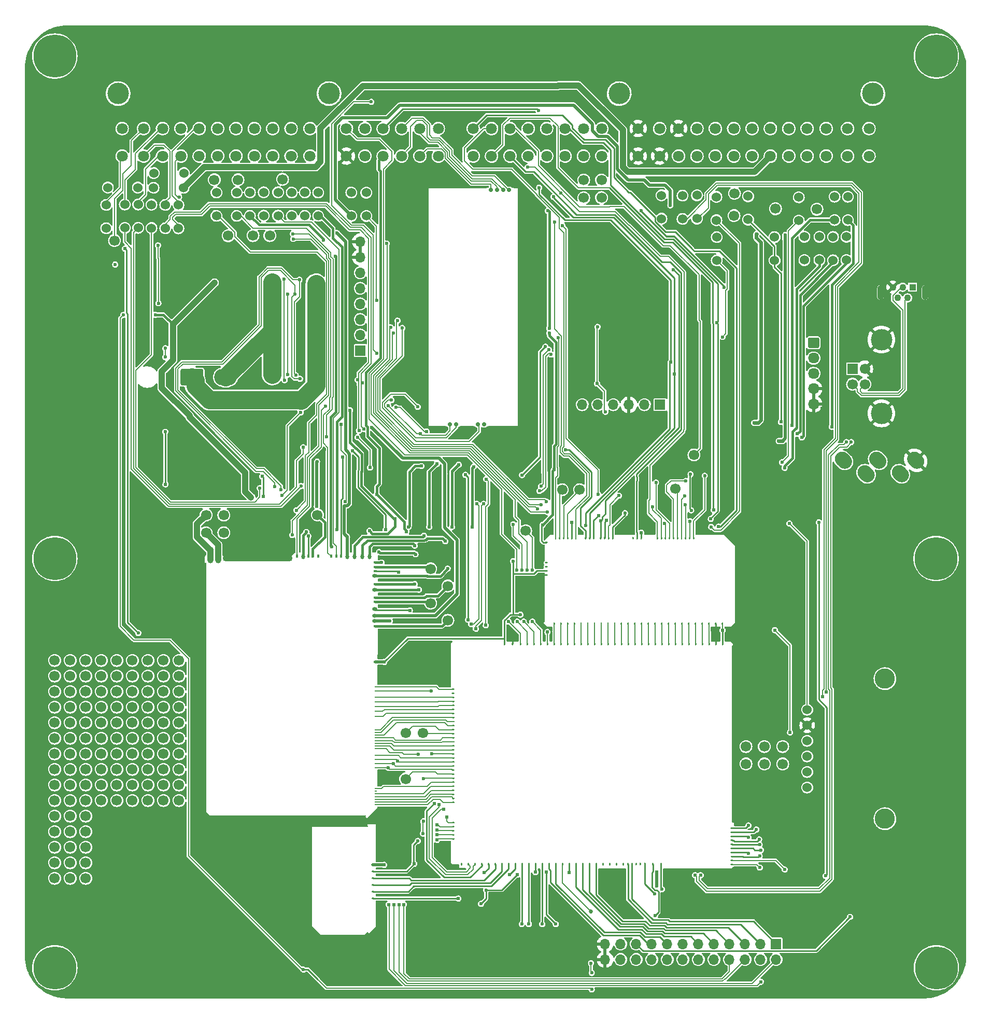
<source format=gbl>
G04 #@! TF.GenerationSoftware,KiCad,Pcbnew,(6.0.1)*
G04 #@! TF.CreationDate,2022-03-17T22:49:27+02:00*
G04 #@! TF.ProjectId,hellen64_NB1,68656c6c-656e-4363-945f-4e42312e6b69,b*
G04 #@! TF.SameCoordinates,PX141ef50PYa2cc1bc*
G04 #@! TF.FileFunction,Copper,L2,Bot*
G04 #@! TF.FilePolarity,Positive*
%FSLAX46Y46*%
G04 Gerber Fmt 4.6, Leading zero omitted, Abs format (unit mm)*
G04 Created by KiCad (PCBNEW (6.0.1)) date 2022-03-17 22:49:27*
%MOMM*%
%LPD*%
G01*
G04 APERTURE LIST*
G04 #@! TA.AperFunction,ComponentPad*
%ADD10C,0.599999*%
G04 #@! TD*
G04 #@! TA.AperFunction,ComponentPad*
%ADD11C,1.524000*%
G04 #@! TD*
G04 #@! TA.AperFunction,ComponentPad*
%ADD12C,1.700000*%
G04 #@! TD*
G04 #@! TA.AperFunction,ComponentPad*
%ADD13R,1.700000X1.700000*%
G04 #@! TD*
G04 #@! TA.AperFunction,ComponentPad*
%ADD14O,1.700000X1.700000*%
G04 #@! TD*
G04 #@! TA.AperFunction,SMDPad,CuDef*
%ADD15O,0.200000X40.800000*%
G04 #@! TD*
G04 #@! TA.AperFunction,SMDPad,CuDef*
%ADD16O,25.600000X0.200000*%
G04 #@! TD*
G04 #@! TA.AperFunction,SMDPad,CuDef*
%ADD17O,1.000001X1.500000*%
G04 #@! TD*
G04 #@! TA.AperFunction,SMDPad,CuDef*
%ADD18O,11.400000X1.100000*%
G04 #@! TD*
G04 #@! TA.AperFunction,SMDPad,CuDef*
%ADD19O,0.399999X0.599999*%
G04 #@! TD*
G04 #@! TA.AperFunction,SMDPad,CuDef*
%ADD20O,0.599999X0.800001*%
G04 #@! TD*
G04 #@! TA.AperFunction,SMDPad,CuDef*
%ADD21O,0.599999X0.399999*%
G04 #@! TD*
G04 #@! TA.AperFunction,SMDPad,CuDef*
%ADD22O,0.800001X0.599999*%
G04 #@! TD*
G04 #@! TA.AperFunction,SMDPad,CuDef*
%ADD23O,0.399999X0.200000*%
G04 #@! TD*
G04 #@! TA.AperFunction,ComponentPad*
%ADD24C,3.500120*%
G04 #@! TD*
G04 #@! TA.AperFunction,ComponentPad*
%ADD25C,1.800000*%
G04 #@! TD*
G04 #@! TA.AperFunction,ComponentPad*
%ADD26R,1.100000X1.100000*%
G04 #@! TD*
G04 #@! TA.AperFunction,ComponentPad*
%ADD27C,1.100000*%
G04 #@! TD*
G04 #@! TA.AperFunction,ComponentPad*
%ADD28O,1.100000X2.400000*%
G04 #@! TD*
G04 #@! TA.AperFunction,ComponentPad*
%ADD29C,3.500000*%
G04 #@! TD*
G04 #@! TA.AperFunction,ComponentPad*
%ADD30C,3.302000*%
G04 #@! TD*
G04 #@! TA.AperFunction,ComponentPad*
%ADD31C,7.000000*%
G04 #@! TD*
G04 #@! TA.AperFunction,ComponentPad*
%ADD32C,0.700000*%
G04 #@! TD*
G04 #@! TA.AperFunction,SMDPad,CuDef*
%ADD33R,9.750000X0.250000*%
G04 #@! TD*
G04 #@! TA.AperFunction,SMDPad,CuDef*
%ADD34R,0.250000X39.250000*%
G04 #@! TD*
G04 #@! TA.AperFunction,SMDPad,CuDef*
%ADD35R,0.950000X0.250000*%
G04 #@! TD*
G04 #@! TA.AperFunction,SMDPad,CuDef*
%ADD36R,2.250000X0.250000*%
G04 #@! TD*
G04 #@! TA.AperFunction,SMDPad,CuDef*
%ADD37R,5.050000X0.250000*%
G04 #@! TD*
G04 #@! TA.AperFunction,SMDPad,CuDef*
%ADD38R,3.100000X0.250000*%
G04 #@! TD*
G04 #@! TA.AperFunction,ComponentPad*
%ADD39O,3.700000X2.700000*%
G04 #@! TD*
G04 #@! TA.AperFunction,ComponentPad*
%ADD40C,0.600000*%
G04 #@! TD*
G04 #@! TA.AperFunction,ComponentPad*
%ADD41O,1.850000X1.700000*%
G04 #@! TD*
G04 #@! TA.AperFunction,SMDPad,CuDef*
%ADD42C,2.000000*%
G04 #@! TD*
G04 #@! TA.AperFunction,ViaPad*
%ADD43C,0.600000*%
G04 #@! TD*
G04 #@! TA.AperFunction,ViaPad*
%ADD44C,0.685800*%
G04 #@! TD*
G04 #@! TA.AperFunction,ViaPad*
%ADD45C,0.609600*%
G04 #@! TD*
G04 #@! TA.AperFunction,ViaPad*
%ADD46C,1.000000*%
G04 #@! TD*
G04 #@! TA.AperFunction,Conductor*
%ADD47C,1.000000*%
G04 #@! TD*
G04 #@! TA.AperFunction,Conductor*
%ADD48C,0.200000*%
G04 #@! TD*
G04 #@! TA.AperFunction,Conductor*
%ADD49C,0.254000*%
G04 #@! TD*
G04 #@! TA.AperFunction,Conductor*
%ADD50C,0.300000*%
G04 #@! TD*
G04 #@! TA.AperFunction,Conductor*
%ADD51C,0.400000*%
G04 #@! TD*
G04 #@! TA.AperFunction,Conductor*
%ADD52C,0.203200*%
G04 #@! TD*
G04 #@! TA.AperFunction,Conductor*
%ADD53C,0.508000*%
G04 #@! TD*
G04 #@! TA.AperFunction,Conductor*
%ADD54C,0.600000*%
G04 #@! TD*
G04 #@! TA.AperFunction,Conductor*
%ADD55C,3.000000*%
G04 #@! TD*
G04 APERTURE END LIST*
D10*
G04 #@! TO.P,M4,V7,SD_MISO*
G04 #@! TO.N,/SD_MISO*
X86843539Y12220030D03*
G04 #@! TO.P,M4,V6,SD_SCK*
G04 #@! TO.N,/SD_SCK*
X84618537Y12220030D03*
G04 #@! TO.P,M4,V5,SD_MOSI*
G04 #@! TO.N,/SD_MOSI*
X82443543Y12220030D03*
G04 #@! TO.P,M4,V4,SD_CS*
G04 #@! TO.N,/SD_CS*
X81268539Y12220030D03*
G04 #@! TO.P,M4,V3,GND*
G04 #@! TO.N,GND*
X89747567Y12899094D03*
G04 #@! TO.P,M4,V2,GND*
X77043549Y12890031D03*
G04 #@! TO.P,M4,V1,V33*
G04 #@! TO.N,+3V3*
X75468535Y17795040D03*
G04 #@! TD*
D11*
G04 #@! TO.P,R8,1,1*
G04 #@! TO.N,/OUT_BOOST*
X127450000Y120595000D03*
G04 #@! TO.P,R8,2,2*
G04 #@! TO.N,/3T*
X127450000Y124405000D03*
G04 #@! TD*
G04 #@! TO.P,R32,1,1*
G04 #@! TO.N,/OUT_O2H*
X48024428Y127825340D03*
G04 #@! TO.P,R32,2,2*
G04 #@! TO.N,/1U*
X48024428Y131635340D03*
G04 #@! TD*
D12*
G04 #@! TO.P,P5,1,Pin_1*
G04 #@! TO.N,/IO8*
X62302380Y35910220D03*
G04 #@! TD*
G04 #@! TO.P,P6,1,Pin_1*
G04 #@! TO.N,/IO13*
X62302380Y43412400D03*
G04 #@! TD*
G04 #@! TO.P,P47,1,Pin_1*
G04 #@! TO.N,/1N*
X40126680Y124605340D03*
G04 #@! TD*
D13*
G04 #@! TO.P,J27,1,Pin_1*
G04 #@! TO.N,Net-(J27-Pad1)*
X103851680Y97005340D03*
D14*
G04 #@! TO.P,J27,2,Pin_2*
G04 #@! TO.N,Net-(J27-Pad2)*
X101311680Y97005340D03*
G04 #@! TO.P,J27,3,Pin_3*
G04 #@! TO.N,GND*
X98771680Y97005340D03*
G04 #@! TO.P,J27,4,Pin_4*
G04 #@! TO.N,Net-(J27-Pad4)*
X96231680Y97005340D03*
G04 #@! TO.P,J27,5,Pin_5*
G04 #@! TO.N,Net-(J27-Pad5)*
X93691680Y97005340D03*
G04 #@! TO.P,J27,6,Pin_6*
G04 #@! TO.N,unconnected-(J27-Pad6)*
X91151680Y97005340D03*
G04 #@! TD*
D12*
G04 #@! TO.P,P19,1,Pin_1*
G04 #@! TO.N,/3L*
X115951680Y127855340D03*
G04 #@! TD*
G04 #@! TO.P,G4,1*
G04 #@! TO.N,Net-(G4-Pad1)*
X20210000Y45097322D03*
G04 #@! TO.P,G4,2*
G04 #@! TO.N,Net-(G4-Pad12)*
X20210000Y47637322D03*
G04 #@! TO.P,G4,3*
G04 #@! TO.N,Net-(G4-Pad13)*
X20210000Y50177322D03*
G04 #@! TO.P,G4,4*
G04 #@! TO.N,Net-(G4-Pad14)*
X20210000Y52717322D03*
G04 #@! TO.P,G4,5*
G04 #@! TO.N,Net-(G4-Pad10)*
X20210000Y55257322D03*
G04 #@! TO.P,G4,6*
G04 #@! TO.N,Net-(G4-Pad1)*
X22750000Y45097322D03*
G04 #@! TO.P,G4,7*
G04 #@! TO.N,Net-(G4-Pad12)*
X22750000Y47637322D03*
G04 #@! TO.P,G4,8*
G04 #@! TO.N,Net-(G4-Pad13)*
X22750000Y50177322D03*
G04 #@! TO.P,G4,9*
G04 #@! TO.N,Net-(G4-Pad14)*
X22750000Y52717322D03*
G04 #@! TO.P,G4,10*
G04 #@! TO.N,Net-(G4-Pad10)*
X22750000Y55257322D03*
G04 #@! TO.P,G4,11*
G04 #@! TO.N,Net-(G4-Pad1)*
X25290000Y45097322D03*
G04 #@! TO.P,G4,12*
G04 #@! TO.N,Net-(G4-Pad12)*
X25290000Y47637322D03*
G04 #@! TO.P,G4,13*
G04 #@! TO.N,Net-(G4-Pad13)*
X25290000Y50177322D03*
G04 #@! TO.P,G4,14*
G04 #@! TO.N,Net-(G4-Pad14)*
X25290000Y52717322D03*
G04 #@! TO.P,G4,15*
G04 #@! TO.N,Net-(G4-Pad10)*
X25290000Y55257322D03*
G04 #@! TD*
G04 #@! TO.P,P10,1,Pin_1*
G04 #@! TO.N,/2N*
X91401680Y130755340D03*
G04 #@! TD*
D11*
G04 #@! TO.P,R21,1,1*
G04 #@! TO.N,/IN_TEMP_OR_PPS2*
X55876680Y127800319D03*
G04 #@! TO.P,R21,2,2*
G04 #@! TO.N,Net-(P2-Pad66)*
X55876680Y131610319D03*
G04 #@! TD*
D12*
G04 #@! TO.P,P12,1,Pin_1*
G04 #@! TO.N,/OUT_SOLENOID_A1*
X29701680Y79005340D03*
G04 #@! TD*
G04 #@! TO.P,G12,1*
G04 #@! TO.N,Net-(G12-Pad1)*
X12590000Y32397322D03*
G04 #@! TO.P,G12,2*
G04 #@! TO.N,Net-(G12-Pad12)*
X12590000Y34937322D03*
G04 #@! TO.P,G12,3*
G04 #@! TO.N,Net-(G12-Pad13)*
X12590000Y37477322D03*
G04 #@! TO.P,G12,4*
G04 #@! TO.N,Net-(G12-Pad14)*
X12590000Y40017322D03*
G04 #@! TO.P,G12,5*
G04 #@! TO.N,Net-(G12-Pad10)*
X12590000Y42557322D03*
G04 #@! TO.P,G12,6*
G04 #@! TO.N,Net-(G12-Pad1)*
X15130000Y32397322D03*
G04 #@! TO.P,G12,7*
G04 #@! TO.N,Net-(G12-Pad12)*
X15130000Y34937322D03*
G04 #@! TO.P,G12,8*
G04 #@! TO.N,Net-(G12-Pad13)*
X15130000Y37477322D03*
G04 #@! TO.P,G12,9*
G04 #@! TO.N,Net-(G12-Pad14)*
X15130000Y40017322D03*
G04 #@! TO.P,G12,10*
G04 #@! TO.N,Net-(G12-Pad10)*
X15130000Y42557322D03*
G04 #@! TO.P,G12,11*
G04 #@! TO.N,Net-(G12-Pad1)*
X17670000Y32397322D03*
G04 #@! TO.P,G12,12*
G04 #@! TO.N,Net-(G12-Pad12)*
X17670000Y34937322D03*
G04 #@! TO.P,G12,13*
G04 #@! TO.N,Net-(G12-Pad13)*
X17670000Y37477322D03*
G04 #@! TO.P,G12,14*
G04 #@! TO.N,Net-(G12-Pad14)*
X17670000Y40017322D03*
G04 #@! TO.P,G12,15*
G04 #@! TO.N,Net-(G12-Pad10)*
X17670000Y42557322D03*
G04 #@! TD*
D15*
G04 #@! TO.P,M5,G,GND*
G04 #@! TO.N,GND*
X29616538Y50856720D03*
D16*
X43016539Y29831718D03*
G04 #@! TA.AperFunction,SMDPad,CuDef*
G36*
G01*
X29688694Y30610985D02*
X30395800Y29903879D01*
G75*
G02*
X30395800Y29762457I-70711J-70711D01*
G01*
X30395800Y29762457D01*
G75*
G02*
X30254378Y29762457I-70711J70711D01*
G01*
X29547272Y30469563D01*
G75*
G02*
X29547272Y30610985I70711J70711D01*
G01*
X29547272Y30610985D01*
G75*
G02*
X29688694Y30610985I70711J-70711D01*
G01*
G37*
G04 #@! TD.AperFunction*
D17*
G04 #@! TO.P,M5,S1,OUT_SOLENOID_A1*
G04 #@! TO.N,/OUT_SOLENOID_A1*
X30414997Y71843006D03*
G04 #@! TO.P,M5,S2,OUT_SOLENOID_A2*
G04 #@! TO.N,/OUT_SOLENOID_A2*
X31670862Y71843006D03*
D18*
G04 #@! TO.P,M5,S3,GND*
G04 #@! TO.N,GND*
X38114997Y71968007D03*
D19*
G04 #@! TO.P,M5,S6,OUT_PP2*
G04 #@! TO.N,/OUT_TACH*
X44564989Y72268006D03*
D20*
G04 #@! TO.P,M5,S7,OUT_LOW3_DUAL*
G04 #@! TO.N,/OUT_O2H*
X45540001Y72168001D03*
D19*
G04 #@! TO.P,M5,S8,OUT_LOW1*
G04 #@! TO.N,/OUT_ECF_RELAY*
X46409758Y72268006D03*
G04 #@! TO.P,M5,S9,OUT_HIGH2*
G04 #@! TO.N,/OUT_HIGH2*
X47139995Y72268006D03*
G04 #@! TO.P,M5,S10,OUT_LOW11*
G04 #@! TO.N,unconnected-(M5-PadS10)*
X48034758Y72268006D03*
G04 #@! TO.P,M5,S12,OUT_LOW8_PULLUP*
G04 #@! TO.N,/OUT_AC_RELAY*
X50109758Y72268006D03*
G04 #@! TO.P,M5,S13,OUT_LOW12*
G04 #@! TO.N,/OUT_ALT_WARNING*
X51009754Y72268006D03*
G04 #@! TO.P,M5,S14,OUT_LOW9*
G04 #@! TO.N,/OUT_PUMP_RELAY*
X51719996Y72268006D03*
D20*
G04 #@! TO.P,M5,S15,OUT_INJ6*
G04 #@! TO.N,/OUT_BOOST*
X52739997Y72168006D03*
G04 #@! TO.P,M5,S16,OUT_INJ2*
G04 #@! TO.N,/OUT_INJ2*
X53914996Y72168006D03*
G04 #@! TO.P,M5,S17,OUT_INJ3*
G04 #@! TO.N,/OUT_INJ3*
X55264995Y72168006D03*
G04 #@! TO.P,M5,S18,OUT_INJ1*
G04 #@! TO.N,/OUT_INJ1*
X56439994Y72168006D03*
D21*
G04 #@! TO.P,M5,W1,OUT_LOW2*
G04 #@! TO.N,/OUT_AC_FAN_RELAY*
X57339995Y71237767D03*
G04 #@! TO.P,M5,W2,OUT_LOW10*
G04 #@! TO.N,/OUT_LOW10*
X57339995Y70543008D03*
G04 #@! TO.P,M5,W3,OUT_LOW6_DIODE*
G04 #@! TO.N,/OUT_CHECK_ENGINE*
X57339995Y69862768D03*
D22*
G04 #@! TO.P,M5,W4,OUT_LOW4_DUAL*
G04 #@! TO.N,/OUT_O2H2*
X57244997Y69043006D03*
D21*
G04 #@! TO.P,M5,W6,OUT_PP1*
G04 #@! TO.N,/OUT_ALTERNATOR*
X57339995Y67737769D03*
D22*
G04 #@! TO.P,M5,W7,OUT_INJ4*
G04 #@! TO.N,/OUT_INJ4*
X57244997Y66768004D03*
D21*
G04 #@! TO.P,M5,W8,OUT_HIGH1*
G04 #@! TO.N,/OUT_HIGH1*
X57339995Y65493006D03*
G04 #@! TO.P,M5,W9,OUT_LOW7_PULLUP*
G04 #@! TO.N,/OUT_LOW7_PULLUP*
X57339995Y64843004D03*
D22*
G04 #@! TO.P,M5,W10,OUT_INJ5*
G04 #@! TO.N,/OUT_VVT*
X57244997Y63643004D03*
G04 #@! TO.P,M5,W11,OUT_INJ8*
G04 #@! TO.N,/OUT_VICS*
X57244997Y62568000D03*
G04 #@! TO.P,M5,W12,OUT_INJ7*
G04 #@! TO.N,/OUT_IDLE*
X57244997Y61692998D03*
D21*
G04 #@! TO.P,M5,W13,OUT_LOW5_MAIN*
G04 #@! TO.N,/OUT_LOW5_DUAL*
X57339995Y60868006D03*
G04 #@! TO.P,M5,W14,V5*
G04 #@! TO.N,+5V*
X57339995Y55018005D03*
D23*
G04 #@! TO.P,M5,W15,INJ8*
G04 #@! TO.N,/VICS*
X57444996Y50963035D03*
G04 #@! TO.P,M5,W16,INJ7*
G04 #@! TO.N,/IDLE*
X57444996Y50303033D03*
G04 #@! TO.P,M5,W17,INJ6*
G04 #@! TO.N,/BOOST*
X57444996Y49243005D03*
G04 #@! TO.P,M5,W18,INJ5*
G04 #@! TO.N,/VVT*
X57444996Y48538920D03*
G04 #@! TO.P,M5,W19,INJ4*
G04 #@! TO.N,/INJ4*
X57444996Y47738881D03*
G04 #@! TO.P,M5,W20,INJ3*
G04 #@! TO.N,/INJ3*
X57444996Y46938842D03*
G04 #@! TO.P,M5,W21,LOW1*
G04 #@! TO.N,/ECF_RELAY*
X57444996Y46143006D03*
G04 #@! TO.P,M5,W22,PP2*
G04 #@! TO.N,/PP2*
X57444996Y43948004D03*
G04 #@! TO.P,M5,W23,INJ2*
G04 #@! TO.N,/INJ2*
X57444996Y43508005D03*
G04 #@! TO.P,M5,W24,INJ1*
G04 #@! TO.N,/INJ1*
X57444996Y43068006D03*
G04 #@! TO.P,M5,W25,LOW6_DIODE*
G04 #@! TO.N,/CE*
X57444996Y42628004D03*
G04 #@! TO.P,M5,W26,LOW10*
G04 #@! TO.N,/LOW10*
X57444996Y42188005D03*
G04 #@! TO.P,M5,W27,LOW9*
G04 #@! TO.N,/PUMP*
X57444996Y41748006D03*
G04 #@! TO.P,M5,W28,PP1*
G04 #@! TO.N,/PP1*
X57444996Y41308004D03*
G04 #@! TO.P,M5,W29,LOW2*
G04 #@! TO.N,/AC_FAN_RELAY*
X57444996Y40868005D03*
G04 #@! TO.P,M5,W30,SOLENOID_B2*
G04 #@! TO.N,/SOLENOID_B2*
X57444996Y39743034D03*
G04 #@! TO.P,M5,W31,SOLENOID_B1*
G04 #@! TO.N,/-ETB*
X57444996Y39083036D03*
G04 #@! TO.P,M5,W32,SOLENOID_A2*
G04 #@! TO.N,/+ETB*
X57444996Y38423034D03*
G04 #@! TO.P,M5,W33,SOLENOID_A1*
G04 #@! TO.N,/ETB_EN*
X57444996Y37763036D03*
G04 #@! TO.P,M5,W34,LOW4_DUAL*
G04 #@! TO.N,/O2H2*
X57444996Y34358006D03*
G04 #@! TO.P,M5,W35,LOW11*
G04 #@! TO.N,unconnected-(M5-PadW35)*
X57444996Y33918007D03*
G04 #@! TO.P,M5,W36,LOW12*
G04 #@! TO.N,/ALT_WARN*
X57444996Y33478005D03*
G04 #@! TO.P,M5,W37,LOW8_HIGH2*
G04 #@! TO.N,/AC_RELAY*
X57444996Y33038006D03*
G04 #@! TO.P,M5,W38,LOW3_DUAL*
G04 #@! TO.N,/O2H*
X57444996Y32598007D03*
G04 #@! TO.P,M5,W39,LOW7_HIGH1*
G04 #@! TO.N,/LOW7_HIGH1*
X57444996Y32158005D03*
G04 #@! TO.P,M5,W40,LOW5_MAIN*
G04 #@! TO.N,/MAIN*
X57444996Y31718006D03*
G04 #@! TD*
D11*
G04 #@! TO.P,R36,1,1*
G04 #@! TO.N,/OUT_AC_FAN_RELAY*
X31401680Y127825340D03*
G04 #@! TO.P,R36,2,2*
G04 #@! TO.N,Net-(P2-Pad5)*
X31401680Y131635340D03*
G04 #@! TD*
G04 #@! TO.P,R48,1,1*
G04 #@! TO.N,/IN_CLUTCH*
X113076680Y127100319D03*
G04 #@! TO.P,R48,2,2*
G04 #@! TO.N,/3I*
X113076680Y130910319D03*
G04 #@! TD*
D12*
G04 #@! TO.P,P15,1,Pin_1*
G04 #@! TO.N,/2M*
X91401680Y133680340D03*
G04 #@! TD*
D11*
G04 #@! TO.P,R24,1,1*
G04 #@! TO.N,/IN_O2S2*
X113126680Y120550340D03*
G04 #@! TO.P,R24,2,2*
G04 #@! TO.N,/3J*
X113126680Y124360340D03*
G04 #@! TD*
G04 #@! TO.P,R33,1,1*
G04 #@! TO.N,/OUT_AC_RELAY*
X43701680Y127825340D03*
G04 #@! TO.P,R33,2,2*
G04 #@! TO.N,Net-(P2-Pad10)*
X43701680Y131635340D03*
G04 #@! TD*
G04 #@! TO.P,R42,1,1*
G04 #@! TO.N,+12V_PERM*
X13391221Y125804438D03*
G04 #@! TO.P,R42,2,2*
G04 #@! TO.N,/1A*
X13391221Y129614438D03*
G04 #@! TD*
D24*
G04 #@! TO.P,P2,*
G04 #@! TO.N,*
X138640980Y147779760D03*
X15340980Y147779760D03*
X49790980Y147779760D03*
X97190980Y147779760D03*
D25*
G04 #@! TO.P,P2,1,1A*
G04 #@! TO.N,/1A*
X15990980Y137579120D03*
G04 #@! TO.P,P2,2,1C*
G04 #@! TO.N,/1C*
X19488560Y137579120D03*
G04 #@! TO.P,P2,3,1E*
G04 #@! TO.N,/1E*
X22589900Y137579120D03*
G04 #@! TO.P,P2,4,1G*
G04 #@! TO.N,/1G*
X25589640Y137579120D03*
G04 #@! TO.P,P2,5,1I*
G04 #@! TO.N,Net-(P2-Pad5)*
X28589380Y137579120D03*
G04 #@! TO.P,P2,6,1K*
G04 #@! TO.N,Net-(P2-Pad6)*
X31589120Y137579120D03*
G04 #@! TO.P,P2,7,1M*
G04 #@! TO.N,/1M*
X34588860Y137579120D03*
G04 #@! TO.P,P2,8,1O*
G04 #@! TO.N,/1O*
X37588600Y137579120D03*
G04 #@! TO.P,P2,9,1Q*
G04 #@! TO.N,/1Q*
X40588340Y137579120D03*
G04 #@! TO.P,P2,10,1S*
G04 #@! TO.N,Net-(P2-Pad10)*
X43588080Y137579120D03*
G04 #@! TO.P,P2,11,1U*
G04 #@! TO.N,/1U*
X46689420Y137579120D03*
G04 #@! TO.P,P2,12,1B*
G04 #@! TO.N,/1B*
X15990980Y142080000D03*
G04 #@! TO.P,P2,13,1D*
G04 #@! TO.N,/1D*
X19488560Y142080000D03*
G04 #@! TO.P,P2,14,1F*
G04 #@! TO.N,/1F*
X22589900Y142080000D03*
G04 #@! TO.P,P2,15,1H*
G04 #@! TO.N,/1H*
X25589640Y142080000D03*
G04 #@! TO.P,P2,16,1J*
G04 #@! TO.N,/1J*
X28589380Y142080000D03*
G04 #@! TO.P,P2,17,1L*
G04 #@! TO.N,/1L*
X31589120Y142080000D03*
G04 #@! TO.P,P2,18,1N*
G04 #@! TO.N,/1N*
X34588860Y142080000D03*
G04 #@! TO.P,P2,19,1P*
G04 #@! TO.N,/1P*
X37588600Y142080000D03*
G04 #@! TO.P,P2,20,1R*
G04 #@! TO.N,Net-(P2-Pad20)*
X40588340Y142080000D03*
G04 #@! TO.P,P2,21,1T*
G04 #@! TO.N,Net-(P2-Pad21)*
X43588080Y142080000D03*
G04 #@! TO.P,P2,22,1V*
G04 #@! TO.N,/1V*
X46689420Y142080000D03*
G04 #@! TO.P,P2,23,2A*
G04 #@! TO.N,/IN_PRESSURE*
X73340980Y137579120D03*
G04 #@! TO.P,P2,24,2C*
G04 #@! TO.N,/IN_AFR*
X76340720Y137579120D03*
G04 #@! TO.P,P2,25,2E*
G04 #@! TO.N,/IN_CLT*
X79340460Y137579120D03*
G04 #@! TO.P,P2,26,2G*
G04 #@! TO.N,/IN_O2S3*
X82340200Y137579120D03*
G04 #@! TO.P,P2,27,2I*
G04 #@! TO.N,+5VAS*
X85342480Y137579120D03*
G04 #@! TO.P,P2,28,2K*
G04 #@! TO.N,/OUT_TACH*
X88342220Y137579120D03*
G04 #@! TO.P,P2,29,2M*
G04 #@! TO.N,/2M*
X91341960Y137579120D03*
G04 #@! TO.P,P2,30,2O*
G04 #@! TO.N,/2O*
X94341700Y137579120D03*
G04 #@! TO.P,P2,31,2B*
G04 #@! TO.N,/IN_IAT*
X73340980Y142080000D03*
G04 #@! TO.P,P2,32,2D*
G04 #@! TO.N,/IN_VSS*
X76340720Y142080000D03*
G04 #@! TO.P,P2,33,2F*
G04 #@! TO.N,/IN_KNOCK_RAW*
X79340460Y142080000D03*
G04 #@! TO.P,P2,34,2H*
G04 #@! TO.N,/IN_CAM*
X82340200Y142080000D03*
G04 #@! TO.P,P2,35,2J*
G04 #@! TO.N,/IN_CRANK*
X85342480Y142080000D03*
G04 #@! TO.P,P2,36,2L*
G04 #@! TO.N,/IN_MAF*
X88342220Y142080000D03*
G04 #@! TO.P,P2,37,2N*
G04 #@! TO.N,/2N*
X91341960Y142080000D03*
G04 #@! TO.P,P2,38,2P*
G04 #@! TO.N,/2P*
X94341700Y142080000D03*
G04 #@! TO.P,P2,39,3A*
G04 #@! TO.N,GND*
X100287840Y137579120D03*
G04 #@! TO.P,P2,40,3C*
X103787960Y137579120D03*
G04 #@! TO.P,P2,41,3E*
G04 #@! TO.N,/IN_TPS*
X106891840Y137579120D03*
G04 #@! TO.P,P2,42,3G*
G04 #@! TO.N,/3G*
X109891580Y137579120D03*
G04 #@! TO.P,P2,43,3I*
G04 #@! TO.N,/3I*
X112891320Y137579120D03*
G04 #@! TO.P,P2,44,3K*
G04 #@! TO.N,/3K*
X115891060Y137579120D03*
G04 #@! TO.P,P2,45,3M*
G04 #@! TO.N,/OUT_IDLE*
X118890800Y137579120D03*
G04 #@! TO.P,P2,46,3O*
G04 #@! TO.N,+12V_RAW*
X121890540Y137579120D03*
G04 #@! TO.P,P2,47,3Q*
G04 #@! TO.N,/OUT_VICS*
X124890280Y137579120D03*
G04 #@! TO.P,P2,48,3S*
G04 #@! TO.N,/3S*
X127890020Y137579120D03*
G04 #@! TO.P,P2,49,3U*
G04 #@! TO.N,/3U*
X130991360Y137579120D03*
G04 #@! TO.P,P2,50,3W*
G04 #@! TO.N,/3W*
X134491480Y137579120D03*
G04 #@! TO.P,P2,51,3Y*
G04 #@! TO.N,/3Y*
X137991600Y137579120D03*
G04 #@! TO.P,P2,52,3B*
G04 #@! TO.N,GND*
X100287840Y142080000D03*
G04 #@! TO.P,P2,53,3D*
G04 #@! TO.N,/3D*
X103787960Y142080000D03*
G04 #@! TO.P,P2,54,3F*
G04 #@! TO.N,GND*
X106891840Y142080000D03*
G04 #@! TO.P,P2,55,3H*
G04 #@! TO.N,/3H*
X109891580Y142080000D03*
G04 #@! TO.P,P2,56,3J*
G04 #@! TO.N,/3J*
X112891320Y142080000D03*
G04 #@! TO.P,P2,57,3L*
G04 #@! TO.N,/3L*
X115891060Y142080000D03*
G04 #@! TO.P,P2,58,3N*
G04 #@! TO.N,/3N*
X118890800Y142080000D03*
G04 #@! TO.P,P2,59,3P*
G04 #@! TO.N,Net-(P2-Pad59)*
X121890540Y142080000D03*
G04 #@! TO.P,P2,60,3R*
G04 #@! TO.N,/3R*
X124890280Y142080000D03*
G04 #@! TO.P,P2,61,3T*
G04 #@! TO.N,/3T*
X127890020Y142080000D03*
G04 #@! TO.P,P2,62,3V*
G04 #@! TO.N,/3V*
X130991360Y142080000D03*
G04 #@! TO.P,P2,63,3X*
G04 #@! TO.N,/3X*
X134491480Y142080000D03*
G04 #@! TO.P,P2,64,3Z*
G04 #@! TO.N,/3Z*
X137991600Y142080000D03*
G04 #@! TO.P,P2,65,4A*
G04 #@! TO.N,GND*
X52640980Y137579120D03*
G04 #@! TO.P,P2,66,4C*
G04 #@! TO.N,Net-(P2-Pad66)*
X55640720Y137579120D03*
G04 #@! TO.P,P2,67,4E*
G04 #@! TO.N,/OUT_VVT*
X58640460Y137579120D03*
G04 #@! TO.P,P2,68,4G*
G04 #@! TO.N,/WBO_Vs{slash}Ip*
X61640200Y137579120D03*
G04 #@! TO.P,P2,69,4I*
G04 #@! TO.N,/WBO_R_Trim*
X64642480Y137579120D03*
G04 #@! TO.P,P2,70,4K*
G04 #@! TO.N,/4K*
X67642220Y137579120D03*
G04 #@! TO.P,P2,71,4B*
G04 #@! TO.N,/IN_DIGITAL*
X52640980Y142080000D03*
G04 #@! TO.P,P2,72,4D*
G04 #@! TO.N,Net-(P2-Pad72)*
X55640720Y142080000D03*
G04 #@! TO.P,P2,73,4F*
G04 #@! TO.N,+5VAS*
X58640460Y142080000D03*
G04 #@! TO.P,P2,74,4H*
G04 #@! TO.N,/WBO_Vs*
X61640200Y142080000D03*
G04 #@! TO.P,P2,75,4J*
G04 #@! TO.N,/WBO_Ip*
X64642480Y142080000D03*
G04 #@! TO.P,P2,76,4L*
G04 #@! TO.N,/4L*
X67642220Y142080000D03*
G04 #@! TD*
D12*
G04 #@! TO.P,P56,1,Pin_1*
G04 #@! TO.N,Net-(P2-Pad21)*
X42200000Y133780340D03*
G04 #@! TD*
G04 #@! TO.P,P52,1,Pin_1*
G04 #@! TO.N,/3U*
X129494479Y128900000D03*
G04 #@! TD*
G04 #@! TO.P,P44,1,Pin_1*
G04 #@! TO.N,/IN_SENS3*
X90726680Y83130340D03*
G04 #@! TD*
G04 #@! TO.P,P13,1,Pin_1*
G04 #@! TO.N,/OUT_SOLENOID_B1*
X32601680Y76105340D03*
G04 #@! TD*
G04 #@! TO.P,P29,1,Pin_1*
G04 #@! TO.N,/OUT_IGN5*
X120901680Y41205340D03*
G04 #@! TD*
D11*
G04 #@! TO.P,R43,1,1*
G04 #@! TO.N,/OUT_BOOST*
X53426680Y127825340D03*
G04 #@! TO.P,R43,2,2*
G04 #@! TO.N,Net-(P2-Pad72)*
X53426680Y131635340D03*
G04 #@! TD*
D26*
G04 #@! TO.P,J1,1,VBUS*
G04 #@! TO.N,/VBUS*
X145101680Y116180340D03*
D27*
G04 #@! TO.P,J1,2,D-*
G04 #@! TO.N,/USB-*
X144301680Y114430340D03*
G04 #@! TO.P,J1,3,D+*
G04 #@! TO.N,/USB+*
X143501680Y116180340D03*
G04 #@! TO.P,J1,4,ID*
G04 #@! TO.N,unconnected-(J1-Pad4)*
X142701680Y114430340D03*
G04 #@! TO.P,J1,5,GND*
G04 #@! TO.N,GND*
X141901680Y116180340D03*
D28*
G04 #@! TO.P,J1,6,Shield*
X147151680Y115305340D03*
X139851680Y115305340D03*
G04 #@! TD*
D13*
G04 #@! TO.P,J6,1,Pin_1*
G04 #@! TO.N,+5VAS*
X54901680Y105830340D03*
D14*
G04 #@! TO.P,J6,2,Pin_2*
X54901680Y108370340D03*
G04 #@! TO.P,J6,3,Pin_3*
G04 #@! TO.N,/IN_TPS*
X54901680Y110910340D03*
G04 #@! TO.P,J6,4,Pin_4*
G04 #@! TO.N,/IN_TPS2*
X54901680Y113450340D03*
G04 #@! TO.P,J6,5,Pin_5*
G04 #@! TO.N,/IN_PPS*
X54901680Y115990340D03*
G04 #@! TO.P,J6,6,Pin_6*
G04 #@! TO.N,/IN_TEMP_OR_PPS2*
X54901680Y118530340D03*
G04 #@! TO.P,J6,7,Pin_7*
G04 #@! TO.N,GND*
X54901680Y121070340D03*
G04 #@! TO.P,J6,8,Pin_8*
X54901680Y123610340D03*
G04 #@! TD*
D12*
G04 #@! TO.P,P30,1,Pin_1*
G04 #@! TO.N,/OUT_IGN6*
X120901680Y38370220D03*
G04 #@! TD*
D13*
G04 #@! TO.P,J5,1,VBUS*
G04 #@! TO.N,/VBUS*
X135316680Y102855340D03*
D12*
G04 #@! TO.P,J5,2,D-*
G04 #@! TO.N,/USB-*
X135316680Y100355340D03*
G04 #@! TO.P,J5,3,D+*
G04 #@! TO.N,/USB+*
X137316680Y100355340D03*
G04 #@! TO.P,J5,4,GND*
G04 #@! TO.N,GND*
X137316680Y102855340D03*
D29*
G04 #@! TO.P,J5,5,Shield*
X140026680Y95585340D03*
X140026680Y107625340D03*
G04 #@! TD*
D12*
G04 #@! TO.P,P4,1,Pin_1*
G04 #@! TO.N,/IO12*
X65112640Y43410220D03*
G04 #@! TD*
G04 #@! TO.P,P25,1,Pin_1*
G04 #@! TO.N,/OUT_IGN4*
X123901680Y38370220D03*
G04 #@! TD*
D10*
G04 #@! TO.P,M8,V1,V5*
G04 #@! TO.N,+5V*
X59459042Y96874902D03*
G04 #@! TO.P,M8,V2,CAN_VIO*
G04 #@! TO.N,Net-(M12-PadW2)*
X59984042Y97749904D03*
G04 #@! TO.P,M8,V5,CAN_TX*
G04 #@! TO.N,Net-(M12-PadW4)*
X60734040Y96574900D03*
G04 #@! TO.P,M8,V6,CAN_RX*
G04 #@! TO.N,Net-(M12-PadW3)*
X64284041Y96649903D03*
G04 #@! TD*
D30*
G04 #@! TO.P,U2,*
G04 #@! TO.N,*
X140601680Y52290340D03*
X140601680Y29430340D03*
D11*
G04 #@! TO.P,U2,1,VOUT*
G04 #@! TO.N,/IN_MAP3*
X127901680Y47210340D03*
G04 #@! TO.P,U2,2,GND*
G04 #@! TO.N,GND*
X127901680Y44670340D03*
G04 #@! TO.P,U2,3,VCC*
G04 #@! TO.N,+5VA*
X127901680Y42130340D03*
G04 #@! TO.P,U2,4,V1*
G04 #@! TO.N,unconnected-(U2-Pad4)*
X127901680Y39590340D03*
G04 #@! TO.P,U2,5,V2*
G04 #@! TO.N,unconnected-(U2-Pad5)*
X127901680Y37050340D03*
G04 #@! TO.P,U2,6,V_EX*
G04 #@! TO.N,unconnected-(U2-Pad6)*
X127901680Y34510340D03*
G04 #@! TD*
G04 #@! TO.P,R17,1,1*
G04 #@! TO.N,/3W*
X132376680Y130951040D03*
G04 #@! TO.P,R17,2,2*
G04 #@! TO.N,/OUT_INJ1*
X132376680Y127141040D03*
G04 #@! TD*
D12*
G04 #@! TO.P,G6,1*
G04 #@! TO.N,Net-(G6-Pad1)*
X4970000Y45097322D03*
G04 #@! TO.P,G6,2*
G04 #@! TO.N,Net-(G6-Pad12)*
X4970000Y47637322D03*
G04 #@! TO.P,G6,3*
G04 #@! TO.N,Net-(G6-Pad13)*
X4970000Y50177322D03*
G04 #@! TO.P,G6,4*
G04 #@! TO.N,Net-(G6-Pad14)*
X4970000Y52717322D03*
G04 #@! TO.P,G6,5*
G04 #@! TO.N,Net-(G6-Pad10)*
X4970000Y55257322D03*
G04 #@! TO.P,G6,6*
G04 #@! TO.N,Net-(G6-Pad1)*
X7510000Y45097322D03*
G04 #@! TO.P,G6,7*
G04 #@! TO.N,Net-(G6-Pad12)*
X7510000Y47637322D03*
G04 #@! TO.P,G6,8*
G04 #@! TO.N,Net-(G6-Pad13)*
X7510000Y50177322D03*
G04 #@! TO.P,G6,9*
G04 #@! TO.N,Net-(G6-Pad14)*
X7510000Y52717322D03*
G04 #@! TO.P,G6,10*
G04 #@! TO.N,Net-(G6-Pad10)*
X7510000Y55257322D03*
G04 #@! TO.P,G6,11*
G04 #@! TO.N,Net-(G6-Pad1)*
X10050000Y45097322D03*
G04 #@! TO.P,G6,12*
G04 #@! TO.N,Net-(G6-Pad12)*
X10050000Y47637322D03*
G04 #@! TO.P,G6,13*
G04 #@! TO.N,Net-(G6-Pad13)*
X10050000Y50177322D03*
G04 #@! TO.P,G6,14*
G04 #@! TO.N,Net-(G6-Pad14)*
X10050000Y52717322D03*
G04 #@! TO.P,G6,15*
G04 #@! TO.N,Net-(G6-Pad10)*
X10050000Y55257322D03*
G04 #@! TD*
G04 #@! TO.P,P55,1,Pin_1*
G04 #@! TO.N,/3K*
X116026680Y131505340D03*
G04 #@! TD*
G04 #@! TO.P,P17,1,Pin_1*
G04 #@! TO.N,/OUT_LOW5_DUAL*
X69201680Y61805340D03*
G04 #@! TD*
D10*
G04 #@! TO.P,M13,V1,V5*
G04 #@! TO.N,+5V*
X103293541Y18453558D03*
G04 #@! TO.P,M13,V2,CAN_VIO*
G04 #@! TO.N,/CAN_VIO*
X104168543Y17928558D03*
G04 #@! TO.P,M13,V5,CAN_TX*
G04 #@! TO.N,/CAN_TX*
X102993539Y17178560D03*
G04 #@! TO.P,M13,V6,CAN_RX*
G04 #@! TO.N,/CAN_RX*
X103068542Y13628559D03*
G04 #@! TD*
D12*
G04 #@! TO.P,P11,1,Pin_1*
G04 #@! TO.N,/OUT_SOLENOID_A2*
X29701680Y76105340D03*
G04 #@! TD*
G04 #@! TO.P,P50,1,Pin_1*
G04 #@! TO.N,Net-(P2-Pad6)*
X31051680Y133705340D03*
G04 #@! TD*
D11*
G04 #@! TO.P,R40,1,1*
G04 #@! TO.N,/CAN+*
X23041221Y125799438D03*
G04 #@! TO.P,R40,2,2*
G04 #@! TO.N,/1C*
X23041221Y129609438D03*
G04 #@! TD*
D31*
G04 #@! TO.P,J13,1,Pin_1*
G04 #@! TO.N,unconnected-(J13-Pad1)*
X5000000Y5100000D03*
G04 #@! TD*
G04 #@! TO.P,M7,G,GND*
G04 #@! TO.N,GND*
G04 #@! TA.AperFunction,SMDPad,CuDef*
G36*
G01*
X56102211Y28111700D02*
X46932213Y28111700D01*
G75*
G02*
X46832213Y28211700I0J100000D01*
G01*
X46832213Y28211700D01*
G75*
G02*
X46932213Y28311700I100000J0D01*
G01*
X56102211Y28311700D01*
G75*
G02*
X56202211Y28211700I0J-100000D01*
G01*
X56202211Y28211700D01*
G75*
G02*
X56102211Y28111700I-100000J0D01*
G01*
G37*
G04 #@! TD.AperFunction*
G04 #@! TA.AperFunction,SMDPad,CuDef*
G36*
G01*
X46995234Y11903931D02*
X48402376Y10496789D01*
G75*
G02*
X48402376Y10355367I-70711J-70711D01*
G01*
X48402376Y10355367D01*
G75*
G02*
X48260954Y10355367I-70711J70711D01*
G01*
X46853812Y11762509D01*
G75*
G02*
X46853812Y11903931I70711J70711D01*
G01*
X46853812Y11903931D01*
G75*
G02*
X46995234Y11903931I70711J-70711D01*
G01*
G37*
G04 #@! TD.AperFunction*
G04 #@! TA.AperFunction,SMDPad,CuDef*
G36*
G01*
X55594167Y10500761D02*
X56018431Y10925025D01*
G75*
G02*
X56159853Y10925025I70711J-70711D01*
G01*
X56159853Y10925025D01*
G75*
G02*
X56159853Y10783603I-70711J-70711D01*
G01*
X55735589Y10359339D01*
G75*
G02*
X55594167Y10359339I-70711J70711D01*
G01*
X55594167Y10359339D01*
G75*
G02*
X55594167Y10500761I70711J70711D01*
G01*
G37*
G04 #@! TD.AperFunction*
G04 #@! TA.AperFunction,SMDPad,CuDef*
G36*
G01*
X46822400Y11839779D02*
X46822400Y28189779D01*
G75*
G02*
X46922400Y28289779I100000J0D01*
G01*
X46922400Y28289779D01*
G75*
G02*
X47022400Y28189779I0J-100000D01*
G01*
X47022400Y11839779D01*
G75*
G02*
X46922400Y11739779I-100000J0D01*
G01*
X46922400Y11739779D01*
G75*
G02*
X46822400Y11839779I0J100000D01*
G01*
G37*
G04 #@! TD.AperFunction*
G04 #@! TA.AperFunction,SMDPad,CuDef*
G36*
G01*
X48361543Y10519216D02*
X55651543Y10519216D01*
G75*
G02*
X55751543Y10419216I0J-100000D01*
G01*
X55751543Y10419216D01*
G75*
G02*
X55651543Y10319216I-100000J0D01*
G01*
X48361543Y10319216D01*
G75*
G02*
X48261543Y10419216I0J100000D01*
G01*
X48261543Y10419216D01*
G75*
G02*
X48361543Y10519216I100000J0D01*
G01*
G37*
G04 #@! TD.AperFunction*
G04 #@! TO.P,M7,N1,V5*
G04 #@! TO.N,+5V*
G04 #@! TA.AperFunction,SMDPad,CuDef*
G36*
G01*
X56804044Y22044216D02*
X57054042Y22044216D01*
G75*
G02*
X57179042Y21919216I0J-125000D01*
G01*
X57179042Y21919216D01*
G75*
G02*
X57054042Y21794216I-125000J0D01*
G01*
X56804044Y21794216D01*
G75*
G02*
X56679044Y21919216I0J125000D01*
G01*
X56679044Y21919216D01*
G75*
G02*
X56804044Y22044216I125000J0D01*
G01*
G37*
G04 #@! TD.AperFunction*
G04 #@! TO.P,M7,N2,V33*
G04 #@! TO.N,+3V3*
G04 #@! TA.AperFunction,SMDPad,CuDef*
G36*
G01*
X56804044Y20944218D02*
X57054042Y20944218D01*
G75*
G02*
X57179042Y20819218I0J-125000D01*
G01*
X57179042Y20819218D01*
G75*
G02*
X57054042Y20694218I-125000J0D01*
G01*
X56804044Y20694218D01*
G75*
G02*
X56679044Y20819218I0J125000D01*
G01*
X56679044Y20819218D01*
G75*
G02*
X56804044Y20944218I125000J0D01*
G01*
G37*
G04 #@! TD.AperFunction*
G04 #@! TO.P,M7,N3,SWO*
G04 #@! TO.N,Net-(M3-PadN27)*
G04 #@! TA.AperFunction,SMDPad,CuDef*
G36*
G01*
X56804044Y19844220D02*
X57054042Y19844220D01*
G75*
G02*
X57179042Y19719220I0J-125000D01*
G01*
X57179042Y19719220D01*
G75*
G02*
X57054042Y19594220I-125000J0D01*
G01*
X56804044Y19594220D01*
G75*
G02*
X56679044Y19719220I0J125000D01*
G01*
X56679044Y19719220D01*
G75*
G02*
X56804044Y19844220I125000J0D01*
G01*
G37*
G04 #@! TD.AperFunction*
G04 #@! TO.P,M7,N4,SWDIO*
G04 #@! TO.N,Net-(M3-PadN26)*
G04 #@! TA.AperFunction,SMDPad,CuDef*
G36*
G01*
X56804044Y18744222D02*
X57054042Y18744222D01*
G75*
G02*
X57179042Y18619222I0J-125000D01*
G01*
X57179042Y18619222D01*
G75*
G02*
X57054042Y18494222I-125000J0D01*
G01*
X56804044Y18494222D01*
G75*
G02*
X56679044Y18619222I0J125000D01*
G01*
X56679044Y18619222D01*
G75*
G02*
X56804044Y18744222I125000J0D01*
G01*
G37*
G04 #@! TD.AperFunction*
G04 #@! TO.P,M7,N5,SWCLK*
G04 #@! TO.N,Net-(M3-PadN25)*
G04 #@! TA.AperFunction,SMDPad,CuDef*
G36*
G01*
X56804044Y17644224D02*
X57054042Y17644224D01*
G75*
G02*
X57179042Y17519224I0J-125000D01*
G01*
X57179042Y17519224D01*
G75*
G02*
X57054042Y17394224I-125000J0D01*
G01*
X56804044Y17394224D01*
G75*
G02*
X56679044Y17519224I0J125000D01*
G01*
X56679044Y17519224D01*
G75*
G02*
X56804044Y17644224I125000J0D01*
G01*
G37*
G04 #@! TD.AperFunction*
G04 #@! TO.P,M7,N6,nReset*
G04 #@! TO.N,/NRESET*
G04 #@! TA.AperFunction,SMDPad,CuDef*
G36*
G01*
X56804044Y16544227D02*
X57054042Y16544227D01*
G75*
G02*
X57179042Y16419227I0J-125000D01*
G01*
X57179042Y16419227D01*
G75*
G02*
X57054042Y16294227I-125000J0D01*
G01*
X56804044Y16294227D01*
G75*
G02*
X56679044Y16419227I0J125000D01*
G01*
X56679044Y16419227D01*
G75*
G02*
X56804044Y16544227I125000J0D01*
G01*
G37*
G04 #@! TD.AperFunction*
G04 #@! TD*
D12*
G04 #@! TO.P,P28,1,Pin_1*
G04 #@! TO.N,/IN_D4*
X81913040Y76406220D03*
G04 #@! TD*
G04 #@! TO.P,P24,1,Pin_1*
G04 #@! TO.N,/OUT_IGN3*
X123901680Y41205340D03*
G04 #@! TD*
G04 #@! TO.P,P8,1,Pin_1*
G04 #@! TO.N,/2P*
X94301680Y130805340D03*
G04 #@! TD*
G04 #@! TO.P,G9,1*
G04 #@! TO.N,Net-(G9-Pad1)*
X4970000Y19697322D03*
G04 #@! TO.P,G9,2*
G04 #@! TO.N,Net-(G9-Pad12)*
X4970000Y22237322D03*
G04 #@! TO.P,G9,3*
G04 #@! TO.N,Net-(G9-Pad13)*
X4970000Y24777322D03*
G04 #@! TO.P,G9,4*
G04 #@! TO.N,Net-(G9-Pad14)*
X4970000Y27317322D03*
G04 #@! TO.P,G9,5*
G04 #@! TO.N,Net-(G9-Pad10)*
X4970000Y29857322D03*
G04 #@! TO.P,G9,6*
G04 #@! TO.N,Net-(G9-Pad1)*
X7510000Y19697322D03*
G04 #@! TO.P,G9,7*
G04 #@! TO.N,Net-(G9-Pad12)*
X7510000Y22237322D03*
G04 #@! TO.P,G9,8*
G04 #@! TO.N,Net-(G9-Pad13)*
X7510000Y24777322D03*
G04 #@! TO.P,G9,9*
G04 #@! TO.N,Net-(G9-Pad14)*
X7510000Y27317322D03*
G04 #@! TO.P,G9,10*
G04 #@! TO.N,Net-(G9-Pad10)*
X7510000Y29857322D03*
G04 #@! TO.P,G9,11*
G04 #@! TO.N,Net-(G9-Pad1)*
X10050000Y19697322D03*
G04 #@! TO.P,G9,12*
G04 #@! TO.N,Net-(G9-Pad12)*
X10050000Y22237322D03*
G04 #@! TO.P,G9,13*
G04 #@! TO.N,Net-(G9-Pad13)*
X10050000Y24777322D03*
G04 #@! TO.P,G9,14*
G04 #@! TO.N,Net-(G9-Pad14)*
X10050000Y27317322D03*
G04 #@! TO.P,G9,15*
G04 #@! TO.N,Net-(G9-Pad10)*
X10050000Y29857322D03*
G04 #@! TD*
G04 #@! TO.P,M1,E1,GND*
G04 #@! TO.N,GND*
G04 #@! TA.AperFunction,SMDPad,CuDef*
G36*
G01*
X85162638Y69351817D02*
X85412638Y69351817D01*
G75*
G02*
X85537638Y69226817I0J-125000D01*
G01*
X85537638Y69226817D01*
G75*
G02*
X85412638Y69101817I-125000J0D01*
G01*
X85162638Y69101817D01*
G75*
G02*
X85037638Y69226817I0J125000D01*
G01*
X85037638Y69226817D01*
G75*
G02*
X85162638Y69351817I125000J0D01*
G01*
G37*
G04 #@! TD.AperFunction*
G04 #@! TO.P,M1,E2,V5*
G04 #@! TO.N,+5V*
G04 #@! TA.AperFunction,SMDPad,CuDef*
G36*
G01*
X85162638Y70011818D02*
X85412638Y70011818D01*
G75*
G02*
X85537638Y69886818I0J-125000D01*
G01*
X85537638Y69886818D01*
G75*
G02*
X85412638Y69761818I-125000J0D01*
G01*
X85162638Y69761818D01*
G75*
G02*
X85037638Y69886818I0J125000D01*
G01*
X85037638Y69886818D01*
G75*
G02*
X85162638Y70011818I125000J0D01*
G01*
G37*
G04 #@! TD.AperFunction*
G04 #@! TO.P,M1,E3,WBO_O2S2*
G04 #@! TO.N,unconnected-(M1-PadE3)*
G04 #@! TA.AperFunction,SMDPad,CuDef*
G36*
G01*
X85162638Y70671819D02*
X85412638Y70671819D01*
G75*
G02*
X85537638Y70546819I0J-125000D01*
G01*
X85537638Y70546819D01*
G75*
G02*
X85412638Y70421819I-125000J0D01*
G01*
X85162638Y70421819D01*
G75*
G02*
X85037638Y70546819I0J125000D01*
G01*
X85037638Y70546819D01*
G75*
G02*
X85162638Y70671819I125000J0D01*
G01*
G37*
G04 #@! TD.AperFunction*
G04 #@! TO.P,M1,E4,WBO_O2S*
G04 #@! TO.N,unconnected-(M1-PadE4)*
G04 #@! TA.AperFunction,SMDPad,CuDef*
G36*
G01*
X85162638Y71331820D02*
X85412638Y71331820D01*
G75*
G02*
X85537638Y71206820I0J-125000D01*
G01*
X85537638Y71206820D01*
G75*
G02*
X85412638Y71081820I-125000J0D01*
G01*
X85162638Y71081820D01*
G75*
G02*
X85037638Y71206820I0J125000D01*
G01*
X85037638Y71206820D01*
G75*
G02*
X85162638Y71331820I125000J0D01*
G01*
G37*
G04 #@! TD.AperFunction*
G04 #@! TO.P,M1,E5,V5A*
G04 #@! TO.N,+5VA*
G04 #@! TA.AperFunction,SMDPad,CuDef*
G36*
G01*
X85162638Y74631827D02*
X85412638Y74631827D01*
G75*
G02*
X85537638Y74506827I0J-125000D01*
G01*
X85537638Y74506827D01*
G75*
G02*
X85412638Y74381827I-125000J0D01*
G01*
X85162638Y74381827D01*
G75*
G02*
X85037638Y74506827I0J125000D01*
G01*
X85037638Y74506827D01*
G75*
G02*
X85162638Y74631827I125000J0D01*
G01*
G37*
G04 #@! TD.AperFunction*
G04 #@! TO.P,M1,N1,V5A*
G04 #@! TA.AperFunction,SMDPad,CuDef*
G36*
G01*
X113932640Y61133024D02*
X113932640Y61383024D01*
G75*
G02*
X114057640Y61508024I125000J0D01*
G01*
X114057640Y61508024D01*
G75*
G02*
X114182640Y61383024I0J-125000D01*
G01*
X114182640Y61133024D01*
G75*
G02*
X114057640Y61008024I-125000J0D01*
G01*
X114057640Y61008024D01*
G75*
G02*
X113932640Y61133024I0J125000D01*
G01*
G37*
G04 #@! TD.AperFunction*
G04 #@! TO.P,M1,N2,GNDA*
G04 #@! TO.N,GND*
G04 #@! TA.AperFunction,SMDPad,CuDef*
G36*
G01*
X113082636Y61383024D02*
X113082636Y61133024D01*
G75*
G02*
X112957636Y61008024I-125000J0D01*
G01*
X112957636Y61008024D01*
G75*
G02*
X112832636Y61133024I0J125000D01*
G01*
X112832636Y61383024D01*
G75*
G02*
X112957636Y61508024I125000J0D01*
G01*
X112957636Y61508024D01*
G75*
G02*
X113082636Y61383024I0J-125000D01*
G01*
G37*
G04 #@! TD.AperFunction*
G04 #@! TO.P,M1,N3,RES2*
G04 #@! TO.N,/STEERING*
G04 #@! TA.AperFunction,SMDPad,CuDef*
G36*
G01*
X111982635Y61383024D02*
X111982635Y61133024D01*
G75*
G02*
X111857635Y61008024I-125000J0D01*
G01*
X111857635Y61008024D01*
G75*
G02*
X111732635Y61133024I0J125000D01*
G01*
X111732635Y61383024D01*
G75*
G02*
X111857635Y61508024I125000J0D01*
G01*
X111857635Y61508024D01*
G75*
G02*
X111982635Y61383024I0J-125000D01*
G01*
G37*
G04 #@! TD.AperFunction*
G04 #@! TO.P,M1,N4,O2S2*
G04 #@! TO.N,/TPS2*
G04 #@! TA.AperFunction,SMDPad,CuDef*
G36*
G01*
X110882638Y61383024D02*
X110882638Y61133024D01*
G75*
G02*
X110757638Y61008024I-125000J0D01*
G01*
X110757638Y61008024D01*
G75*
G02*
X110632638Y61133024I0J125000D01*
G01*
X110632638Y61383024D01*
G75*
G02*
X110757638Y61508024I125000J0D01*
G01*
X110757638Y61508024D01*
G75*
G02*
X110882638Y61383024I0J-125000D01*
G01*
G37*
G04 #@! TD.AperFunction*
G04 #@! TO.P,M1,N5,PPS*
G04 #@! TO.N,/PPS*
G04 #@! TA.AperFunction,SMDPad,CuDef*
G36*
G01*
X109782640Y61383024D02*
X109782640Y61133024D01*
G75*
G02*
X109657640Y61008024I-125000J0D01*
G01*
X109657640Y61008024D01*
G75*
G02*
X109532640Y61133024I0J125000D01*
G01*
X109532640Y61383024D01*
G75*
G02*
X109657640Y61508024I125000J0D01*
G01*
X109657640Y61508024D01*
G75*
G02*
X109782640Y61383024I0J-125000D01*
G01*
G37*
G04 #@! TD.AperFunction*
G04 #@! TO.P,M1,N6,RES1*
G04 #@! TO.N,/BRAKE*
G04 #@! TA.AperFunction,SMDPad,CuDef*
G36*
G01*
X108682642Y61383024D02*
X108682642Y61133024D01*
G75*
G02*
X108557642Y61008024I-125000J0D01*
G01*
X108557642Y61008024D01*
G75*
G02*
X108432642Y61133024I0J125000D01*
G01*
X108432642Y61383024D01*
G75*
G02*
X108557642Y61508024I125000J0D01*
G01*
X108557642Y61508024D01*
G75*
G02*
X108682642Y61383024I0J-125000D01*
G01*
G37*
G04 #@! TD.AperFunction*
G04 #@! TO.P,M1,N7,AUX4*
G04 #@! TO.N,/EGR_BOOST*
G04 #@! TA.AperFunction,SMDPad,CuDef*
G36*
G01*
X107582644Y61383024D02*
X107582644Y61133024D01*
G75*
G02*
X107457644Y61008024I-125000J0D01*
G01*
X107457644Y61008024D01*
G75*
G02*
X107332644Y61133024I0J125000D01*
G01*
X107332644Y61383024D01*
G75*
G02*
X107457644Y61508024I125000J0D01*
G01*
X107457644Y61508024D01*
G75*
G02*
X107582644Y61383024I0J-125000D01*
G01*
G37*
G04 #@! TD.AperFunction*
G04 #@! TO.P,M1,N8,AUX3*
G04 #@! TO.N,/AC_SW*
G04 #@! TA.AperFunction,SMDPad,CuDef*
G36*
G01*
X106482646Y61383024D02*
X106482646Y61133024D01*
G75*
G02*
X106357646Y61008024I-125000J0D01*
G01*
X106357646Y61008024D01*
G75*
G02*
X106232646Y61133024I0J125000D01*
G01*
X106232646Y61383024D01*
G75*
G02*
X106357646Y61508024I125000J0D01*
G01*
X106357646Y61508024D01*
G75*
G02*
X106482646Y61383024I0J-125000D01*
G01*
G37*
G04 #@! TD.AperFunction*
G04 #@! TO.P,M1,N9,AUX2*
G04 #@! TO.N,/TEMP*
G04 #@! TA.AperFunction,SMDPad,CuDef*
G36*
G01*
X105382649Y61383024D02*
X105382649Y61133024D01*
G75*
G02*
X105257649Y61008024I-125000J0D01*
G01*
X105257649Y61008024D01*
G75*
G02*
X105132649Y61133024I0J125000D01*
G01*
X105132649Y61383024D01*
G75*
G02*
X105257649Y61508024I125000J0D01*
G01*
X105257649Y61508024D01*
G75*
G02*
X105382649Y61383024I0J-125000D01*
G01*
G37*
G04 #@! TD.AperFunction*
G04 #@! TO.P,M1,N10,AUX1*
G04 #@! TO.N,/PRESSURE*
G04 #@! TA.AperFunction,SMDPad,CuDef*
G36*
G01*
X104282651Y61383024D02*
X104282651Y61133024D01*
G75*
G02*
X104157651Y61008024I-125000J0D01*
G01*
X104157651Y61008024D01*
G75*
G02*
X104032651Y61133024I0J125000D01*
G01*
X104032651Y61383024D01*
G75*
G02*
X104157651Y61508024I125000J0D01*
G01*
X104157651Y61508024D01*
G75*
G02*
X104282651Y61383024I0J-125000D01*
G01*
G37*
G04 #@! TD.AperFunction*
G04 #@! TO.P,M1,N11,RES3*
G04 #@! TO.N,/RES3*
G04 #@! TA.AperFunction,SMDPad,CuDef*
G36*
G01*
X103182653Y61383024D02*
X103182653Y61133024D01*
G75*
G02*
X103057653Y61008024I-125000J0D01*
G01*
X103057653Y61008024D01*
G75*
G02*
X102932653Y61133024I0J125000D01*
G01*
X102932653Y61383024D01*
G75*
G02*
X103057653Y61508024I125000J0D01*
G01*
X103057653Y61508024D01*
G75*
G02*
X103182653Y61383024I0J-125000D01*
G01*
G37*
G04 #@! TD.AperFunction*
G04 #@! TO.P,M1,N12,MAP3*
G04 #@! TO.N,/MAP3*
G04 #@! TA.AperFunction,SMDPad,CuDef*
G36*
G01*
X102082655Y61383024D02*
X102082655Y61133024D01*
G75*
G02*
X101957655Y61008024I-125000J0D01*
G01*
X101957655Y61008024D01*
G75*
G02*
X101832655Y61133024I0J125000D01*
G01*
X101832655Y61383024D01*
G75*
G02*
X101957655Y61508024I125000J0D01*
G01*
X101957655Y61508024D01*
G75*
G02*
X102082655Y61383024I0J-125000D01*
G01*
G37*
G04 #@! TD.AperFunction*
G04 #@! TO.P,M1,N13,MAP2*
G04 #@! TO.N,/MAP2*
G04 #@! TA.AperFunction,SMDPad,CuDef*
G36*
G01*
X100982657Y61383024D02*
X100982657Y61133024D01*
G75*
G02*
X100857657Y61008024I-125000J0D01*
G01*
X100857657Y61008024D01*
G75*
G02*
X100732657Y61133024I0J125000D01*
G01*
X100732657Y61383024D01*
G75*
G02*
X100857657Y61508024I125000J0D01*
G01*
X100857657Y61508024D01*
G75*
G02*
X100982657Y61383024I0J-125000D01*
G01*
G37*
G04 #@! TD.AperFunction*
G04 #@! TO.P,M1,N14,MAP1*
G04 #@! TO.N,/MAF*
G04 #@! TA.AperFunction,SMDPad,CuDef*
G36*
G01*
X99882660Y61383024D02*
X99882660Y61133024D01*
G75*
G02*
X99757660Y61008024I-125000J0D01*
G01*
X99757660Y61008024D01*
G75*
G02*
X99632660Y61133024I0J125000D01*
G01*
X99632660Y61383024D01*
G75*
G02*
X99757660Y61508024I125000J0D01*
G01*
X99757660Y61508024D01*
G75*
G02*
X99882660Y61383024I0J-125000D01*
G01*
G37*
G04 #@! TD.AperFunction*
G04 #@! TO.P,M1,N15,IAT*
G04 #@! TO.N,/IAT*
G04 #@! TA.AperFunction,SMDPad,CuDef*
G36*
G01*
X98782662Y61383024D02*
X98782662Y61133024D01*
G75*
G02*
X98657662Y61008024I-125000J0D01*
G01*
X98657662Y61008024D01*
G75*
G02*
X98532662Y61133024I0J125000D01*
G01*
X98532662Y61383024D01*
G75*
G02*
X98657662Y61508024I125000J0D01*
G01*
X98657662Y61508024D01*
G75*
G02*
X98782662Y61383024I0J-125000D01*
G01*
G37*
G04 #@! TD.AperFunction*
G04 #@! TO.P,M1,N16,CLT*
G04 #@! TO.N,/CLT*
G04 #@! TA.AperFunction,SMDPad,CuDef*
G36*
G01*
X97682664Y61383024D02*
X97682664Y61133024D01*
G75*
G02*
X97557664Y61008024I-125000J0D01*
G01*
X97557664Y61008024D01*
G75*
G02*
X97432664Y61133024I0J125000D01*
G01*
X97432664Y61383024D01*
G75*
G02*
X97557664Y61508024I125000J0D01*
G01*
X97557664Y61508024D01*
G75*
G02*
X97682664Y61383024I0J-125000D01*
G01*
G37*
G04 #@! TD.AperFunction*
G04 #@! TO.P,M1,N17,TPS*
G04 #@! TO.N,/TPS*
G04 #@! TA.AperFunction,SMDPad,CuDef*
G36*
G01*
X96582666Y61383024D02*
X96582666Y61133024D01*
G75*
G02*
X96457666Y61008024I-125000J0D01*
G01*
X96457666Y61008024D01*
G75*
G02*
X96332666Y61133024I0J125000D01*
G01*
X96332666Y61383024D01*
G75*
G02*
X96457666Y61508024I125000J0D01*
G01*
X96457666Y61508024D01*
G75*
G02*
X96582666Y61383024I0J-125000D01*
G01*
G37*
G04 #@! TD.AperFunction*
G04 #@! TO.P,M1,N18,O2S*
G04 #@! TO.N,/AFR*
G04 #@! TA.AperFunction,SMDPad,CuDef*
G36*
G01*
X95482668Y61383024D02*
X95482668Y61133024D01*
G75*
G02*
X95357668Y61008024I-125000J0D01*
G01*
X95357668Y61008024D01*
G75*
G02*
X95232668Y61133024I0J125000D01*
G01*
X95232668Y61383024D01*
G75*
G02*
X95357668Y61508024I125000J0D01*
G01*
X95357668Y61508024D01*
G75*
G02*
X95482668Y61383024I0J-125000D01*
G01*
G37*
G04 #@! TD.AperFunction*
G04 #@! TO.P,M1,N19,CAM*
G04 #@! TO.N,/CAM*
G04 #@! TA.AperFunction,SMDPad,CuDef*
G36*
G01*
X94382671Y61383024D02*
X94382671Y61133024D01*
G75*
G02*
X94257671Y61008024I-125000J0D01*
G01*
X94257671Y61008024D01*
G75*
G02*
X94132671Y61133024I0J125000D01*
G01*
X94132671Y61383024D01*
G75*
G02*
X94257671Y61508024I125000J0D01*
G01*
X94257671Y61508024D01*
G75*
G02*
X94382671Y61383024I0J-125000D01*
G01*
G37*
G04 #@! TD.AperFunction*
G04 #@! TO.P,M1,N20,VSS*
G04 #@! TO.N,/VSS*
G04 #@! TA.AperFunction,SMDPad,CuDef*
G36*
G01*
X93282673Y61383024D02*
X93282673Y61133024D01*
G75*
G02*
X93157673Y61008024I-125000J0D01*
G01*
X93157673Y61008024D01*
G75*
G02*
X93032673Y61133024I0J125000D01*
G01*
X93032673Y61383024D01*
G75*
G02*
X93157673Y61508024I125000J0D01*
G01*
X93157673Y61508024D01*
G75*
G02*
X93282673Y61383024I0J-125000D01*
G01*
G37*
G04 #@! TD.AperFunction*
G04 #@! TO.P,M1,N21,CRANK*
G04 #@! TO.N,/CRANK*
G04 #@! TA.AperFunction,SMDPad,CuDef*
G36*
G01*
X92182675Y61383024D02*
X92182675Y61133024D01*
G75*
G02*
X92057675Y61008024I-125000J0D01*
G01*
X92057675Y61008024D01*
G75*
G02*
X91932675Y61133024I0J125000D01*
G01*
X91932675Y61383024D01*
G75*
G02*
X92057675Y61508024I125000J0D01*
G01*
X92057675Y61508024D01*
G75*
G02*
X92182675Y61383024I0J-125000D01*
G01*
G37*
G04 #@! TD.AperFunction*
G04 #@! TO.P,M1,N22,KNOCK*
G04 #@! TO.N,/KNOCK*
G04 #@! TA.AperFunction,SMDPad,CuDef*
G36*
G01*
X91082677Y61383024D02*
X91082677Y61133024D01*
G75*
G02*
X90957677Y61008024I-125000J0D01*
G01*
X90957677Y61008024D01*
G75*
G02*
X90832677Y61133024I0J125000D01*
G01*
X90832677Y61383024D01*
G75*
G02*
X90957677Y61508024I125000J0D01*
G01*
X90957677Y61508024D01*
G75*
G02*
X91082677Y61383024I0J-125000D01*
G01*
G37*
G04 #@! TD.AperFunction*
G04 #@! TO.P,M1,N23,SENS4*
G04 #@! TO.N,/SENS4*
G04 #@! TA.AperFunction,SMDPad,CuDef*
G36*
G01*
X89982679Y61383024D02*
X89982679Y61133024D01*
G75*
G02*
X89857679Y61008024I-125000J0D01*
G01*
X89857679Y61008024D01*
G75*
G02*
X89732679Y61133024I0J125000D01*
G01*
X89732679Y61383024D01*
G75*
G02*
X89857679Y61508024I125000J0D01*
G01*
X89857679Y61508024D01*
G75*
G02*
X89982679Y61383024I0J-125000D01*
G01*
G37*
G04 #@! TD.AperFunction*
G04 #@! TO.P,M1,N24,SENS3*
G04 #@! TO.N,/SENS3*
G04 #@! TA.AperFunction,SMDPad,CuDef*
G36*
G01*
X88882682Y61383024D02*
X88882682Y61133024D01*
G75*
G02*
X88757682Y61008024I-125000J0D01*
G01*
X88757682Y61008024D01*
G75*
G02*
X88632682Y61133024I0J125000D01*
G01*
X88632682Y61383024D01*
G75*
G02*
X88757682Y61508024I125000J0D01*
G01*
X88757682Y61508024D01*
G75*
G02*
X88882682Y61383024I0J-125000D01*
G01*
G37*
G04 #@! TD.AperFunction*
G04 #@! TO.P,M1,N25,SENS2*
G04 #@! TO.N,/SENS2*
G04 #@! TA.AperFunction,SMDPad,CuDef*
G36*
G01*
X87782684Y61383024D02*
X87782684Y61133024D01*
G75*
G02*
X87657684Y61008024I-125000J0D01*
G01*
X87657684Y61008024D01*
G75*
G02*
X87532684Y61133024I0J125000D01*
G01*
X87532684Y61383024D01*
G75*
G02*
X87657684Y61508024I125000J0D01*
G01*
X87657684Y61508024D01*
G75*
G02*
X87782684Y61383024I0J-125000D01*
G01*
G37*
G04 #@! TD.AperFunction*
G04 #@! TO.P,M1,N26,SENS1*
G04 #@! TO.N,/SENS1*
G04 #@! TA.AperFunction,SMDPad,CuDef*
G36*
G01*
X86682686Y61383024D02*
X86682686Y61133024D01*
G75*
G02*
X86557686Y61008024I-125000J0D01*
G01*
X86557686Y61008024D01*
G75*
G02*
X86432686Y61133024I0J125000D01*
G01*
X86432686Y61383024D01*
G75*
G02*
X86557686Y61508024I125000J0D01*
G01*
X86557686Y61508024D01*
G75*
G02*
X86682686Y61383024I0J-125000D01*
G01*
G37*
G04 #@! TD.AperFunction*
G04 #@! TO.P,M1,S1,IN_SENS1*
G04 #@! TO.N,/IN_O2S2*
G04 #@! TA.AperFunction,SMDPad,CuDef*
G36*
G01*
X86933630Y75345023D02*
X86933630Y75095023D01*
G75*
G02*
X86808630Y74970023I-125000J0D01*
G01*
X86808630Y74970023D01*
G75*
G02*
X86683630Y75095023I0J125000D01*
G01*
X86683630Y75345023D01*
G75*
G02*
X86808630Y75470023I125000J0D01*
G01*
X86808630Y75470023D01*
G75*
G02*
X86933630Y75345023I0J-125000D01*
G01*
G37*
G04 #@! TD.AperFunction*
G04 #@! TO.P,M1,S2,IN_SENS2*
G04 #@! TO.N,/IN_SENS2*
G04 #@! TA.AperFunction,SMDPad,CuDef*
G36*
G01*
X87593632Y75345023D02*
X87593632Y75095023D01*
G75*
G02*
X87468632Y74970023I-125000J0D01*
G01*
X87468632Y74970023D01*
G75*
G02*
X87343632Y75095023I0J125000D01*
G01*
X87343632Y75345023D01*
G75*
G02*
X87468632Y75470023I125000J0D01*
G01*
X87468632Y75470023D01*
G75*
G02*
X87593632Y75345023I0J-125000D01*
G01*
G37*
G04 #@! TD.AperFunction*
G04 #@! TO.P,M1,S3,IN_SENS3*
G04 #@! TO.N,/IN_SENS3*
G04 #@! TA.AperFunction,SMDPad,CuDef*
G36*
G01*
X88253633Y75345023D02*
X88253633Y75095023D01*
G75*
G02*
X88128633Y74970023I-125000J0D01*
G01*
X88128633Y74970023D01*
G75*
G02*
X88003633Y75095023I0J125000D01*
G01*
X88003633Y75345023D01*
G75*
G02*
X88128633Y75470023I125000J0D01*
G01*
X88128633Y75470023D01*
G75*
G02*
X88253633Y75345023I0J-125000D01*
G01*
G37*
G04 #@! TD.AperFunction*
G04 #@! TO.P,M1,S4,IN_SENS4*
G04 #@! TO.N,/IN_O2S3*
G04 #@! TA.AperFunction,SMDPad,CuDef*
G36*
G01*
X88913634Y75345023D02*
X88913634Y75095023D01*
G75*
G02*
X88788634Y74970023I-125000J0D01*
G01*
X88788634Y74970023D01*
G75*
G02*
X88663634Y75095023I0J125000D01*
G01*
X88663634Y75345023D01*
G75*
G02*
X88788634Y75470023I125000J0D01*
G01*
X88788634Y75470023D01*
G75*
G02*
X88913634Y75345023I0J-125000D01*
G01*
G37*
G04 #@! TD.AperFunction*
G04 #@! TO.P,M1,S5,IN_CAM*
G04 #@! TO.N,/IN_CAM*
G04 #@! TA.AperFunction,SMDPad,CuDef*
G36*
G01*
X89573635Y75345023D02*
X89573635Y75095023D01*
G75*
G02*
X89448635Y74970023I-125000J0D01*
G01*
X89448635Y74970023D01*
G75*
G02*
X89323635Y75095023I0J125000D01*
G01*
X89323635Y75345023D01*
G75*
G02*
X89448635Y75470023I125000J0D01*
G01*
X89448635Y75470023D01*
G75*
G02*
X89573635Y75345023I0J-125000D01*
G01*
G37*
G04 #@! TD.AperFunction*
G04 #@! TO.P,M1,S6,IN_VSS*
G04 #@! TO.N,/IN_VSS*
G04 #@! TA.AperFunction,SMDPad,CuDef*
G36*
G01*
X90233637Y75345023D02*
X90233637Y75095023D01*
G75*
G02*
X90108637Y74970023I-125000J0D01*
G01*
X90108637Y74970023D01*
G75*
G02*
X89983637Y75095023I0J125000D01*
G01*
X89983637Y75345023D01*
G75*
G02*
X90108637Y75470023I125000J0D01*
G01*
X90108637Y75470023D01*
G75*
G02*
X90233637Y75345023I0J-125000D01*
G01*
G37*
G04 #@! TD.AperFunction*
G04 #@! TO.P,M1,S7,IN_KNOCK*
G04 #@! TO.N,/IN_KNOCK*
G04 #@! TA.AperFunction,SMDPad,CuDef*
G36*
G01*
X91834634Y75345023D02*
X91834634Y75095023D01*
G75*
G02*
X91709634Y74970023I-125000J0D01*
G01*
X91709634Y74970023D01*
G75*
G02*
X91584634Y75095023I0J125000D01*
G01*
X91584634Y75345023D01*
G75*
G02*
X91709634Y75470023I125000J0D01*
G01*
X91709634Y75470023D01*
G75*
G02*
X91834634Y75345023I0J-125000D01*
G01*
G37*
G04 #@! TD.AperFunction*
G04 #@! TO.P,M1,S8,IN_CRANK*
G04 #@! TO.N,/IN_CRANK*
G04 #@! TA.AperFunction,SMDPad,CuDef*
G36*
G01*
X92494635Y75345023D02*
X92494635Y75095023D01*
G75*
G02*
X92369635Y74970023I-125000J0D01*
G01*
X92369635Y74970023D01*
G75*
G02*
X92244635Y75095023I0J125000D01*
G01*
X92244635Y75345023D01*
G75*
G02*
X92369635Y75470023I125000J0D01*
G01*
X92369635Y75470023D01*
G75*
G02*
X92494635Y75345023I0J-125000D01*
G01*
G37*
G04 #@! TD.AperFunction*
G04 #@! TO.P,M1,S9,IN_O2S*
G04 #@! TO.N,/IN_AFR*
G04 #@! TA.AperFunction,SMDPad,CuDef*
G36*
G01*
X93154637Y75345023D02*
X93154637Y75095023D01*
G75*
G02*
X93029637Y74970023I-125000J0D01*
G01*
X93029637Y74970023D01*
G75*
G02*
X92904637Y75095023I0J125000D01*
G01*
X92904637Y75345023D01*
G75*
G02*
X93029637Y75470023I125000J0D01*
G01*
X93029637Y75470023D01*
G75*
G02*
X93154637Y75345023I0J-125000D01*
G01*
G37*
G04 #@! TD.AperFunction*
G04 #@! TO.P,M1,S10,IN_TPS*
G04 #@! TO.N,/IN_TPS*
G04 #@! TA.AperFunction,SMDPad,CuDef*
G36*
G01*
X94275536Y75345023D02*
X94275536Y75095023D01*
G75*
G02*
X94150536Y74970023I-125000J0D01*
G01*
X94150536Y74970023D01*
G75*
G02*
X94025536Y75095023I0J125000D01*
G01*
X94025536Y75345023D01*
G75*
G02*
X94150536Y75470023I125000J0D01*
G01*
X94150536Y75470023D01*
G75*
G02*
X94275536Y75345023I0J-125000D01*
G01*
G37*
G04 #@! TD.AperFunction*
G04 #@! TO.P,M1,S11,IN_MAP1*
G04 #@! TO.N,/IN_MAF*
G04 #@! TA.AperFunction,SMDPad,CuDef*
G36*
G01*
X94935537Y75345023D02*
X94935537Y75095023D01*
G75*
G02*
X94810537Y74970023I-125000J0D01*
G01*
X94810537Y74970023D01*
G75*
G02*
X94685537Y75095023I0J125000D01*
G01*
X94685537Y75345023D01*
G75*
G02*
X94810537Y75470023I125000J0D01*
G01*
X94810537Y75470023D01*
G75*
G02*
X94935537Y75345023I0J-125000D01*
G01*
G37*
G04 #@! TD.AperFunction*
G04 #@! TO.P,M1,S12,IN_MAP2*
G04 #@! TO.N,/IN_MAP*
G04 #@! TA.AperFunction,SMDPad,CuDef*
G36*
G01*
X95595538Y75345023D02*
X95595538Y75095023D01*
G75*
G02*
X95470538Y74970023I-125000J0D01*
G01*
X95470538Y74970023D01*
G75*
G02*
X95345538Y75095023I0J125000D01*
G01*
X95345538Y75345023D01*
G75*
G02*
X95470538Y75470023I125000J0D01*
G01*
X95470538Y75470023D01*
G75*
G02*
X95595538Y75345023I0J-125000D01*
G01*
G37*
G04 #@! TD.AperFunction*
G04 #@! TO.P,M1,S13,VREF2*
G04 #@! TO.N,/VREF2*
G04 #@! TA.AperFunction,SMDPad,CuDef*
G36*
G01*
X96255540Y75345023D02*
X96255540Y75095023D01*
G75*
G02*
X96130540Y74970023I-125000J0D01*
G01*
X96130540Y74970023D01*
G75*
G02*
X96005540Y75095023I0J125000D01*
G01*
X96005540Y75345023D01*
G75*
G02*
X96130540Y75470023I125000J0D01*
G01*
X96130540Y75470023D01*
G75*
G02*
X96255540Y75345023I0J-125000D01*
G01*
G37*
G04 #@! TD.AperFunction*
G04 #@! TO.P,M1,S14,VREF1*
G04 #@! TO.N,unconnected-(M1-PadS14)*
G04 #@! TA.AperFunction,SMDPad,CuDef*
G36*
G01*
X99581634Y75345023D02*
X99581634Y75095023D01*
G75*
G02*
X99456634Y74970023I-125000J0D01*
G01*
X99456634Y74970023D01*
G75*
G02*
X99331634Y75095023I0J125000D01*
G01*
X99331634Y75345023D01*
G75*
G02*
X99456634Y75470023I125000J0D01*
G01*
X99456634Y75470023D01*
G75*
G02*
X99581634Y75345023I0J-125000D01*
G01*
G37*
G04 #@! TD.AperFunction*
G04 #@! TO.P,M1,S15,IN_CLT*
G04 #@! TO.N,/IN_CLT*
G04 #@! TA.AperFunction,SMDPad,CuDef*
G36*
G01*
X100241635Y75345023D02*
X100241635Y75095023D01*
G75*
G02*
X100116635Y74970023I-125000J0D01*
G01*
X100116635Y74970023D01*
G75*
G02*
X99991635Y75095023I0J125000D01*
G01*
X99991635Y75345023D01*
G75*
G02*
X100116635Y75470023I125000J0D01*
G01*
X100116635Y75470023D01*
G75*
G02*
X100241635Y75345023I0J-125000D01*
G01*
G37*
G04 #@! TD.AperFunction*
G04 #@! TO.P,M1,S16,IN_IAT*
G04 #@! TO.N,/IN_IAT*
G04 #@! TA.AperFunction,SMDPad,CuDef*
G36*
G01*
X100901637Y75345023D02*
X100901637Y75095023D01*
G75*
G02*
X100776637Y74970023I-125000J0D01*
G01*
X100776637Y74970023D01*
G75*
G02*
X100651637Y75095023I0J125000D01*
G01*
X100651637Y75345023D01*
G75*
G02*
X100776637Y75470023I125000J0D01*
G01*
X100776637Y75470023D01*
G75*
G02*
X100901637Y75345023I0J-125000D01*
G01*
G37*
G04 #@! TD.AperFunction*
G04 #@! TO.P,M1,S17,IN_AUX1*
G04 #@! TO.N,/IN_PRESSURE*
G04 #@! TA.AperFunction,SMDPad,CuDef*
G36*
G01*
X103547628Y75345023D02*
X103547628Y75095023D01*
G75*
G02*
X103422628Y74970023I-125000J0D01*
G01*
X103422628Y74970023D01*
G75*
G02*
X103297628Y75095023I0J125000D01*
G01*
X103297628Y75345023D01*
G75*
G02*
X103422628Y75470023I125000J0D01*
G01*
X103422628Y75470023D01*
G75*
G02*
X103547628Y75345023I0J-125000D01*
G01*
G37*
G04 #@! TD.AperFunction*
G04 #@! TO.P,M1,S18,IN_AUX2*
G04 #@! TO.N,/IN_TEMP_OR_PPS2*
G04 #@! TA.AperFunction,SMDPad,CuDef*
G36*
G01*
X104207629Y75345023D02*
X104207629Y75095023D01*
G75*
G02*
X104082629Y74970023I-125000J0D01*
G01*
X104082629Y74970023D01*
G75*
G02*
X103957629Y75095023I0J125000D01*
G01*
X103957629Y75345023D01*
G75*
G02*
X104082629Y75470023I125000J0D01*
G01*
X104082629Y75470023D01*
G75*
G02*
X104207629Y75345023I0J-125000D01*
G01*
G37*
G04 #@! TD.AperFunction*
G04 #@! TO.P,M1,S19,IN_MAP3*
G04 #@! TO.N,/IN_MAP3*
G04 #@! TA.AperFunction,SMDPad,CuDef*
G36*
G01*
X104867631Y75345023D02*
X104867631Y75095023D01*
G75*
G02*
X104742631Y74970023I-125000J0D01*
G01*
X104742631Y74970023D01*
G75*
G02*
X104617631Y75095023I0J125000D01*
G01*
X104617631Y75345023D01*
G75*
G02*
X104742631Y75470023I125000J0D01*
G01*
X104742631Y75470023D01*
G75*
G02*
X104867631Y75345023I0J-125000D01*
G01*
G37*
G04 #@! TD.AperFunction*
G04 #@! TO.P,M1,S20,IN_AUX3*
G04 #@! TO.N,/IN_AC_SW*
G04 #@! TA.AperFunction,SMDPad,CuDef*
G36*
G01*
X105527632Y75345023D02*
X105527632Y75095023D01*
G75*
G02*
X105402632Y74970023I-125000J0D01*
G01*
X105402632Y74970023D01*
G75*
G02*
X105277632Y75095023I0J125000D01*
G01*
X105277632Y75345023D01*
G75*
G02*
X105402632Y75470023I125000J0D01*
G01*
X105402632Y75470023D01*
G75*
G02*
X105527632Y75345023I0J-125000D01*
G01*
G37*
G04 #@! TD.AperFunction*
G04 #@! TO.P,M1,S21,IN_AUX4*
G04 #@! TO.N,/IN_EGR_BOOST*
G04 #@! TA.AperFunction,SMDPad,CuDef*
G36*
G01*
X106187633Y75345023D02*
X106187633Y75095023D01*
G75*
G02*
X106062633Y74970023I-125000J0D01*
G01*
X106062633Y74970023D01*
G75*
G02*
X105937633Y75095023I0J125000D01*
G01*
X105937633Y75345023D01*
G75*
G02*
X106062633Y75470023I125000J0D01*
G01*
X106062633Y75470023D01*
G75*
G02*
X106187633Y75345023I0J-125000D01*
G01*
G37*
G04 #@! TD.AperFunction*
G04 #@! TO.P,M1,S22,IN_RES3*
G04 #@! TO.N,/IN_RES3*
G04 #@! TA.AperFunction,SMDPad,CuDef*
G36*
G01*
X106847634Y75345023D02*
X106847634Y75095023D01*
G75*
G02*
X106722634Y74970023I-125000J0D01*
G01*
X106722634Y74970023D01*
G75*
G02*
X106597634Y75095023I0J125000D01*
G01*
X106597634Y75345023D01*
G75*
G02*
X106722634Y75470023I125000J0D01*
G01*
X106722634Y75470023D01*
G75*
G02*
X106847634Y75345023I0J-125000D01*
G01*
G37*
G04 #@! TD.AperFunction*
G04 #@! TO.P,M1,S23,IN_RES1*
G04 #@! TO.N,/IN_BRAKE*
G04 #@! TA.AperFunction,SMDPad,CuDef*
G36*
G01*
X107507636Y75345023D02*
X107507636Y75095023D01*
G75*
G02*
X107382636Y74970023I-125000J0D01*
G01*
X107382636Y74970023D01*
G75*
G02*
X107257636Y75095023I0J125000D01*
G01*
X107257636Y75345023D01*
G75*
G02*
X107382636Y75470023I125000J0D01*
G01*
X107382636Y75470023D01*
G75*
G02*
X107507636Y75345023I0J-125000D01*
G01*
G37*
G04 #@! TD.AperFunction*
G04 #@! TO.P,M1,S24,IN_PPS*
G04 #@! TO.N,/IN_PPS*
G04 #@! TA.AperFunction,SMDPad,CuDef*
G36*
G01*
X108167637Y75345023D02*
X108167637Y75095023D01*
G75*
G02*
X108042637Y74970023I-125000J0D01*
G01*
X108042637Y74970023D01*
G75*
G02*
X107917637Y75095023I0J125000D01*
G01*
X107917637Y75345023D01*
G75*
G02*
X108042637Y75470023I125000J0D01*
G01*
X108042637Y75470023D01*
G75*
G02*
X108167637Y75345023I0J-125000D01*
G01*
G37*
G04 #@! TD.AperFunction*
G04 #@! TO.P,M1,S25,IN_O2S2*
G04 #@! TO.N,/IN_TPS2*
G04 #@! TA.AperFunction,SMDPad,CuDef*
G36*
G01*
X108827638Y75345023D02*
X108827638Y75095023D01*
G75*
G02*
X108702638Y74970023I-125000J0D01*
G01*
X108702638Y74970023D01*
G75*
G02*
X108577638Y75095023I0J125000D01*
G01*
X108577638Y75345023D01*
G75*
G02*
X108702638Y75470023I125000J0D01*
G01*
X108702638Y75470023D01*
G75*
G02*
X108827638Y75345023I0J-125000D01*
G01*
G37*
G04 #@! TD.AperFunction*
G04 #@! TO.P,M1,S26,IN_RES2*
G04 #@! TO.N,/IN_STEERING*
G04 #@! TA.AperFunction,SMDPad,CuDef*
G36*
G01*
X109487640Y75345023D02*
X109487640Y75095023D01*
G75*
G02*
X109362640Y74970023I-125000J0D01*
G01*
X109362640Y74970023D01*
G75*
G02*
X109237640Y75095023I0J125000D01*
G01*
X109237640Y75345023D01*
G75*
G02*
X109362640Y75470023I125000J0D01*
G01*
X109362640Y75470023D01*
G75*
G02*
X109487640Y75345023I0J-125000D01*
G01*
G37*
G04 #@! TD.AperFunction*
G04 #@! TD*
D11*
G04 #@! TO.P,R38,1,1*
G04 #@! TO.N,/IN_BRAKE*
X16441221Y125874438D03*
G04 #@! TO.P,R38,2,2*
G04 #@! TO.N,/1F*
X16441221Y129684438D03*
G04 #@! TD*
G04 #@! TO.P,R44,1,1*
G04 #@! TO.N,/IN_EGR_BOOST*
X126525000Y127045000D03*
G04 #@! TO.P,R44,2,2*
G04 #@! TO.N,/3S*
X126525000Y130855000D03*
G04 #@! TD*
G04 #@! TO.P,M3,E1,SPI1_SCK*
G04 #@! TO.N,/EXT_SPI_SCK*
G04 #@! TA.AperFunction,SMDPad,CuDef*
G36*
G01*
X69941543Y26263845D02*
X70191543Y26263845D01*
G75*
G02*
X70316543Y26138845I0J-125000D01*
G01*
X70316543Y26138845D01*
G75*
G02*
X70191543Y26013845I-125000J0D01*
G01*
X69941543Y26013845D01*
G75*
G02*
X69816543Y26138845I0J125000D01*
G01*
X69816543Y26138845D01*
G75*
G02*
X69941543Y26263845I125000J0D01*
G01*
G37*
G04 #@! TD.AperFunction*
G04 #@! TO.P,M3,E2,SPI1_MISO*
G04 #@! TO.N,/EXT_SPI_MISO*
G04 #@! TA.AperFunction,SMDPad,CuDef*
G36*
G01*
X70191543Y26673843D02*
X69941543Y26673843D01*
G75*
G02*
X69816543Y26798843I0J125000D01*
G01*
X69816543Y26798843D01*
G75*
G02*
X69941543Y26923843I125000J0D01*
G01*
X70191543Y26923843D01*
G75*
G02*
X70316543Y26798843I0J-125000D01*
G01*
X70316543Y26798843D01*
G75*
G02*
X70191543Y26673843I-125000J0D01*
G01*
G37*
G04 #@! TD.AperFunction*
G04 #@! TO.P,M3,E3,SPI1_MOSI*
G04 #@! TO.N,/EXT_SPI_MOSI*
G04 #@! TA.AperFunction,SMDPad,CuDef*
G36*
G01*
X70191543Y27333848D02*
X69941543Y27333848D01*
G75*
G02*
X69816543Y27458848I0J125000D01*
G01*
X69816543Y27458848D01*
G75*
G02*
X69941543Y27583848I125000J0D01*
G01*
X70191543Y27583848D01*
G75*
G02*
X70316543Y27458848I0J-125000D01*
G01*
X70316543Y27458848D01*
G75*
G02*
X70191543Y27333848I-125000J0D01*
G01*
G37*
G04 #@! TD.AperFunction*
G04 #@! TO.P,M3,E4,SPI1_CS1*
G04 #@! TO.N,/EXT_SPI_CS*
G04 #@! TA.AperFunction,SMDPad,CuDef*
G36*
G01*
X70191543Y27993843D02*
X69941543Y27993843D01*
G75*
G02*
X69816543Y28118843I0J125000D01*
G01*
X69816543Y28118843D01*
G75*
G02*
X69941543Y28243843I125000J0D01*
G01*
X70191543Y28243843D01*
G75*
G02*
X70316543Y28118843I0J-125000D01*
G01*
X70316543Y28118843D01*
G75*
G02*
X70191543Y27993843I-125000J0D01*
G01*
G37*
G04 #@! TD.AperFunction*
G04 #@! TO.P,M3,E5,SPI1_CS2*
G04 #@! TO.N,/EXT_SPI_CS2*
G04 #@! TA.AperFunction,SMDPad,CuDef*
G36*
G01*
X70191543Y28653845D02*
X69941543Y28653845D01*
G75*
G02*
X69816543Y28778845I0J125000D01*
G01*
X69816543Y28778845D01*
G75*
G02*
X69941543Y28903845I125000J0D01*
G01*
X70191543Y28903845D01*
G75*
G02*
X70316543Y28778845I0J-125000D01*
G01*
X70316543Y28778845D01*
G75*
G02*
X70191543Y28653845I-125000J0D01*
G01*
G37*
G04 #@! TD.AperFunction*
G04 #@! TO.P,M3,E6,OUT_IO3*
G04 #@! TO.N,/MAIN*
G04 #@! TA.AperFunction,SMDPad,CuDef*
G36*
G01*
X70191543Y31953846D02*
X69941543Y31953846D01*
G75*
G02*
X69816543Y32078846I0J125000D01*
G01*
X69816543Y32078846D01*
G75*
G02*
X69941543Y32203846I125000J0D01*
G01*
X70191543Y32203846D01*
G75*
G02*
X70316543Y32078846I0J-125000D01*
G01*
X70316543Y32078846D01*
G75*
G02*
X70191543Y31953846I-125000J0D01*
G01*
G37*
G04 #@! TD.AperFunction*
G04 #@! TO.P,M3,E7,OUT_IO5*
G04 #@! TO.N,/LOW7_HIGH1*
G04 #@! TA.AperFunction,SMDPad,CuDef*
G36*
G01*
X70191543Y32613847D02*
X69941543Y32613847D01*
G75*
G02*
X69816543Y32738847I0J125000D01*
G01*
X69816543Y32738847D01*
G75*
G02*
X69941543Y32863847I125000J0D01*
G01*
X70191543Y32863847D01*
G75*
G02*
X70316543Y32738847I0J-125000D01*
G01*
X70316543Y32738847D01*
G75*
G02*
X70191543Y32613847I-125000J0D01*
G01*
G37*
G04 #@! TD.AperFunction*
G04 #@! TO.P,M3,E8,OUT_IO1*
G04 #@! TO.N,/O2H*
G04 #@! TA.AperFunction,SMDPad,CuDef*
G36*
G01*
X70191543Y33273849D02*
X69941543Y33273849D01*
G75*
G02*
X69816543Y33398849I0J125000D01*
G01*
X69816543Y33398849D01*
G75*
G02*
X69941543Y33523849I125000J0D01*
G01*
X70191543Y33523849D01*
G75*
G02*
X70316543Y33398849I0J-125000D01*
G01*
X70316543Y33398849D01*
G75*
G02*
X70191543Y33273849I-125000J0D01*
G01*
G37*
G04 #@! TD.AperFunction*
G04 #@! TO.P,M3,E9,OUT_IO6*
G04 #@! TO.N,/AC_RELAY*
G04 #@! TA.AperFunction,SMDPad,CuDef*
G36*
G01*
X70191543Y33933847D02*
X69941543Y33933847D01*
G75*
G02*
X69816543Y34058847I0J125000D01*
G01*
X69816543Y34058847D01*
G75*
G02*
X69941543Y34183847I125000J0D01*
G01*
X70191543Y34183847D01*
G75*
G02*
X70316543Y34058847I0J-125000D01*
G01*
X70316543Y34058847D01*
G75*
G02*
X70191543Y33933847I-125000J0D01*
G01*
G37*
G04 #@! TD.AperFunction*
G04 #@! TO.P,M3,E10,OUT_IO10*
G04 #@! TO.N,/ALT_WARN*
G04 #@! TA.AperFunction,SMDPad,CuDef*
G36*
G01*
X70191543Y34593849D02*
X69941543Y34593849D01*
G75*
G02*
X69816543Y34718849I0J125000D01*
G01*
X69816543Y34718849D01*
G75*
G02*
X69941543Y34843849I125000J0D01*
G01*
X70191543Y34843849D01*
G75*
G02*
X70316543Y34718849I0J-125000D01*
G01*
X70316543Y34718849D01*
G75*
G02*
X70191543Y34593849I-125000J0D01*
G01*
G37*
G04 #@! TD.AperFunction*
G04 #@! TO.P,M3,E11,OUT_IO9*
G04 #@! TO.N,/O2H2*
G04 #@! TA.AperFunction,SMDPad,CuDef*
G36*
G01*
X70191543Y35253847D02*
X69941543Y35253847D01*
G75*
G02*
X69816543Y35378847I0J125000D01*
G01*
X69816543Y35378847D01*
G75*
G02*
X69941543Y35503847I125000J0D01*
G01*
X70191543Y35503847D01*
G75*
G02*
X70316543Y35378847I0J-125000D01*
G01*
X70316543Y35378847D01*
G75*
G02*
X70191543Y35253847I-125000J0D01*
G01*
G37*
G04 #@! TD.AperFunction*
G04 #@! TO.P,M3,E12,OUT_IO2*
G04 #@! TO.N,/AC_FAN_RELAY*
G04 #@! TA.AperFunction,SMDPad,CuDef*
G36*
G01*
X70191543Y35913848D02*
X69941543Y35913848D01*
G75*
G02*
X69816543Y36038848I0J125000D01*
G01*
X69816543Y36038848D01*
G75*
G02*
X69941543Y36163848I125000J0D01*
G01*
X70191543Y36163848D01*
G75*
G02*
X70316543Y36038848I0J-125000D01*
G01*
X70316543Y36038848D01*
G75*
G02*
X70191543Y35913848I-125000J0D01*
G01*
G37*
G04 #@! TD.AperFunction*
G04 #@! TO.P,M3,E13,OUT_IO12*
G04 #@! TO.N,/IO8*
G04 #@! TA.AperFunction,SMDPad,CuDef*
G36*
G01*
X70191543Y36573847D02*
X69941543Y36573847D01*
G75*
G02*
X69816543Y36698847I0J125000D01*
G01*
X69816543Y36698847D01*
G75*
G02*
X69941543Y36823847I125000J0D01*
G01*
X70191543Y36823847D01*
G75*
G02*
X70316543Y36698847I0J-125000D01*
G01*
X70316543Y36698847D01*
G75*
G02*
X70191543Y36573847I-125000J0D01*
G01*
G37*
G04 #@! TD.AperFunction*
G04 #@! TO.P,M3,E14,OUT_PWM2*
G04 #@! TO.N,/ETB_EN*
G04 #@! TA.AperFunction,SMDPad,CuDef*
G36*
G01*
X70191543Y37233848D02*
X69941543Y37233848D01*
G75*
G02*
X69816543Y37358848I0J125000D01*
G01*
X69816543Y37358848D01*
G75*
G02*
X69941543Y37483848I125000J0D01*
G01*
X70191543Y37483848D01*
G75*
G02*
X70316543Y37358848I0J-125000D01*
G01*
X70316543Y37358848D01*
G75*
G02*
X70191543Y37233848I-125000J0D01*
G01*
G37*
G04 #@! TD.AperFunction*
G04 #@! TO.P,M3,E15,OUT_PWM3*
G04 #@! TO.N,/+ETB*
G04 #@! TA.AperFunction,SMDPad,CuDef*
G36*
G01*
X70191543Y37893847D02*
X69941543Y37893847D01*
G75*
G02*
X69816543Y38018847I0J125000D01*
G01*
X69816543Y38018847D01*
G75*
G02*
X69941543Y38143847I125000J0D01*
G01*
X70191543Y38143847D01*
G75*
G02*
X70316543Y38018847I0J-125000D01*
G01*
X70316543Y38018847D01*
G75*
G02*
X70191543Y37893847I-125000J0D01*
G01*
G37*
G04 #@! TD.AperFunction*
G04 #@! TO.P,M3,E16,OUT_PWM4*
G04 #@! TO.N,/-ETB*
G04 #@! TA.AperFunction,SMDPad,CuDef*
G36*
G01*
X70191543Y38553848D02*
X69941543Y38553848D01*
G75*
G02*
X69816543Y38678848I0J125000D01*
G01*
X69816543Y38678848D01*
G75*
G02*
X69941543Y38803848I125000J0D01*
G01*
X70191543Y38803848D01*
G75*
G02*
X70316543Y38678848I0J-125000D01*
G01*
X70316543Y38678848D01*
G75*
G02*
X70191543Y38553848I-125000J0D01*
G01*
G37*
G04 #@! TD.AperFunction*
G04 #@! TO.P,M3,E17,OUT_PWM5*
G04 #@! TO.N,/SOLENOID_B2*
G04 #@! TA.AperFunction,SMDPad,CuDef*
G36*
G01*
X70191543Y39213847D02*
X69941543Y39213847D01*
G75*
G02*
X69816543Y39338847I0J125000D01*
G01*
X69816543Y39338847D01*
G75*
G02*
X69941543Y39463847I125000J0D01*
G01*
X70191543Y39463847D01*
G75*
G02*
X70316543Y39338847I0J-125000D01*
G01*
X70316543Y39338847D01*
G75*
G02*
X70191543Y39213847I-125000J0D01*
G01*
G37*
G04 #@! TD.AperFunction*
G04 #@! TO.P,M3,E18,OUT_PWM6*
G04 #@! TO.N,/IDLE*
G04 #@! TA.AperFunction,SMDPad,CuDef*
G36*
G01*
X70191543Y39873848D02*
X69941543Y39873848D01*
G75*
G02*
X69816543Y39998848I0J125000D01*
G01*
X69816543Y39998848D01*
G75*
G02*
X69941543Y40123848I125000J0D01*
G01*
X70191543Y40123848D01*
G75*
G02*
X70316543Y39998848I0J-125000D01*
G01*
X70316543Y39998848D01*
G75*
G02*
X70191543Y39873848I-125000J0D01*
G01*
G37*
G04 #@! TD.AperFunction*
G04 #@! TO.P,M3,E19,OUT_PWM7*
G04 #@! TO.N,/PP1*
G04 #@! TA.AperFunction,SMDPad,CuDef*
G36*
G01*
X70191543Y40533847D02*
X69941543Y40533847D01*
G75*
G02*
X69816543Y40658847I0J125000D01*
G01*
X69816543Y40658847D01*
G75*
G02*
X69941543Y40783847I125000J0D01*
G01*
X70191543Y40783847D01*
G75*
G02*
X70316543Y40658847I0J-125000D01*
G01*
X70316543Y40658847D01*
G75*
G02*
X70191543Y40533847I-125000J0D01*
G01*
G37*
G04 #@! TD.AperFunction*
G04 #@! TO.P,M3,E20,OUT_IO11*
G04 #@! TO.N,/PUMP*
G04 #@! TA.AperFunction,SMDPad,CuDef*
G36*
G01*
X70191543Y41193848D02*
X69941543Y41193848D01*
G75*
G02*
X69816543Y41318848I0J125000D01*
G01*
X69816543Y41318848D01*
G75*
G02*
X69941543Y41443848I125000J0D01*
G01*
X70191543Y41443848D01*
G75*
G02*
X70316543Y41318848I0J-125000D01*
G01*
X70316543Y41318848D01*
G75*
G02*
X70191543Y41193848I-125000J0D01*
G01*
G37*
G04 #@! TD.AperFunction*
G04 #@! TO.P,M3,E21,OUT_IO7*
G04 #@! TO.N,/LOW10*
G04 #@! TA.AperFunction,SMDPad,CuDef*
G36*
G01*
X70191543Y41853847D02*
X69941543Y41853847D01*
G75*
G02*
X69816543Y41978847I0J125000D01*
G01*
X69816543Y41978847D01*
G75*
G02*
X69941543Y42103847I125000J0D01*
G01*
X70191543Y42103847D01*
G75*
G02*
X70316543Y41978847I0J-125000D01*
G01*
X70316543Y41978847D01*
G75*
G02*
X70191543Y41853847I-125000J0D01*
G01*
G37*
G04 #@! TD.AperFunction*
G04 #@! TO.P,M3,E22,OUT_IO8*
G04 #@! TO.N,/CE*
G04 #@! TA.AperFunction,SMDPad,CuDef*
G36*
G01*
X70191543Y42513848D02*
X69941543Y42513848D01*
G75*
G02*
X69816543Y42638848I0J125000D01*
G01*
X69816543Y42638848D01*
G75*
G02*
X69941543Y42763848I125000J0D01*
G01*
X70191543Y42763848D01*
G75*
G02*
X70316543Y42638848I0J-125000D01*
G01*
X70316543Y42638848D01*
G75*
G02*
X70191543Y42513848I-125000J0D01*
G01*
G37*
G04 #@! TD.AperFunction*
G04 #@! TO.P,M3,E23,OUT_IO4*
G04 #@! TO.N,/IO12*
G04 #@! TA.AperFunction,SMDPad,CuDef*
G36*
G01*
X70191543Y43173847D02*
X69941543Y43173847D01*
G75*
G02*
X69816543Y43298847I0J125000D01*
G01*
X69816543Y43298847D01*
G75*
G02*
X69941543Y43423847I125000J0D01*
G01*
X70191543Y43423847D01*
G75*
G02*
X70316543Y43298847I0J-125000D01*
G01*
X70316543Y43298847D01*
G75*
G02*
X70191543Y43173847I-125000J0D01*
G01*
G37*
G04 #@! TD.AperFunction*
G04 #@! TO.P,M3,E24,OUT_IO13*
G04 #@! TO.N,/IO13*
G04 #@! TA.AperFunction,SMDPad,CuDef*
G36*
G01*
X70191543Y43833848D02*
X69941543Y43833848D01*
G75*
G02*
X69816543Y43958848I0J125000D01*
G01*
X69816543Y43958848D01*
G75*
G02*
X69941543Y44083848I125000J0D01*
G01*
X70191543Y44083848D01*
G75*
G02*
X70316543Y43958848I0J-125000D01*
G01*
X70316543Y43958848D01*
G75*
G02*
X70191543Y43833848I-125000J0D01*
G01*
G37*
G04 #@! TD.AperFunction*
G04 #@! TO.P,M3,E25,OUT_INJ1*
G04 #@! TO.N,/INJ1*
G04 #@! TA.AperFunction,SMDPad,CuDef*
G36*
G01*
X70191543Y44493847D02*
X69941543Y44493847D01*
G75*
G02*
X69816543Y44618847I0J125000D01*
G01*
X69816543Y44618847D01*
G75*
G02*
X69941543Y44743847I125000J0D01*
G01*
X70191543Y44743847D01*
G75*
G02*
X70316543Y44618847I0J-125000D01*
G01*
X70316543Y44618847D01*
G75*
G02*
X70191543Y44493847I-125000J0D01*
G01*
G37*
G04 #@! TD.AperFunction*
G04 #@! TO.P,M3,E26,OUT_INJ2*
G04 #@! TO.N,/INJ2*
G04 #@! TA.AperFunction,SMDPad,CuDef*
G36*
G01*
X70191543Y45153848D02*
X69941543Y45153848D01*
G75*
G02*
X69816543Y45278848I0J125000D01*
G01*
X69816543Y45278848D01*
G75*
G02*
X69941543Y45403848I125000J0D01*
G01*
X70191543Y45403848D01*
G75*
G02*
X70316543Y45278848I0J-125000D01*
G01*
X70316543Y45278848D01*
G75*
G02*
X70191543Y45153848I-125000J0D01*
G01*
G37*
G04 #@! TD.AperFunction*
G04 #@! TO.P,M3,E27,OUT_PWM1*
G04 #@! TO.N,/PP2*
G04 #@! TA.AperFunction,SMDPad,CuDef*
G36*
G01*
X70191543Y45813846D02*
X69941543Y45813846D01*
G75*
G02*
X69816543Y45938846I0J125000D01*
G01*
X69816543Y45938846D01*
G75*
G02*
X69941543Y46063846I125000J0D01*
G01*
X70191543Y46063846D01*
G75*
G02*
X70316543Y45938846I0J-125000D01*
G01*
X70316543Y45938846D01*
G75*
G02*
X70191543Y45813846I-125000J0D01*
G01*
G37*
G04 #@! TD.AperFunction*
G04 #@! TO.P,M3,E28,OUT_PWM8*
G04 #@! TO.N,/ECF_RELAY*
G04 #@! TA.AperFunction,SMDPad,CuDef*
G36*
G01*
X70191543Y46473848D02*
X69941543Y46473848D01*
G75*
G02*
X69816543Y46598848I0J125000D01*
G01*
X69816543Y46598848D01*
G75*
G02*
X69941543Y46723848I125000J0D01*
G01*
X70191543Y46723848D01*
G75*
G02*
X70316543Y46598848I0J-125000D01*
G01*
X70316543Y46598848D01*
G75*
G02*
X70191543Y46473848I-125000J0D01*
G01*
G37*
G04 #@! TD.AperFunction*
G04 #@! TO.P,M3,E29,OUT_INJ3*
G04 #@! TO.N,/INJ3*
G04 #@! TA.AperFunction,SMDPad,CuDef*
G36*
G01*
X70191543Y47133846D02*
X69941543Y47133846D01*
G75*
G02*
X69816543Y47258846I0J125000D01*
G01*
X69816543Y47258846D01*
G75*
G02*
X69941543Y47383846I125000J0D01*
G01*
X70191543Y47383846D01*
G75*
G02*
X70316543Y47258846I0J-125000D01*
G01*
X70316543Y47258846D01*
G75*
G02*
X70191543Y47133846I-125000J0D01*
G01*
G37*
G04 #@! TD.AperFunction*
G04 #@! TO.P,M3,E30,OUT_INJ4*
G04 #@! TO.N,/INJ4*
G04 #@! TA.AperFunction,SMDPad,CuDef*
G36*
G01*
X70191543Y47793848D02*
X69941543Y47793848D01*
G75*
G02*
X69816543Y47918848I0J125000D01*
G01*
X69816543Y47918848D01*
G75*
G02*
X69941543Y48043848I125000J0D01*
G01*
X70191543Y48043848D01*
G75*
G02*
X70316543Y47918848I0J-125000D01*
G01*
X70316543Y47918848D01*
G75*
G02*
X70191543Y47793848I-125000J0D01*
G01*
G37*
G04 #@! TD.AperFunction*
G04 #@! TO.P,M3,E31,OUT_INJ5*
G04 #@! TO.N,/VVT*
G04 #@! TA.AperFunction,SMDPad,CuDef*
G36*
G01*
X70191543Y48453846D02*
X69941543Y48453846D01*
G75*
G02*
X69816543Y48578846I0J125000D01*
G01*
X69816543Y48578846D01*
G75*
G02*
X69941543Y48703846I125000J0D01*
G01*
X70191543Y48703846D01*
G75*
G02*
X70316543Y48578846I0J-125000D01*
G01*
X70316543Y48578846D01*
G75*
G02*
X70191543Y48453846I-125000J0D01*
G01*
G37*
G04 #@! TD.AperFunction*
G04 #@! TO.P,M3,E32,OUT_INJ6*
G04 #@! TO.N,/BOOST*
G04 #@! TA.AperFunction,SMDPad,CuDef*
G36*
G01*
X70191543Y49113847D02*
X69941543Y49113847D01*
G75*
G02*
X69816543Y49238847I0J125000D01*
G01*
X69816543Y49238847D01*
G75*
G02*
X69941543Y49363847I125000J0D01*
G01*
X70191543Y49363847D01*
G75*
G02*
X70316543Y49238847I0J-125000D01*
G01*
X70316543Y49238847D01*
G75*
G02*
X70191543Y49113847I-125000J0D01*
G01*
G37*
G04 #@! TD.AperFunction*
G04 #@! TO.P,M3,E33,OUT_INJ7*
G04 #@! TO.N,unconnected-(M3-PadE33)*
G04 #@! TA.AperFunction,SMDPad,CuDef*
G36*
G01*
X70191543Y49773846D02*
X69941543Y49773846D01*
G75*
G02*
X69816543Y49898846I0J125000D01*
G01*
X69816543Y49898846D01*
G75*
G02*
X69941543Y50023846I125000J0D01*
G01*
X70191543Y50023846D01*
G75*
G02*
X70316543Y49898846I0J-125000D01*
G01*
X70316543Y49898846D01*
G75*
G02*
X70191543Y49773846I-125000J0D01*
G01*
G37*
G04 #@! TD.AperFunction*
G04 #@! TO.P,M3,E34,OUT_INJ8*
G04 #@! TO.N,/VICS*
G04 #@! TA.AperFunction,SMDPad,CuDef*
G36*
G01*
X70191543Y50433847D02*
X69941543Y50433847D01*
G75*
G02*
X69816543Y50558847I0J125000D01*
G01*
X69816543Y50558847D01*
G75*
G02*
X69941543Y50683847I125000J0D01*
G01*
X70191543Y50683847D01*
G75*
G02*
X70316543Y50558847I0J-125000D01*
G01*
X70316543Y50558847D01*
G75*
G02*
X70191543Y50433847I-125000J0D01*
G01*
G37*
G04 #@! TD.AperFunction*
G04 #@! TO.P,M3,N1,CAN_VIO*
G04 #@! TO.N,/CAN_VIO*
G04 #@! TA.AperFunction,SMDPad,CuDef*
G36*
G01*
X103888541Y21886843D02*
X103888541Y22136843D01*
G75*
G02*
X104013541Y22261843I125000J0D01*
G01*
X104013541Y22261843D01*
G75*
G02*
X104138541Y22136843I0J-125000D01*
G01*
X104138541Y21886843D01*
G75*
G02*
X104013541Y21761843I-125000J0D01*
G01*
X104013541Y21761843D01*
G75*
G02*
X103888541Y21886843I0J125000D01*
G01*
G37*
G04 #@! TD.AperFunction*
G04 #@! TO.P,M3,N2,CAN_RX*
G04 #@! TO.N,/CAN_RX*
G04 #@! TA.AperFunction,SMDPad,CuDef*
G36*
G01*
X102818539Y22136843D02*
X102818539Y21886843D01*
G75*
G02*
X102693539Y21761843I-125000J0D01*
G01*
X102693539Y21761843D01*
G75*
G02*
X102568539Y21886843I0J125000D01*
G01*
X102568539Y22136843D01*
G75*
G02*
X102693539Y22261843I125000J0D01*
G01*
X102693539Y22261843D01*
G75*
G02*
X102818539Y22136843I0J-125000D01*
G01*
G37*
G04 #@! TD.AperFunction*
G04 #@! TO.P,M3,N3,CAN_TX*
G04 #@! TO.N,/CAN_TX*
G04 #@! TA.AperFunction,SMDPad,CuDef*
G36*
G01*
X101498536Y22136843D02*
X101498536Y21886843D01*
G75*
G02*
X101373536Y21761843I-125000J0D01*
G01*
X101373536Y21761843D01*
G75*
G02*
X101248536Y21886843I0J125000D01*
G01*
X101248536Y22136843D01*
G75*
G02*
X101373536Y22261843I125000J0D01*
G01*
X101373536Y22261843D01*
G75*
G02*
X101498536Y22136843I0J-125000D01*
G01*
G37*
G04 #@! TD.AperFunction*
G04 #@! TO.P,M3,N4,UART1_TX*
G04 #@! TO.N,unconnected-(M3-PadN4)*
G04 #@! TA.AperFunction,SMDPad,CuDef*
G36*
G01*
X100738538Y22136843D02*
X100738538Y21886843D01*
G75*
G02*
X100613538Y21761843I-125000J0D01*
G01*
X100613538Y21761843D01*
G75*
G02*
X100488538Y21886843I0J125000D01*
G01*
X100488538Y22136843D01*
G75*
G02*
X100613538Y22261843I125000J0D01*
G01*
X100613538Y22261843D01*
G75*
G02*
X100738538Y22136843I0J-125000D01*
G01*
G37*
G04 #@! TD.AperFunction*
G04 #@! TO.P,M3,N5,UART1_RX*
G04 #@! TO.N,unconnected-(M3-PadN5)*
G04 #@! TA.AperFunction,SMDPad,CuDef*
G36*
G01*
X100073535Y22136843D02*
X100073535Y21886843D01*
G75*
G02*
X99948535Y21761843I-125000J0D01*
G01*
X99948535Y21761843D01*
G75*
G02*
X99823535Y21886843I0J125000D01*
G01*
X99823535Y22136843D01*
G75*
G02*
X99948535Y22261843I125000J0D01*
G01*
X99948535Y22261843D01*
G75*
G02*
X100073535Y22136843I0J-125000D01*
G01*
G37*
G04 #@! TD.AperFunction*
G04 #@! TO.P,M3,N6,UART2_TX*
G04 #@! TO.N,/UART_EXT_TX*
G04 #@! TA.AperFunction,SMDPad,CuDef*
G36*
G01*
X99408533Y22136843D02*
X99408533Y21886843D01*
G75*
G02*
X99283533Y21761843I-125000J0D01*
G01*
X99283533Y21761843D01*
G75*
G02*
X99158533Y21886843I0J125000D01*
G01*
X99158533Y22136843D01*
G75*
G02*
X99283533Y22261843I125000J0D01*
G01*
X99283533Y22261843D01*
G75*
G02*
X99408533Y22136843I0J-125000D01*
G01*
G37*
G04 #@! TD.AperFunction*
G04 #@! TO.P,M3,N7,UART2_RX*
G04 #@! TO.N,/UART_EXT_RX*
G04 #@! TA.AperFunction,SMDPad,CuDef*
G36*
G01*
X98743543Y22136843D02*
X98743543Y21886843D01*
G75*
G02*
X98618543Y21761843I-125000J0D01*
G01*
X98618543Y21761843D01*
G75*
G02*
X98493543Y21886843I0J125000D01*
G01*
X98493543Y22136843D01*
G75*
G02*
X98618543Y22261843I125000J0D01*
G01*
X98618543Y22261843D01*
G75*
G02*
X98743543Y22136843I0J-125000D01*
G01*
G37*
G04 #@! TD.AperFunction*
G04 #@! TO.P,M3,N8,SPI3_CS*
G04 #@! TO.N,unconnected-(M3-PadN8)*
G04 #@! TA.AperFunction,SMDPad,CuDef*
G36*
G01*
X97968543Y22136843D02*
X97968543Y21886843D01*
G75*
G02*
X97843543Y21761843I-125000J0D01*
G01*
X97843543Y21761843D01*
G75*
G02*
X97718543Y21886843I0J125000D01*
G01*
X97718543Y22136843D01*
G75*
G02*
X97843543Y22261843I125000J0D01*
G01*
X97843543Y22261843D01*
G75*
G02*
X97968543Y22136843I0J-125000D01*
G01*
G37*
G04 #@! TD.AperFunction*
G04 #@! TO.P,M3,N9,SPI3_SCK*
G04 #@! TO.N,unconnected-(M3-PadN9)*
G04 #@! TA.AperFunction,SMDPad,CuDef*
G36*
G01*
X96868545Y22136843D02*
X96868545Y21886843D01*
G75*
G02*
X96743545Y21761843I-125000J0D01*
G01*
X96743545Y21761843D01*
G75*
G02*
X96618545Y21886843I0J125000D01*
G01*
X96618545Y22136843D01*
G75*
G02*
X96743545Y22261843I125000J0D01*
G01*
X96743545Y22261843D01*
G75*
G02*
X96868545Y22136843I0J-125000D01*
G01*
G37*
G04 #@! TD.AperFunction*
G04 #@! TO.P,M3,N10,SPI3_MISO*
G04 #@! TO.N,unconnected-(M3-PadN10)*
G04 #@! TA.AperFunction,SMDPad,CuDef*
G36*
G01*
X95768548Y22136843D02*
X95768548Y21886843D01*
G75*
G02*
X95643548Y21761843I-125000J0D01*
G01*
X95643548Y21761843D01*
G75*
G02*
X95518548Y21886843I0J125000D01*
G01*
X95518548Y22136843D01*
G75*
G02*
X95643548Y22261843I125000J0D01*
G01*
X95643548Y22261843D01*
G75*
G02*
X95768548Y22136843I0J-125000D01*
G01*
G37*
G04 #@! TD.AperFunction*
G04 #@! TO.P,M3,N11,SPI3_MOSI*
G04 #@! TO.N,unconnected-(M3-PadN11)*
G04 #@! TA.AperFunction,SMDPad,CuDef*
G36*
G01*
X94668550Y22136843D02*
X94668550Y21886843D01*
G75*
G02*
X94543550Y21761843I-125000J0D01*
G01*
X94543550Y21761843D01*
G75*
G02*
X94418550Y21886843I0J125000D01*
G01*
X94418550Y22136843D01*
G75*
G02*
X94543550Y22261843I125000J0D01*
G01*
X94543550Y22261843D01*
G75*
G02*
X94668550Y22136843I0J-125000D01*
G01*
G37*
G04 #@! TD.AperFunction*
G04 #@! TO.P,M3,N12,IO1*
G04 #@! TO.N,/EXT_IO1*
G04 #@! TA.AperFunction,SMDPad,CuDef*
G36*
G01*
X93568552Y22136843D02*
X93568552Y21886843D01*
G75*
G02*
X93443552Y21761843I-125000J0D01*
G01*
X93443552Y21761843D01*
G75*
G02*
X93318552Y21886843I0J125000D01*
G01*
X93318552Y22136843D01*
G75*
G02*
X93443552Y22261843I125000J0D01*
G01*
X93443552Y22261843D01*
G75*
G02*
X93568552Y22136843I0J-125000D01*
G01*
G37*
G04 #@! TD.AperFunction*
G04 #@! TO.P,M3,N13,IO2*
G04 #@! TO.N,/EXT_IO2*
G04 #@! TA.AperFunction,SMDPad,CuDef*
G36*
G01*
X92468554Y22136843D02*
X92468554Y21886843D01*
G75*
G02*
X92343554Y21761843I-125000J0D01*
G01*
X92343554Y21761843D01*
G75*
G02*
X92218554Y21886843I0J125000D01*
G01*
X92218554Y22136843D01*
G75*
G02*
X92343554Y22261843I125000J0D01*
G01*
X92343554Y22261843D01*
G75*
G02*
X92468554Y22136843I0J-125000D01*
G01*
G37*
G04 #@! TD.AperFunction*
G04 #@! TO.P,M3,N14,IO3*
G04 #@! TO.N,/EXT_IO3*
G04 #@! TA.AperFunction,SMDPad,CuDef*
G36*
G01*
X91368556Y22136843D02*
X91368556Y21886843D01*
G75*
G02*
X91243556Y21761843I-125000J0D01*
G01*
X91243556Y21761843D01*
G75*
G02*
X91118556Y21886843I0J125000D01*
G01*
X91118556Y22136843D01*
G75*
G02*
X91243556Y22261843I125000J0D01*
G01*
X91243556Y22261843D01*
G75*
G02*
X91368556Y22136843I0J-125000D01*
G01*
G37*
G04 #@! TD.AperFunction*
G04 #@! TO.P,M3,N15,IO4*
G04 #@! TO.N,/EXT_IO4*
G04 #@! TA.AperFunction,SMDPad,CuDef*
G36*
G01*
X90268559Y22136843D02*
X90268559Y21886843D01*
G75*
G02*
X90143559Y21761843I-125000J0D01*
G01*
X90143559Y21761843D01*
G75*
G02*
X90018559Y21886843I0J125000D01*
G01*
X90018559Y22136843D01*
G75*
G02*
X90143559Y22261843I125000J0D01*
G01*
X90143559Y22261843D01*
G75*
G02*
X90268559Y22136843I0J-125000D01*
G01*
G37*
G04 #@! TD.AperFunction*
G04 #@! TO.P,M3,N16,V33*
G04 #@! TO.N,+3V3*
G04 #@! TA.AperFunction,SMDPad,CuDef*
G36*
G01*
X89168561Y22136843D02*
X89168561Y21886843D01*
G75*
G02*
X89043561Y21761843I-125000J0D01*
G01*
X89043561Y21761843D01*
G75*
G02*
X88918561Y21886843I0J125000D01*
G01*
X88918561Y22136843D01*
G75*
G02*
X89043561Y22261843I125000J0D01*
G01*
X89043561Y22261843D01*
G75*
G02*
X89168561Y22136843I0J-125000D01*
G01*
G37*
G04 #@! TD.AperFunction*
G04 #@! TO.P,M3,N17,VBAT*
G04 #@! TO.N,/VBAT*
G04 #@! TA.AperFunction,SMDPad,CuDef*
G36*
G01*
X88068563Y22136843D02*
X88068563Y21886843D01*
G75*
G02*
X87943563Y21761843I-125000J0D01*
G01*
X87943563Y21761843D01*
G75*
G02*
X87818563Y21886843I0J125000D01*
G01*
X87818563Y22136843D01*
G75*
G02*
X87943563Y22261843I125000J0D01*
G01*
X87943563Y22261843D01*
G75*
G02*
X88068563Y22136843I0J-125000D01*
G01*
G37*
G04 #@! TD.AperFunction*
G04 #@! TO.P,M3,N18,I2C_SDA*
G04 #@! TO.N,/EXT_I2C_SDA*
G04 #@! TA.AperFunction,SMDPad,CuDef*
G36*
G01*
X86968565Y22136843D02*
X86968565Y21886843D01*
G75*
G02*
X86843565Y21761843I-125000J0D01*
G01*
X86843565Y21761843D01*
G75*
G02*
X86718565Y21886843I0J125000D01*
G01*
X86718565Y22136843D01*
G75*
G02*
X86843565Y22261843I125000J0D01*
G01*
X86843565Y22261843D01*
G75*
G02*
X86968565Y22136843I0J-125000D01*
G01*
G37*
G04 #@! TD.AperFunction*
G04 #@! TO.P,M3,N19,I2C_SCL*
G04 #@! TO.N,/EXT_I2C_SCL*
G04 #@! TA.AperFunction,SMDPad,CuDef*
G36*
G01*
X85868567Y22136843D02*
X85868567Y21886843D01*
G75*
G02*
X85743567Y21761843I-125000J0D01*
G01*
X85743567Y21761843D01*
G75*
G02*
X85618567Y21886843I0J125000D01*
G01*
X85618567Y22136843D01*
G75*
G02*
X85743567Y22261843I125000J0D01*
G01*
X85743567Y22261843D01*
G75*
G02*
X85868567Y22136843I0J-125000D01*
G01*
G37*
G04 #@! TD.AperFunction*
G04 #@! TO.P,M3,N20,SPI2_SCK*
G04 #@! TO.N,/SD_SCK*
G04 #@! TA.AperFunction,SMDPad,CuDef*
G36*
G01*
X84768570Y22136843D02*
X84768570Y21886843D01*
G75*
G02*
X84643570Y21761843I-125000J0D01*
G01*
X84643570Y21761843D01*
G75*
G02*
X84518570Y21886843I0J125000D01*
G01*
X84518570Y22136843D01*
G75*
G02*
X84643570Y22261843I125000J0D01*
G01*
X84643570Y22261843D01*
G75*
G02*
X84768570Y22136843I0J-125000D01*
G01*
G37*
G04 #@! TD.AperFunction*
G04 #@! TO.P,M3,N21,SPI2_MISO*
G04 #@! TO.N,/SD_MISO*
G04 #@! TA.AperFunction,SMDPad,CuDef*
G36*
G01*
X83668572Y22136843D02*
X83668572Y21886843D01*
G75*
G02*
X83543572Y21761843I-125000J0D01*
G01*
X83543572Y21761843D01*
G75*
G02*
X83418572Y21886843I0J125000D01*
G01*
X83418572Y22136843D01*
G75*
G02*
X83543572Y22261843I125000J0D01*
G01*
X83543572Y22261843D01*
G75*
G02*
X83668572Y22136843I0J-125000D01*
G01*
G37*
G04 #@! TD.AperFunction*
G04 #@! TO.P,M3,N22,SPI2_MOSI*
G04 #@! TO.N,/SD_MOSI*
G04 #@! TA.AperFunction,SMDPad,CuDef*
G36*
G01*
X82568574Y22136843D02*
X82568574Y21886843D01*
G75*
G02*
X82443574Y21761843I-125000J0D01*
G01*
X82443574Y21761843D01*
G75*
G02*
X82318574Y21886843I0J125000D01*
G01*
X82318574Y22136843D01*
G75*
G02*
X82443574Y22261843I125000J0D01*
G01*
X82443574Y22261843D01*
G75*
G02*
X82568574Y22136843I0J-125000D01*
G01*
G37*
G04 #@! TD.AperFunction*
G04 #@! TO.P,M3,N23,SPI2_CS*
G04 #@! TO.N,/SD_CS*
G04 #@! TA.AperFunction,SMDPad,CuDef*
G36*
G01*
X81468576Y22136843D02*
X81468576Y21886843D01*
G75*
G02*
X81343576Y21761843I-125000J0D01*
G01*
X81343576Y21761843D01*
G75*
G02*
X81218576Y21886843I0J125000D01*
G01*
X81218576Y22136843D01*
G75*
G02*
X81343576Y22261843I125000J0D01*
G01*
X81343576Y22261843D01*
G75*
G02*
X81468576Y22136843I0J-125000D01*
G01*
G37*
G04 #@! TD.AperFunction*
G04 #@! TO.P,M3,N24,nReset*
G04 #@! TO.N,/NRESET*
G04 #@! TA.AperFunction,SMDPad,CuDef*
G36*
G01*
X80368578Y22136843D02*
X80368578Y21886843D01*
G75*
G02*
X80243578Y21761843I-125000J0D01*
G01*
X80243578Y21761843D01*
G75*
G02*
X80118578Y21886843I0J125000D01*
G01*
X80118578Y22136843D01*
G75*
G02*
X80243578Y22261843I125000J0D01*
G01*
X80243578Y22261843D01*
G75*
G02*
X80368578Y22136843I0J-125000D01*
G01*
G37*
G04 #@! TD.AperFunction*
G04 #@! TO.P,M3,N25,SWCLK*
G04 #@! TO.N,Net-(M3-PadN25)*
G04 #@! TA.AperFunction,SMDPad,CuDef*
G36*
G01*
X79268581Y22136843D02*
X79268581Y21886843D01*
G75*
G02*
X79143581Y21761843I-125000J0D01*
G01*
X79143581Y21761843D01*
G75*
G02*
X79018581Y21886843I0J125000D01*
G01*
X79018581Y22136843D01*
G75*
G02*
X79143581Y22261843I125000J0D01*
G01*
X79143581Y22261843D01*
G75*
G02*
X79268581Y22136843I0J-125000D01*
G01*
G37*
G04 #@! TD.AperFunction*
G04 #@! TO.P,M3,N26,SWDIO*
G04 #@! TO.N,Net-(M3-PadN26)*
G04 #@! TA.AperFunction,SMDPad,CuDef*
G36*
G01*
X78168583Y22136843D02*
X78168583Y21886843D01*
G75*
G02*
X78043583Y21761843I-125000J0D01*
G01*
X78043583Y21761843D01*
G75*
G02*
X77918583Y21886843I0J125000D01*
G01*
X77918583Y22136843D01*
G75*
G02*
X78043583Y22261843I125000J0D01*
G01*
X78043583Y22261843D01*
G75*
G02*
X78168583Y22136843I0J-125000D01*
G01*
G37*
G04 #@! TD.AperFunction*
G04 #@! TO.P,M3,N27,SWO*
G04 #@! TO.N,Net-(M3-PadN27)*
G04 #@! TA.AperFunction,SMDPad,CuDef*
G36*
G01*
X77068585Y22136843D02*
X77068585Y21886843D01*
G75*
G02*
X76943585Y21761843I-125000J0D01*
G01*
X76943585Y21761843D01*
G75*
G02*
X76818585Y21886843I0J125000D01*
G01*
X76818585Y22136843D01*
G75*
G02*
X76943585Y22261843I125000J0D01*
G01*
X76943585Y22261843D01*
G75*
G02*
X77068585Y22136843I0J-125000D01*
G01*
G37*
G04 #@! TD.AperFunction*
G04 #@! TO.P,M3,N28,BOOT0*
G04 #@! TO.N,/BOOT0*
G04 #@! TA.AperFunction,SMDPad,CuDef*
G36*
G01*
X75968587Y22136843D02*
X75968587Y21886843D01*
G75*
G02*
X75843587Y21761843I-125000J0D01*
G01*
X75843587Y21761843D01*
G75*
G02*
X75718587Y21886843I0J125000D01*
G01*
X75718587Y22136843D01*
G75*
G02*
X75843587Y22261843I125000J0D01*
G01*
X75843587Y22261843D01*
G75*
G02*
X75968587Y22136843I0J-125000D01*
G01*
G37*
G04 #@! TD.AperFunction*
G04 #@! TO.P,M3,N29,VBUS*
G04 #@! TO.N,/VBUS*
G04 #@! TA.AperFunction,SMDPad,CuDef*
G36*
G01*
X74868589Y22136843D02*
X74868589Y21886843D01*
G75*
G02*
X74743589Y21761843I-125000J0D01*
G01*
X74743589Y21761843D01*
G75*
G02*
X74618589Y21886843I0J125000D01*
G01*
X74618589Y22136843D01*
G75*
G02*
X74743589Y22261843I125000J0D01*
G01*
X74743589Y22261843D01*
G75*
G02*
X74868589Y22136843I0J-125000D01*
G01*
G37*
G04 #@! TD.AperFunction*
G04 #@! TO.P,M3,N30,USB1P*
G04 #@! TO.N,/USB+*
G04 #@! TA.AperFunction,SMDPad,CuDef*
G36*
G01*
X73768592Y22136843D02*
X73768592Y21886843D01*
G75*
G02*
X73643592Y21761843I-125000J0D01*
G01*
X73643592Y21761843D01*
G75*
G02*
X73518592Y21886843I0J125000D01*
G01*
X73518592Y22136843D01*
G75*
G02*
X73643592Y22261843I125000J0D01*
G01*
X73643592Y22261843D01*
G75*
G02*
X73768592Y22136843I0J-125000D01*
G01*
G37*
G04 #@! TD.AperFunction*
G04 #@! TO.P,M3,N31,USB1M*
G04 #@! TO.N,/USB-*
G04 #@! TA.AperFunction,SMDPad,CuDef*
G36*
G01*
X72668594Y22136843D02*
X72668594Y21886843D01*
G75*
G02*
X72543594Y21761843I-125000J0D01*
G01*
X72543594Y21761843D01*
G75*
G02*
X72418594Y21886843I0J125000D01*
G01*
X72418594Y22136843D01*
G75*
G02*
X72543594Y22261843I125000J0D01*
G01*
X72543594Y22261843D01*
G75*
G02*
X72668594Y22136843I0J-125000D01*
G01*
G37*
G04 #@! TD.AperFunction*
G04 #@! TO.P,M3,N32,USB1ID*
G04 #@! TO.N,unconnected-(M3-PadN32)*
G04 #@! TA.AperFunction,SMDPad,CuDef*
G36*
G01*
X71568596Y22136843D02*
X71568596Y21886843D01*
G75*
G02*
X71443596Y21761843I-125000J0D01*
G01*
X71443596Y21761843D01*
G75*
G02*
X71318596Y21886843I0J125000D01*
G01*
X71318596Y22136843D01*
G75*
G02*
X71443596Y22261843I125000J0D01*
G01*
X71443596Y22261843D01*
G75*
G02*
X71568596Y22136843I0J-125000D01*
G01*
G37*
G04 #@! TD.AperFunction*
G04 #@! TO.P,M3,S1,V5*
G04 #@! TO.N,+5V*
G04 #@! TA.AperFunction,SMDPad,CuDef*
G36*
G01*
X78568539Y58065843D02*
X78568539Y57815843D01*
G75*
G02*
X78443539Y57690843I-125000J0D01*
G01*
X78443539Y57690843D01*
G75*
G02*
X78318539Y57815843I0J125000D01*
G01*
X78318539Y58065843D01*
G75*
G02*
X78443539Y58190843I125000J0D01*
G01*
X78443539Y58190843D01*
G75*
G02*
X78568539Y58065843I0J-125000D01*
G01*
G37*
G04 #@! TD.AperFunction*
G04 #@! TO.P,M3,S2,GND*
G04 #@! TO.N,GND*
G04 #@! TA.AperFunction,SMDPad,CuDef*
G36*
G01*
X115628541Y28823843D02*
X115628541Y57623843D01*
G75*
G02*
X115728541Y57723843I100000J0D01*
G01*
X115728541Y57723843D01*
G75*
G02*
X115828541Y57623843I0J-100000D01*
G01*
X115828541Y28823843D01*
G75*
G02*
X115728541Y28723843I-100000J0D01*
G01*
X115728541Y28723843D01*
G75*
G02*
X115628541Y28823843I0J100000D01*
G01*
G37*
G04 #@! TD.AperFunction*
G04 #@! TA.AperFunction,SMDPad,CuDef*
G36*
G01*
X79638541Y57815843D02*
X79638541Y58065843D01*
G75*
G02*
X79763541Y58190843I125000J0D01*
G01*
X79763541Y58190843D01*
G75*
G02*
X79888541Y58065843I0J-125000D01*
G01*
X79888541Y57815843D01*
G75*
G02*
X79763541Y57690843I-125000J0D01*
G01*
X79763541Y57690843D01*
G75*
G02*
X79638541Y57815843I0J125000D01*
G01*
G37*
G04 #@! TD.AperFunction*
G04 #@! TO.P,M3,S3,IN_D1*
G04 #@! TO.N,/DIGITAL*
G04 #@! TA.AperFunction,SMDPad,CuDef*
G36*
G01*
X80958544Y57815843D02*
X80958544Y58065843D01*
G75*
G02*
X81083544Y58190843I125000J0D01*
G01*
X81083544Y58190843D01*
G75*
G02*
X81208544Y58065843I0J-125000D01*
G01*
X81208544Y57815843D01*
G75*
G02*
X81083544Y57690843I-125000J0D01*
G01*
X81083544Y57690843D01*
G75*
G02*
X80958544Y57815843I0J125000D01*
G01*
G37*
G04 #@! TD.AperFunction*
G04 #@! TO.P,M3,S4,IN_D2*
G04 #@! TO.N,/CLUTCH*
G04 #@! TA.AperFunction,SMDPad,CuDef*
G36*
G01*
X82058541Y57815843D02*
X82058541Y58065843D01*
G75*
G02*
X82183541Y58190843I125000J0D01*
G01*
X82183541Y58190843D01*
G75*
G02*
X82308541Y58065843I0J-125000D01*
G01*
X82308541Y57815843D01*
G75*
G02*
X82183541Y57690843I-125000J0D01*
G01*
X82183541Y57690843D01*
G75*
G02*
X82058541Y57815843I0J125000D01*
G01*
G37*
G04 #@! TD.AperFunction*
G04 #@! TO.P,M3,S5,IN_D3*
G04 #@! TO.N,/D3*
G04 #@! TA.AperFunction,SMDPad,CuDef*
G36*
G01*
X83158539Y57815843D02*
X83158539Y58065843D01*
G75*
G02*
X83283539Y58190843I125000J0D01*
G01*
X83283539Y58190843D01*
G75*
G02*
X83408539Y58065843I0J-125000D01*
G01*
X83408539Y57815843D01*
G75*
G02*
X83283539Y57690843I-125000J0D01*
G01*
X83283539Y57690843D01*
G75*
G02*
X83158539Y57815843I0J125000D01*
G01*
G37*
G04 #@! TD.AperFunction*
G04 #@! TO.P,M3,S6,IN_D4*
G04 #@! TO.N,/D4*
G04 #@! TA.AperFunction,SMDPad,CuDef*
G36*
G01*
X84258537Y57815843D02*
X84258537Y58065843D01*
G75*
G02*
X84383537Y58190843I125000J0D01*
G01*
X84383537Y58190843D01*
G75*
G02*
X84508537Y58065843I0J-125000D01*
G01*
X84508537Y57815843D01*
G75*
G02*
X84383537Y57690843I-125000J0D01*
G01*
X84383537Y57690843D01*
G75*
G02*
X84258537Y57815843I0J125000D01*
G01*
G37*
G04 #@! TD.AperFunction*
G04 #@! TO.P,M3,S7,VIGN*
G04 #@! TO.N,/VIGN*
G04 #@! TA.AperFunction,SMDPad,CuDef*
G36*
G01*
X85358535Y57815843D02*
X85358535Y58065843D01*
G75*
G02*
X85483535Y58190843I125000J0D01*
G01*
X85483535Y58190843D01*
G75*
G02*
X85608535Y58065843I0J-125000D01*
G01*
X85608535Y57815843D01*
G75*
G02*
X85483535Y57690843I-125000J0D01*
G01*
X85483535Y57690843D01*
G75*
G02*
X85358535Y57815843I0J125000D01*
G01*
G37*
G04 #@! TD.AperFunction*
G04 #@! TO.P,M3,S8,IN_SENS1*
G04 #@! TO.N,/SENS1*
G04 #@! TA.AperFunction,SMDPad,CuDef*
G36*
G01*
X86458533Y57815843D02*
X86458533Y58065843D01*
G75*
G02*
X86583533Y58190843I125000J0D01*
G01*
X86583533Y58190843D01*
G75*
G02*
X86708533Y58065843I0J-125000D01*
G01*
X86708533Y57815843D01*
G75*
G02*
X86583533Y57690843I-125000J0D01*
G01*
X86583533Y57690843D01*
G75*
G02*
X86458533Y57815843I0J125000D01*
G01*
G37*
G04 #@! TD.AperFunction*
G04 #@! TO.P,M3,S9,IN_SENS2*
G04 #@! TO.N,/SENS2*
G04 #@! TA.AperFunction,SMDPad,CuDef*
G36*
G01*
X87558530Y57815843D02*
X87558530Y58065843D01*
G75*
G02*
X87683530Y58190843I125000J0D01*
G01*
X87683530Y58190843D01*
G75*
G02*
X87808530Y58065843I0J-125000D01*
G01*
X87808530Y57815843D01*
G75*
G02*
X87683530Y57690843I-125000J0D01*
G01*
X87683530Y57690843D01*
G75*
G02*
X87558530Y57815843I0J125000D01*
G01*
G37*
G04 #@! TD.AperFunction*
G04 #@! TO.P,M3,S10,IN_SENS3*
G04 #@! TO.N,/SENS3*
G04 #@! TA.AperFunction,SMDPad,CuDef*
G36*
G01*
X88658528Y57815843D02*
X88658528Y58065843D01*
G75*
G02*
X88783528Y58190843I125000J0D01*
G01*
X88783528Y58190843D01*
G75*
G02*
X88908528Y58065843I0J-125000D01*
G01*
X88908528Y57815843D01*
G75*
G02*
X88783528Y57690843I-125000J0D01*
G01*
X88783528Y57690843D01*
G75*
G02*
X88658528Y57815843I0J125000D01*
G01*
G37*
G04 #@! TD.AperFunction*
G04 #@! TO.P,M3,S11,IN_SENS4*
G04 #@! TO.N,/SENS4*
G04 #@! TA.AperFunction,SMDPad,CuDef*
G36*
G01*
X89758526Y57815843D02*
X89758526Y58065843D01*
G75*
G02*
X89883526Y58190843I125000J0D01*
G01*
X89883526Y58190843D01*
G75*
G02*
X90008526Y58065843I0J-125000D01*
G01*
X90008526Y57815843D01*
G75*
G02*
X89883526Y57690843I-125000J0D01*
G01*
X89883526Y57690843D01*
G75*
G02*
X89758526Y57815843I0J125000D01*
G01*
G37*
G04 #@! TD.AperFunction*
G04 #@! TO.P,M3,S12,IN_KNOCK*
G04 #@! TO.N,/KNOCK*
G04 #@! TA.AperFunction,SMDPad,CuDef*
G36*
G01*
X90858524Y57815843D02*
X90858524Y58065843D01*
G75*
G02*
X90983524Y58190843I125000J0D01*
G01*
X90983524Y58190843D01*
G75*
G02*
X91108524Y58065843I0J-125000D01*
G01*
X91108524Y57815843D01*
G75*
G02*
X90983524Y57690843I-125000J0D01*
G01*
X90983524Y57690843D01*
G75*
G02*
X90858524Y57815843I0J125000D01*
G01*
G37*
G04 #@! TD.AperFunction*
G04 #@! TO.P,M3,S13,IN_CRANK*
G04 #@! TO.N,/CRANK*
G04 #@! TA.AperFunction,SMDPad,CuDef*
G36*
G01*
X91958522Y57815843D02*
X91958522Y58065843D01*
G75*
G02*
X92083522Y58190843I125000J0D01*
G01*
X92083522Y58190843D01*
G75*
G02*
X92208522Y58065843I0J-125000D01*
G01*
X92208522Y57815843D01*
G75*
G02*
X92083522Y57690843I-125000J0D01*
G01*
X92083522Y57690843D01*
G75*
G02*
X91958522Y57815843I0J125000D01*
G01*
G37*
G04 #@! TD.AperFunction*
G04 #@! TO.P,M3,S14,IN_VSS*
G04 #@! TO.N,/VSS*
G04 #@! TA.AperFunction,SMDPad,CuDef*
G36*
G01*
X93058519Y57815843D02*
X93058519Y58065843D01*
G75*
G02*
X93183519Y58190843I125000J0D01*
G01*
X93183519Y58190843D01*
G75*
G02*
X93308519Y58065843I0J-125000D01*
G01*
X93308519Y57815843D01*
G75*
G02*
X93183519Y57690843I-125000J0D01*
G01*
X93183519Y57690843D01*
G75*
G02*
X93058519Y57815843I0J125000D01*
G01*
G37*
G04 #@! TD.AperFunction*
G04 #@! TO.P,M3,S15,IN_CAM*
G04 #@! TO.N,/CAM*
G04 #@! TA.AperFunction,SMDPad,CuDef*
G36*
G01*
X94158517Y57815843D02*
X94158517Y58065843D01*
G75*
G02*
X94283517Y58190843I125000J0D01*
G01*
X94283517Y58190843D01*
G75*
G02*
X94408517Y58065843I0J-125000D01*
G01*
X94408517Y57815843D01*
G75*
G02*
X94283517Y57690843I-125000J0D01*
G01*
X94283517Y57690843D01*
G75*
G02*
X94158517Y57815843I0J125000D01*
G01*
G37*
G04 #@! TD.AperFunction*
G04 #@! TO.P,M3,S16,IN_O2S*
G04 #@! TO.N,/AFR*
G04 #@! TA.AperFunction,SMDPad,CuDef*
G36*
G01*
X95258515Y57815843D02*
X95258515Y58065843D01*
G75*
G02*
X95383515Y58190843I125000J0D01*
G01*
X95383515Y58190843D01*
G75*
G02*
X95508515Y58065843I0J-125000D01*
G01*
X95508515Y57815843D01*
G75*
G02*
X95383515Y57690843I-125000J0D01*
G01*
X95383515Y57690843D01*
G75*
G02*
X95258515Y57815843I0J125000D01*
G01*
G37*
G04 #@! TD.AperFunction*
G04 #@! TO.P,M3,S17,IN_TPS*
G04 #@! TO.N,/TPS*
G04 #@! TA.AperFunction,SMDPad,CuDef*
G36*
G01*
X96358513Y57815843D02*
X96358513Y58065843D01*
G75*
G02*
X96483513Y58190843I125000J0D01*
G01*
X96483513Y58190843D01*
G75*
G02*
X96608513Y58065843I0J-125000D01*
G01*
X96608513Y57815843D01*
G75*
G02*
X96483513Y57690843I-125000J0D01*
G01*
X96483513Y57690843D01*
G75*
G02*
X96358513Y57815843I0J125000D01*
G01*
G37*
G04 #@! TD.AperFunction*
G04 #@! TO.P,M3,S18,IN_CLT*
G04 #@! TO.N,/CLT*
G04 #@! TA.AperFunction,SMDPad,CuDef*
G36*
G01*
X97458511Y57815843D02*
X97458511Y58065843D01*
G75*
G02*
X97583511Y58190843I125000J0D01*
G01*
X97583511Y58190843D01*
G75*
G02*
X97708511Y58065843I0J-125000D01*
G01*
X97708511Y57815843D01*
G75*
G02*
X97583511Y57690843I-125000J0D01*
G01*
X97583511Y57690843D01*
G75*
G02*
X97458511Y57815843I0J125000D01*
G01*
G37*
G04 #@! TD.AperFunction*
G04 #@! TO.P,M3,S19,IN_IAT*
G04 #@! TO.N,/IAT*
G04 #@! TA.AperFunction,SMDPad,CuDef*
G36*
G01*
X98558508Y57815843D02*
X98558508Y58065843D01*
G75*
G02*
X98683508Y58190843I125000J0D01*
G01*
X98683508Y58190843D01*
G75*
G02*
X98808508Y58065843I0J-125000D01*
G01*
X98808508Y57815843D01*
G75*
G02*
X98683508Y57690843I-125000J0D01*
G01*
X98683508Y57690843D01*
G75*
G02*
X98558508Y57815843I0J125000D01*
G01*
G37*
G04 #@! TD.AperFunction*
G04 #@! TO.P,M3,S20,IN_MAP1*
G04 #@! TO.N,/MAF*
G04 #@! TA.AperFunction,SMDPad,CuDef*
G36*
G01*
X99658506Y57815843D02*
X99658506Y58065843D01*
G75*
G02*
X99783506Y58190843I125000J0D01*
G01*
X99783506Y58190843D01*
G75*
G02*
X99908506Y58065843I0J-125000D01*
G01*
X99908506Y57815843D01*
G75*
G02*
X99783506Y57690843I-125000J0D01*
G01*
X99783506Y57690843D01*
G75*
G02*
X99658506Y57815843I0J125000D01*
G01*
G37*
G04 #@! TD.AperFunction*
G04 #@! TO.P,M3,S21,IN_MAP2*
G04 #@! TO.N,/MAP2*
G04 #@! TA.AperFunction,SMDPad,CuDef*
G36*
G01*
X100758504Y57815843D02*
X100758504Y58065843D01*
G75*
G02*
X100883504Y58190843I125000J0D01*
G01*
X100883504Y58190843D01*
G75*
G02*
X101008504Y58065843I0J-125000D01*
G01*
X101008504Y57815843D01*
G75*
G02*
X100883504Y57690843I-125000J0D01*
G01*
X100883504Y57690843D01*
G75*
G02*
X100758504Y57815843I0J125000D01*
G01*
G37*
G04 #@! TD.AperFunction*
G04 #@! TO.P,M3,S22,IN_MAP3*
G04 #@! TO.N,/MAP3*
G04 #@! TA.AperFunction,SMDPad,CuDef*
G36*
G01*
X101858502Y57815843D02*
X101858502Y58065843D01*
G75*
G02*
X101983502Y58190843I125000J0D01*
G01*
X101983502Y58190843D01*
G75*
G02*
X102108502Y58065843I0J-125000D01*
G01*
X102108502Y57815843D01*
G75*
G02*
X101983502Y57690843I-125000J0D01*
G01*
X101983502Y57690843D01*
G75*
G02*
X101858502Y57815843I0J125000D01*
G01*
G37*
G04 #@! TD.AperFunction*
G04 #@! TO.P,M3,S23,IN_RES3*
G04 #@! TO.N,/RES3*
G04 #@! TA.AperFunction,SMDPad,CuDef*
G36*
G01*
X102958500Y57815843D02*
X102958500Y58065843D01*
G75*
G02*
X103083500Y58190843I125000J0D01*
G01*
X103083500Y58190843D01*
G75*
G02*
X103208500Y58065843I0J-125000D01*
G01*
X103208500Y57815843D01*
G75*
G02*
X103083500Y57690843I-125000J0D01*
G01*
X103083500Y57690843D01*
G75*
G02*
X102958500Y57815843I0J125000D01*
G01*
G37*
G04 #@! TD.AperFunction*
G04 #@! TO.P,M3,S24,IN_AUX1*
G04 #@! TO.N,/PRESSURE*
G04 #@! TA.AperFunction,SMDPad,CuDef*
G36*
G01*
X104058497Y57815843D02*
X104058497Y58065843D01*
G75*
G02*
X104183497Y58190843I125000J0D01*
G01*
X104183497Y58190843D01*
G75*
G02*
X104308497Y58065843I0J-125000D01*
G01*
X104308497Y57815843D01*
G75*
G02*
X104183497Y57690843I-125000J0D01*
G01*
X104183497Y57690843D01*
G75*
G02*
X104058497Y57815843I0J125000D01*
G01*
G37*
G04 #@! TD.AperFunction*
G04 #@! TO.P,M3,S25,IN_AUX2*
G04 #@! TO.N,/TEMP*
G04 #@! TA.AperFunction,SMDPad,CuDef*
G36*
G01*
X105158495Y57815843D02*
X105158495Y58065843D01*
G75*
G02*
X105283495Y58190843I125000J0D01*
G01*
X105283495Y58190843D01*
G75*
G02*
X105408495Y58065843I0J-125000D01*
G01*
X105408495Y57815843D01*
G75*
G02*
X105283495Y57690843I-125000J0D01*
G01*
X105283495Y57690843D01*
G75*
G02*
X105158495Y57815843I0J125000D01*
G01*
G37*
G04 #@! TD.AperFunction*
G04 #@! TO.P,M3,S26,IN_AUX3*
G04 #@! TO.N,/AC_SW*
G04 #@! TA.AperFunction,SMDPad,CuDef*
G36*
G01*
X106258493Y57815843D02*
X106258493Y58065843D01*
G75*
G02*
X106383493Y58190843I125000J0D01*
G01*
X106383493Y58190843D01*
G75*
G02*
X106508493Y58065843I0J-125000D01*
G01*
X106508493Y57815843D01*
G75*
G02*
X106383493Y57690843I-125000J0D01*
G01*
X106383493Y57690843D01*
G75*
G02*
X106258493Y57815843I0J125000D01*
G01*
G37*
G04 #@! TD.AperFunction*
G04 #@! TO.P,M3,S27,IN_AUX4*
G04 #@! TO.N,/EGR_BOOST*
G04 #@! TA.AperFunction,SMDPad,CuDef*
G36*
G01*
X107358491Y57815843D02*
X107358491Y58065843D01*
G75*
G02*
X107483491Y58190843I125000J0D01*
G01*
X107483491Y58190843D01*
G75*
G02*
X107608491Y58065843I0J-125000D01*
G01*
X107608491Y57815843D01*
G75*
G02*
X107483491Y57690843I-125000J0D01*
G01*
X107483491Y57690843D01*
G75*
G02*
X107358491Y57815843I0J125000D01*
G01*
G37*
G04 #@! TD.AperFunction*
G04 #@! TO.P,M3,S28,IN_RES1*
G04 #@! TO.N,/BRAKE*
G04 #@! TA.AperFunction,SMDPad,CuDef*
G36*
G01*
X108458489Y57815843D02*
X108458489Y58065843D01*
G75*
G02*
X108583489Y58190843I125000J0D01*
G01*
X108583489Y58190843D01*
G75*
G02*
X108708489Y58065843I0J-125000D01*
G01*
X108708489Y57815843D01*
G75*
G02*
X108583489Y57690843I-125000J0D01*
G01*
X108583489Y57690843D01*
G75*
G02*
X108458489Y57815843I0J125000D01*
G01*
G37*
G04 #@! TD.AperFunction*
G04 #@! TO.P,M3,S29,IN_PPS*
G04 #@! TO.N,/PPS*
G04 #@! TA.AperFunction,SMDPad,CuDef*
G36*
G01*
X109558486Y57815843D02*
X109558486Y58065843D01*
G75*
G02*
X109683486Y58190843I125000J0D01*
G01*
X109683486Y58190843D01*
G75*
G02*
X109808486Y58065843I0J-125000D01*
G01*
X109808486Y57815843D01*
G75*
G02*
X109683486Y57690843I-125000J0D01*
G01*
X109683486Y57690843D01*
G75*
G02*
X109558486Y57815843I0J125000D01*
G01*
G37*
G04 #@! TD.AperFunction*
G04 #@! TO.P,M3,S30,IN_O2S2*
G04 #@! TO.N,/TPS2*
G04 #@! TA.AperFunction,SMDPad,CuDef*
G36*
G01*
X110658484Y57815843D02*
X110658484Y58065843D01*
G75*
G02*
X110783484Y58190843I125000J0D01*
G01*
X110783484Y58190843D01*
G75*
G02*
X110908484Y58065843I0J-125000D01*
G01*
X110908484Y57815843D01*
G75*
G02*
X110783484Y57690843I-125000J0D01*
G01*
X110783484Y57690843D01*
G75*
G02*
X110658484Y57815843I0J125000D01*
G01*
G37*
G04 #@! TD.AperFunction*
G04 #@! TO.P,M3,S31,IN_RES2*
G04 #@! TO.N,/STEERING*
G04 #@! TA.AperFunction,SMDPad,CuDef*
G36*
G01*
X111758482Y57815843D02*
X111758482Y58065843D01*
G75*
G02*
X111883482Y58190843I125000J0D01*
G01*
X111883482Y58190843D01*
G75*
G02*
X112008482Y58065843I0J-125000D01*
G01*
X112008482Y57815843D01*
G75*
G02*
X111883482Y57690843I-125000J0D01*
G01*
X111883482Y57690843D01*
G75*
G02*
X111758482Y57815843I0J125000D01*
G01*
G37*
G04 #@! TD.AperFunction*
G04 #@! TO.P,M3,S32,GNDA*
G04 #@! TO.N,GND*
G04 #@! TA.AperFunction,SMDPad,CuDef*
G36*
G01*
X112858480Y57815843D02*
X112858480Y58065843D01*
G75*
G02*
X112983480Y58190843I125000J0D01*
G01*
X112983480Y58190843D01*
G75*
G02*
X113108480Y58065843I0J-125000D01*
G01*
X113108480Y57815843D01*
G75*
G02*
X112983480Y57690843I-125000J0D01*
G01*
X112983480Y57690843D01*
G75*
G02*
X112858480Y57815843I0J125000D01*
G01*
G37*
G04 #@! TD.AperFunction*
G04 #@! TO.P,M3,S33,V5A*
G04 #@! TO.N,+5VA*
G04 #@! TA.AperFunction,SMDPad,CuDef*
G36*
G01*
X113958478Y57815843D02*
X113958478Y58065843D01*
G75*
G02*
X114083478Y58190843I125000J0D01*
G01*
X114083478Y58190843D01*
G75*
G02*
X114208478Y58065843I0J-125000D01*
G01*
X114208478Y57815843D01*
G75*
G02*
X114083478Y57690843I-125000J0D01*
G01*
X114083478Y57690843D01*
G75*
G02*
X113958478Y57815843I0J125000D01*
G01*
G37*
G04 #@! TD.AperFunction*
G04 #@! TO.P,M3,W1,OUT_IGN1*
G04 #@! TO.N,/IGN1*
G04 #@! TA.AperFunction,SMDPad,CuDef*
G36*
G01*
X115468541Y28008843D02*
X115718541Y28008843D01*
G75*
G02*
X115843541Y27883843I0J-125000D01*
G01*
X115843541Y27883843D01*
G75*
G02*
X115718541Y27758843I-125000J0D01*
G01*
X115468541Y27758843D01*
G75*
G02*
X115343541Y27883843I0J125000D01*
G01*
X115343541Y27883843D01*
G75*
G02*
X115468541Y28008843I125000J0D01*
G01*
G37*
G04 #@! TD.AperFunction*
G04 #@! TO.P,M3,W2,OUT_IGN2*
G04 #@! TO.N,/IGN2*
G04 #@! TA.AperFunction,SMDPad,CuDef*
G36*
G01*
X115468541Y27348843D02*
X115718541Y27348843D01*
G75*
G02*
X115843541Y27223843I0J-125000D01*
G01*
X115843541Y27223843D01*
G75*
G02*
X115718541Y27098843I-125000J0D01*
G01*
X115468541Y27098843D01*
G75*
G02*
X115343541Y27223843I0J125000D01*
G01*
X115343541Y27223843D01*
G75*
G02*
X115468541Y27348843I125000J0D01*
G01*
G37*
G04 #@! TD.AperFunction*
G04 #@! TO.P,M3,W3,OUT_IGN3*
G04 #@! TO.N,/IGN3*
G04 #@! TA.AperFunction,SMDPad,CuDef*
G36*
G01*
X115468541Y26688841D02*
X115718541Y26688841D01*
G75*
G02*
X115843541Y26563841I0J-125000D01*
G01*
X115843541Y26563841D01*
G75*
G02*
X115718541Y26438841I-125000J0D01*
G01*
X115468541Y26438841D01*
G75*
G02*
X115343541Y26563841I0J125000D01*
G01*
X115343541Y26563841D01*
G75*
G02*
X115468541Y26688841I125000J0D01*
G01*
G37*
G04 #@! TD.AperFunction*
G04 #@! TO.P,M3,W4,OUT_IGN4*
G04 #@! TO.N,/IGN4*
G04 #@! TA.AperFunction,SMDPad,CuDef*
G36*
G01*
X115468541Y26028840D02*
X115718541Y26028840D01*
G75*
G02*
X115843541Y25903840I0J-125000D01*
G01*
X115843541Y25903840D01*
G75*
G02*
X115718541Y25778840I-125000J0D01*
G01*
X115468541Y25778840D01*
G75*
G02*
X115343541Y25903840I0J125000D01*
G01*
X115343541Y25903840D01*
G75*
G02*
X115468541Y26028840I125000J0D01*
G01*
G37*
G04 #@! TD.AperFunction*
G04 #@! TO.P,M3,W5,OUT_IGN5*
G04 #@! TO.N,/IGN5*
G04 #@! TA.AperFunction,SMDPad,CuDef*
G36*
G01*
X115468541Y25368838D02*
X115718541Y25368838D01*
G75*
G02*
X115843541Y25243838I0J-125000D01*
G01*
X115843541Y25243838D01*
G75*
G02*
X115718541Y25118838I-125000J0D01*
G01*
X115468541Y25118838D01*
G75*
G02*
X115343541Y25243838I0J125000D01*
G01*
X115343541Y25243838D01*
G75*
G02*
X115468541Y25368838I125000J0D01*
G01*
G37*
G04 #@! TD.AperFunction*
G04 #@! TO.P,M3,W6,OUT_IGN6*
G04 #@! TO.N,/IGN6*
G04 #@! TA.AperFunction,SMDPad,CuDef*
G36*
G01*
X115468541Y24708837D02*
X115718541Y24708837D01*
G75*
G02*
X115843541Y24583837I0J-125000D01*
G01*
X115843541Y24583837D01*
G75*
G02*
X115718541Y24458837I-125000J0D01*
G01*
X115468541Y24458837D01*
G75*
G02*
X115343541Y24583837I0J125000D01*
G01*
X115343541Y24583837D01*
G75*
G02*
X115468541Y24708837I125000J0D01*
G01*
G37*
G04 #@! TD.AperFunction*
G04 #@! TO.P,M3,W7,OUT_IGN7*
G04 #@! TO.N,/IGN7*
G04 #@! TA.AperFunction,SMDPad,CuDef*
G36*
G01*
X115468541Y24048836D02*
X115718541Y24048836D01*
G75*
G02*
X115843541Y23923836I0J-125000D01*
G01*
X115843541Y23923836D01*
G75*
G02*
X115718541Y23798836I-125000J0D01*
G01*
X115468541Y23798836D01*
G75*
G02*
X115343541Y23923836I0J125000D01*
G01*
X115343541Y23923836D01*
G75*
G02*
X115468541Y24048836I125000J0D01*
G01*
G37*
G04 #@! TD.AperFunction*
G04 #@! TO.P,M3,W8,OUT_IGN8*
G04 #@! TO.N,/IGN8*
G04 #@! TA.AperFunction,SMDPad,CuDef*
G36*
G01*
X115468541Y23388835D02*
X115718541Y23388835D01*
G75*
G02*
X115843541Y23263835I0J-125000D01*
G01*
X115843541Y23263835D01*
G75*
G02*
X115718541Y23138835I-125000J0D01*
G01*
X115468541Y23138835D01*
G75*
G02*
X115343541Y23263835I0J125000D01*
G01*
X115343541Y23263835D01*
G75*
G02*
X115468541Y23388835I125000J0D01*
G01*
G37*
G04 #@! TD.AperFunction*
G04 #@! TO.P,M3,W9,IGN_V5*
G04 #@! TO.N,+5V_IGN*
G04 #@! TA.AperFunction,SMDPad,CuDef*
G36*
G01*
X115468541Y22728833D02*
X115718541Y22728833D01*
G75*
G02*
X115843541Y22603833I0J-125000D01*
G01*
X115843541Y22603833D01*
G75*
G02*
X115718541Y22478833I-125000J0D01*
G01*
X115468541Y22478833D01*
G75*
G02*
X115343541Y22603833I0J125000D01*
G01*
X115343541Y22603833D01*
G75*
G02*
X115468541Y22728833I125000J0D01*
G01*
G37*
G04 #@! TD.AperFunction*
G04 #@! TO.P,M3,W10,IGN_V33*
G04 #@! TO.N,+3V3_IGN*
G04 #@! TA.AperFunction,SMDPad,CuDef*
G36*
G01*
X115468541Y22068832D02*
X115718541Y22068832D01*
G75*
G02*
X115843541Y21943832I0J-125000D01*
G01*
X115843541Y21943832D01*
G75*
G02*
X115718541Y21818832I-125000J0D01*
G01*
X115468541Y21818832D01*
G75*
G02*
X115343541Y21943832I0J125000D01*
G01*
X115343541Y21943832D01*
G75*
G02*
X115468541Y22068832I125000J0D01*
G01*
G37*
G04 #@! TD.AperFunction*
G04 #@! TD*
G04 #@! TO.P,R30,1,1*
G04 #@! TO.N,/IN_AC_SW*
X34726680Y127825340D03*
G04 #@! TO.P,R30,2,2*
G04 #@! TO.N,/1P*
X34726680Y131635340D03*
G04 #@! TD*
D12*
G04 #@! TO.P,P48,1,Pin_1*
G04 #@! TO.N,/1M*
X34926680Y133705340D03*
G04 #@! TD*
D11*
G04 #@! TO.P,R31,1,1*
G04 #@! TO.N,/OUT_O2H2*
X129900000Y120595001D03*
G04 #@! TO.P,R31,2,2*
G04 #@! TO.N,/3V*
X129900000Y124405001D03*
G04 #@! TD*
D31*
G04 #@! TO.P,J16,1,Pin_1*
G04 #@! TO.N,unconnected-(J16-Pad1)*
X149000000Y153900000D03*
G04 #@! TD*
D12*
G04 #@! TO.P,P32,1,Pin_1*
G04 #@! TO.N,/OUT_IGN8*
X117901680Y38370220D03*
G04 #@! TD*
D31*
G04 #@! TO.P,J14,1,Pin_1*
G04 #@! TO.N,unconnected-(J14-Pad1)*
X149000000Y5100000D03*
G04 #@! TD*
D12*
G04 #@! TO.P,P9,1,Pin_1*
G04 #@! TO.N,/2O*
X94301680Y133680340D03*
G04 #@! TD*
G04 #@! TO.P,J25,R*
G04 #@! TO.N,unconnected-(J25-PadR)*
G04 #@! TA.AperFunction,ComponentPad*
G36*
G01*
X136466020Y86792657D02*
X136466020Y86792657D01*
G75*
G02*
X138163076Y86792657I848528J-848528D01*
G01*
X138587340Y86368393D01*
G75*
G02*
X138587340Y84671337I-848528J-848528D01*
G01*
X138587340Y84671337D01*
G75*
G02*
X136890284Y84671337I-848528J848528D01*
G01*
X136466020Y85095601D01*
G75*
G02*
X136466020Y86792657I848528J848528D01*
G01*
G37*
G04 #@! TD.AperFunction*
G04 #@! TO.P,J25,RN*
G04 #@! TO.N,unconnected-(J25-PadRN)*
G04 #@! TA.AperFunction,ComponentPad*
G36*
G01*
X138366020Y88992657D02*
X138366020Y88992657D01*
G75*
G02*
X140063076Y88992657I848528J-848528D01*
G01*
X140487340Y88568393D01*
G75*
G02*
X140487340Y86871337I-848528J-848528D01*
G01*
X140487340Y86871337D01*
G75*
G02*
X138790284Y86871337I-848528J848528D01*
G01*
X138366020Y87295601D01*
G75*
G02*
X138366020Y88992657I848528J848528D01*
G01*
G37*
G04 #@! TD.AperFunction*
G04 #@! TO.P,J25,S*
G04 #@! TO.N,GND*
G04 #@! TA.AperFunction,ComponentPad*
G36*
G01*
X144566020Y88992657D02*
X144566020Y88992657D01*
G75*
G02*
X146263076Y88992657I848528J-848528D01*
G01*
X146687340Y88568393D01*
G75*
G02*
X146687340Y86871337I-848528J-848528D01*
G01*
X146687340Y86871337D01*
G75*
G02*
X144990284Y86871337I-848528J848528D01*
G01*
X144566020Y87295601D01*
G75*
G02*
X144566020Y88992657I848528J848528D01*
G01*
G37*
G04 #@! TD.AperFunction*
G04 #@! TO.P,J25,T*
G04 #@! TO.N,Net-(C4-Pad1)*
G04 #@! TA.AperFunction,ComponentPad*
G36*
G01*
X142066020Y86792657D02*
X142066020Y86792657D01*
G75*
G02*
X143763076Y86792657I848528J-848528D01*
G01*
X144187340Y86368393D01*
G75*
G02*
X144187340Y84671337I-848528J-848528D01*
G01*
X144187340Y84671337D01*
G75*
G02*
X142490284Y84671337I-848528J848528D01*
G01*
X142066020Y85095601D01*
G75*
G02*
X142066020Y86792657I848528J848528D01*
G01*
G37*
G04 #@! TD.AperFunction*
G04 #@! TO.P,J25,TN*
G04 #@! TO.N,unconnected-(J25-PadTN)*
G04 #@! TA.AperFunction,ComponentPad*
G36*
G01*
X132766020Y88992657D02*
X132766020Y88992657D01*
G75*
G02*
X134463076Y88992657I848528J-848528D01*
G01*
X134887340Y88568393D01*
G75*
G02*
X134887340Y86871337I-848528J-848528D01*
G01*
X134887340Y86871337D01*
G75*
G02*
X133190284Y86871337I-848528J848528D01*
G01*
X132766020Y87295601D01*
G75*
G02*
X132766020Y88992657I848528J848528D01*
G01*
G37*
G04 #@! TD.AperFunction*
G04 #@! TD*
G04 #@! TO.P,G11,1*
G04 #@! TO.N,Net-(G11-Pad1)*
X12590000Y45097322D03*
G04 #@! TO.P,G11,2*
G04 #@! TO.N,Net-(G11-Pad12)*
X12590000Y47637322D03*
G04 #@! TO.P,G11,3*
G04 #@! TO.N,Net-(G11-Pad13)*
X12590000Y50177322D03*
G04 #@! TO.P,G11,4*
G04 #@! TO.N,Net-(G11-Pad14)*
X12590000Y52717322D03*
G04 #@! TO.P,G11,5*
G04 #@! TO.N,Net-(G11-Pad10)*
X12590000Y55257322D03*
G04 #@! TO.P,G11,6*
G04 #@! TO.N,Net-(G11-Pad1)*
X15130000Y45097322D03*
G04 #@! TO.P,G11,7*
G04 #@! TO.N,Net-(G11-Pad12)*
X15130000Y47637322D03*
G04 #@! TO.P,G11,8*
G04 #@! TO.N,Net-(G11-Pad13)*
X15130000Y50177322D03*
G04 #@! TO.P,G11,9*
G04 #@! TO.N,Net-(G11-Pad14)*
X15130000Y52717322D03*
G04 #@! TO.P,G11,10*
G04 #@! TO.N,Net-(G11-Pad10)*
X15130000Y55257322D03*
G04 #@! TO.P,G11,11*
G04 #@! TO.N,Net-(G11-Pad1)*
X17670000Y45097322D03*
G04 #@! TO.P,G11,12*
G04 #@! TO.N,Net-(G11-Pad12)*
X17670000Y47637322D03*
G04 #@! TO.P,G11,13*
G04 #@! TO.N,Net-(G11-Pad13)*
X17670000Y50177322D03*
G04 #@! TO.P,G11,14*
G04 #@! TO.N,Net-(G11-Pad14)*
X17670000Y52717322D03*
G04 #@! TO.P,G11,15*
G04 #@! TO.N,Net-(G11-Pad10)*
X17670000Y55257322D03*
G04 #@! TD*
G04 #@! TO.P,P23,1,Pin_1*
G04 #@! TO.N,/OUT_HIGH2*
X47901680Y79005340D03*
G04 #@! TD*
D10*
G04 #@! TO.P,M10,V1,V12*
G04 #@! TO.N,+12V*
X14862888Y119883984D03*
G04 #@! TO.P,M10,V2,VBAT*
G04 #@! TO.N,/VBAT*
X16187892Y111658984D03*
G04 #@! TO.P,M10,V3,IN_VIGN*
G04 #@! TO.N,+12V_RAW*
X21420386Y111676489D03*
G04 #@! TO.P,M10,V4,V12_PERM*
G04 #@! TO.N,+12V_PERM*
X21912892Y113558985D03*
G04 #@! TO.P,M10,V5,VIGN*
G04 #@! TO.N,/VIGN*
X23037878Y106208992D03*
G04 #@! TD*
D12*
G04 #@! TO.P,G7,1*
G04 #@! TO.N,Net-(G7-Pad1)*
X20210000Y32397322D03*
G04 #@! TO.P,G7,2*
G04 #@! TO.N,Net-(G7-Pad12)*
X20210000Y34937322D03*
G04 #@! TO.P,G7,3*
G04 #@! TO.N,Net-(G7-Pad13)*
X20210000Y37477322D03*
G04 #@! TO.P,G7,4*
G04 #@! TO.N,Net-(G7-Pad14)*
X20210000Y40017322D03*
G04 #@! TO.P,G7,5*
G04 #@! TO.N,Net-(G7-Pad10)*
X20210000Y42557322D03*
G04 #@! TO.P,G7,6*
G04 #@! TO.N,Net-(G7-Pad1)*
X22750000Y32397322D03*
G04 #@! TO.P,G7,7*
G04 #@! TO.N,Net-(G7-Pad12)*
X22750000Y34937322D03*
G04 #@! TO.P,G7,8*
G04 #@! TO.N,Net-(G7-Pad13)*
X22750000Y37477322D03*
G04 #@! TO.P,G7,9*
G04 #@! TO.N,Net-(G7-Pad14)*
X22750000Y40017322D03*
G04 #@! TO.P,G7,10*
G04 #@! TO.N,Net-(G7-Pad10)*
X22750000Y42557322D03*
G04 #@! TO.P,G7,11*
G04 #@! TO.N,Net-(G7-Pad1)*
X25290000Y32397322D03*
G04 #@! TO.P,G7,12*
G04 #@! TO.N,Net-(G7-Pad12)*
X25290000Y34937322D03*
G04 #@! TO.P,G7,13*
G04 #@! TO.N,Net-(G7-Pad13)*
X25290000Y37477322D03*
G04 #@! TO.P,G7,14*
G04 #@! TO.N,Net-(G7-Pad14)*
X25290000Y40017322D03*
G04 #@! TO.P,G7,15*
G04 #@! TO.N,Net-(G7-Pad10)*
X25290000Y42557322D03*
G04 #@! TD*
D32*
G04 #@! TO.P,M12,E1,LSU_Un*
G04 #@! TO.N,/WBO_Vs*
X79225000Y132050000D03*
G04 #@! TO.P,M12,E2,LSU_Vm*
G04 #@! TO.N,/WBO_Vs{slash}Ip*
X78225000Y132050000D03*
G04 #@! TO.P,M12,E3,LSU_Ip*
G04 #@! TO.N,/WBO_Ip*
X77225000Y132050000D03*
G04 #@! TO.P,M12,E4,LSU_Rtrim*
G04 #@! TO.N,/WBO_R_Trim*
X76225000Y132050000D03*
D33*
G04 #@! TO.P,M12,G,GND*
G04 #@! TO.N,GND*
X70700000Y132425000D03*
D34*
X65950000Y112925000D03*
D35*
X80350000Y132425000D03*
D36*
X72350000Y93425000D03*
D37*
X78300000Y93425000D03*
D34*
X80700000Y112925000D03*
D38*
X67375000Y93425000D03*
D32*
G04 #@! TO.P,M12,W1,V5_IN*
G04 #@! TO.N,+5V*
X69575000Y93800000D03*
G04 #@! TO.P,M12,W2,CAN_VIO*
G04 #@! TO.N,Net-(M12-PadW2)*
X70575000Y93800000D03*
G04 #@! TO.P,M12,W3,CAN_RX*
G04 #@! TO.N,Net-(M12-PadW3)*
X74125000Y93800000D03*
G04 #@! TO.P,M12,W4,CAN_TX*
G04 #@! TO.N,Net-(M12-PadW4)*
X75125000Y93800000D03*
G04 #@! TD*
D31*
G04 #@! TO.P,J15,1,Pin_1*
G04 #@! TO.N,unconnected-(J15-Pad1)*
X148950800Y71900000D03*
G04 #@! TD*
D11*
G04 #@! TO.P,R47,1,1*
G04 #@! TO.N,/OUT_IGN1*
X109897027Y127371405D03*
G04 #@! TO.P,R47,2,2*
G04 #@! TO.N,/3G*
X109897027Y131181405D03*
G04 #@! TD*
G04 #@! TO.P,F1,1,1*
G04 #@! TO.N,/1B*
X21125000Y132400000D03*
G04 #@! TO.P,F1,2,2*
G04 #@! TO.N,+12V_RAW*
X26025000Y132400000D03*
G04 #@! TD*
G04 #@! TO.P,F3,1,1*
G04 #@! TO.N,/1B*
X21175000Y134800000D03*
G04 #@! TO.P,F3,2,2*
G04 #@! TO.N,+12V_ETB*
X26075000Y134800000D03*
G04 #@! TD*
D12*
G04 #@! TO.P,G5,1*
G04 #@! TO.N,Net-(G5-Pad1)*
X4970000Y32397322D03*
G04 #@! TO.P,G5,2*
G04 #@! TO.N,Net-(G5-Pad12)*
X4970000Y34937322D03*
G04 #@! TO.P,G5,3*
G04 #@! TO.N,Net-(G5-Pad13)*
X4970000Y37477322D03*
G04 #@! TO.P,G5,4*
G04 #@! TO.N,Net-(G5-Pad14)*
X4970000Y40017322D03*
G04 #@! TO.P,G5,5*
G04 #@! TO.N,Net-(G5-Pad10)*
X4970000Y42557322D03*
G04 #@! TO.P,G5,6*
G04 #@! TO.N,Net-(G5-Pad1)*
X7510000Y32397322D03*
G04 #@! TO.P,G5,7*
G04 #@! TO.N,Net-(G5-Pad12)*
X7510000Y34937322D03*
G04 #@! TO.P,G5,8*
G04 #@! TO.N,Net-(G5-Pad13)*
X7510000Y37477322D03*
G04 #@! TO.P,G5,9*
G04 #@! TO.N,Net-(G5-Pad14)*
X7510000Y40017322D03*
G04 #@! TO.P,G5,10*
G04 #@! TO.N,Net-(G5-Pad10)*
X7510000Y42557322D03*
G04 #@! TO.P,G5,11*
G04 #@! TO.N,Net-(G5-Pad1)*
X10050000Y32397322D03*
G04 #@! TO.P,G5,12*
G04 #@! TO.N,Net-(G5-Pad12)*
X10050000Y34937322D03*
G04 #@! TO.P,G5,13*
G04 #@! TO.N,Net-(G5-Pad13)*
X10050000Y37477322D03*
G04 #@! TO.P,G5,14*
G04 #@! TO.N,Net-(G5-Pad14)*
X10050000Y40017322D03*
G04 #@! TO.P,G5,15*
G04 #@! TO.N,Net-(G5-Pad10)*
X10050000Y42557322D03*
G04 #@! TD*
D11*
G04 #@! TO.P,R34,1,1*
G04 #@! TO.N,/OUT_ECF_RELAY*
X39122748Y127853559D03*
G04 #@! TO.P,R34,2,2*
G04 #@! TO.N,Net-(P2-Pad20)*
X39122748Y131663559D03*
G04 #@! TD*
G04 #@! TO.P,R35,1,1*
G04 #@! TO.N,/CAN-*
X25191221Y125779438D03*
G04 #@! TO.P,R35,2,2*
G04 #@! TO.N,/1J*
X25191221Y129589438D03*
G04 #@! TD*
D12*
G04 #@! TO.P,P14,1,Pin_1*
G04 #@! TO.N,/OUT_SOLENOID_B2*
X32601680Y78984220D03*
G04 #@! TD*
D11*
G04 #@! TO.P,R22,1,1*
G04 #@! TO.N,/OUT_ALT_WARNING*
X41472748Y127850340D03*
G04 #@! TO.P,R22,2,2*
G04 #@! TO.N,/1Q*
X41472748Y131660340D03*
G04 #@! TD*
G04 #@! TO.P,R37,1,1*
G04 #@! TO.N,/IN_STEERING*
X20791221Y125824438D03*
G04 #@! TO.P,R37,2,2*
G04 #@! TO.N,/1G*
X20791221Y129634438D03*
G04 #@! TD*
D31*
G04 #@! TO.P,J11,1,Pin_1*
G04 #@! TO.N,unconnected-(J11-Pad1)*
X5000000Y153900000D03*
G04 #@! TD*
D11*
G04 #@! TO.P,R28,1,1*
G04 #@! TO.N,/IN_NEUTRAL*
X45849428Y127825340D03*
G04 #@! TO.P,R28,2,2*
G04 #@! TO.N,/1V*
X45849428Y131635340D03*
G04 #@! TD*
G04 #@! TO.P,R26,1,1*
G04 #@! TO.N,/OUT_INJ3*
X134312640Y120595340D03*
G04 #@! TO.P,R26,2,2*
G04 #@! TO.N,/3Y*
X134312640Y124405340D03*
G04 #@! TD*
D12*
G04 #@! TO.P,P22,1,Pin_1*
G04 #@! TO.N,/OUT_HIGH1*
X69201680Y67405340D03*
G04 #@! TD*
D11*
G04 #@! TO.P,R25,1,1*
G04 #@! TO.N,/OUT_INJ4*
X134551680Y127141040D03*
G04 #@! TO.P,R25,2,2*
G04 #@! TO.N,/3Z*
X134551680Y130951040D03*
G04 #@! TD*
D12*
G04 #@! TO.P,P20,1,Pin_1*
G04 #@! TO.N,/OUT_LOW10*
X66401680Y70205340D03*
G04 #@! TD*
G04 #@! TO.P,P18,1,Pin_1*
G04 #@! TO.N,/OUT_LOW7_PULLUP*
X66401680Y64605340D03*
G04 #@! TD*
G04 #@! TO.P,J3,1,Pin_1*
G04 #@! TO.N,/OUT_ETB-*
G04 #@! TA.AperFunction,ComponentPad*
G36*
G01*
X28999999Y100150000D02*
X25800001Y100150000D01*
G75*
G02*
X25550000Y100400001I0J250001D01*
G01*
X25550000Y102599999D01*
G75*
G02*
X25800001Y102850000I250001J0D01*
G01*
X28999999Y102850000D01*
G75*
G02*
X29250000Y102599999I0J-250001D01*
G01*
X29250000Y100400001D01*
G75*
G02*
X28999999Y100150000I-250001J0D01*
G01*
G37*
G04 #@! TD.AperFunction*
D39*
G04 #@! TO.P,J3,2,Pin_2*
G04 #@! TO.N,/OUT_ETB+*
X32900000Y101500000D03*
G04 #@! TD*
D11*
G04 #@! TO.P,R27,1,1*
G04 #@! TO.N,/3H*
X107526680Y131135339D03*
G04 #@! TO.P,R27,2,2*
G04 #@! TO.N,/OUT_IGN2*
X107526680Y127325339D03*
G04 #@! TD*
D40*
G04 #@! TO.P,M6,V1,V5*
G04 #@! TO.N,+5V*
X81058676Y62730336D03*
G04 #@! TO.P,M6,V2,IN_D1*
G04 #@! TO.N,/IN_DIGITAL*
X80451715Y70005353D03*
G04 #@! TO.P,M6,V3,IN_D2*
G04 #@! TO.N,/IN_CLUTCH*
X81301716Y70005353D03*
G04 #@! TO.P,M6,V4,IN_D3*
G04 #@! TO.N,/IN_NEUTRAL*
X82151717Y70005353D03*
G04 #@! TO.P,M6,V5,IN_D4*
G04 #@! TO.N,/IN_D4*
X83001718Y70005353D03*
G04 #@! TO.P,M6,V6,PULL_V5*
G04 #@! TO.N,+5V*
X79840312Y71454479D03*
G04 #@! TO.P,M6,W1,OUT_D4*
G04 #@! TO.N,/D4*
X83001687Y61605314D03*
G04 #@! TO.P,M6,W2,OUT_D3*
G04 #@! TO.N,/D3*
X81601680Y61605314D03*
G04 #@! TO.P,M6,W3,OUT_D2*
G04 #@! TO.N,/CLUTCH*
X80526688Y61605314D03*
G04 #@! TO.P,M6,W4,OUT_D1*
G04 #@! TO.N,/DIGITAL*
X79126681Y61605314D03*
G04 #@! TD*
D12*
G04 #@! TO.P,P53,1,Pin_1*
G04 #@! TO.N,/3R*
X122725000Y128975000D03*
G04 #@! TD*
D13*
G04 #@! TO.P,J4,1,Pin_1*
G04 #@! TO.N,/UART_EXT_TX*
X122824040Y8989220D03*
D14*
G04 #@! TO.P,J4,2,Pin_2*
G04 #@! TO.N,/EXT_SPI_MISO*
X122824040Y6449220D03*
G04 #@! TO.P,J4,3,Pin_3*
G04 #@! TO.N,/UART_EXT_RX*
X120284040Y8989220D03*
G04 #@! TO.P,J4,4,Pin_4*
G04 #@! TO.N,/EXT_SPI_SCK*
X120284040Y6449220D03*
G04 #@! TO.P,J4,5,Pin_5*
G04 #@! TO.N,/EXT_IO1*
X117744040Y8989220D03*
G04 #@! TO.P,J4,6,Pin_6*
G04 #@! TO.N,/EXT_SPI_MOSI*
X117744040Y6449220D03*
G04 #@! TO.P,J4,7,Pin_7*
G04 #@! TO.N,/EXT_IO2*
X115204040Y8989220D03*
G04 #@! TO.P,J4,8,Pin_8*
G04 #@! TO.N,/EXT_SPI_CS2*
X115204040Y6449220D03*
G04 #@! TO.P,J4,9,Pin_9*
G04 #@! TO.N,/EXT_IO3*
X112664040Y8989220D03*
G04 #@! TO.P,J4,10,Pin_10*
G04 #@! TO.N,unconnected-(J4-Pad10)*
X112664040Y6449220D03*
G04 #@! TO.P,J4,11,Pin_11*
G04 #@! TO.N,/EXT_IO4*
X110124040Y8989220D03*
G04 #@! TO.P,J4,12,Pin_12*
G04 #@! TO.N,unconnected-(J4-Pad12)*
X110124040Y6449220D03*
G04 #@! TO.P,J4,13,Pin_13*
G04 #@! TO.N,unconnected-(J4-Pad13)*
X107584040Y8989220D03*
G04 #@! TO.P,J4,14,Pin_14*
G04 #@! TO.N,unconnected-(J4-Pad14)*
X107584040Y6449220D03*
G04 #@! TO.P,J4,15,Pin_15*
G04 #@! TO.N,/EXT_I2C_SDA*
X105044040Y8989220D03*
G04 #@! TO.P,J4,16,Pin_16*
G04 #@! TO.N,unconnected-(J4-Pad16)*
X105044040Y6449220D03*
G04 #@! TO.P,J4,17,Pin_17*
G04 #@! TO.N,/EXT_I2C_SCL*
X102504040Y8989220D03*
G04 #@! TO.P,J4,18,Pin_18*
G04 #@! TO.N,unconnected-(J4-Pad18)*
X102504040Y6449220D03*
G04 #@! TO.P,J4,19,Pin_19*
G04 #@! TO.N,+3V3*
X99964040Y8989220D03*
G04 #@! TO.P,J4,20,Pin_20*
G04 #@! TO.N,+12V*
X99964040Y6449220D03*
G04 #@! TO.P,J4,21,Pin_21*
G04 #@! TO.N,+5V*
X97424040Y8989220D03*
G04 #@! TO.P,J4,22,Pin_22*
X97424040Y6449220D03*
G04 #@! TO.P,J4,23,Pin_23*
G04 #@! TO.N,GND*
X94884040Y8989220D03*
G04 #@! TO.P,J4,24,Pin_24*
X94884040Y6449220D03*
G04 #@! TD*
D11*
G04 #@! TO.P,R39,1,1*
G04 #@! TO.N,/OUT_CHECK_ENGINE*
X18616221Y125874438D03*
G04 #@! TO.P,R39,2,2*
G04 #@! TO.N,/1E*
X18616221Y129684438D03*
G04 #@! TD*
G04 #@! TO.P,R49,1,1*
G04 #@! TO.N,/IN_MAP*
X104101680Y127350340D03*
G04 #@! TO.P,R49,2,2*
G04 #@! TO.N,/3D*
X104101680Y131160340D03*
G04 #@! TD*
D31*
G04 #@! TO.P,J17,1,Pin_1*
G04 #@! TO.N,unconnected-(J17-Pad1)*
X5000000Y71900000D03*
G04 #@! TD*
D12*
G04 #@! TO.P,P7,1,Pin_1*
G04 #@! TO.N,/1D*
X14751680Y123805340D03*
G04 #@! TD*
D11*
G04 #@! TO.P,R20,1,1*
G04 #@! TO.N,Net-(C21-Pad2)*
X36872748Y127828559D03*
G04 #@! TO.P,R20,2,2*
G04 #@! TO.N,/1O*
X36872748Y131638559D03*
G04 #@! TD*
D12*
G04 #@! TO.P,P38,1,Pin_1*
G04 #@! TO.N,/IN_RES3*
X106351680Y83330340D03*
G04 #@! TD*
G04 #@! TO.P,P1,1,Pin_1*
G04 #@! TO.N,/IN_KNOCK_RAW*
X109401044Y88805340D03*
G04 #@! TD*
D11*
G04 #@! TO.P,R46,1,1*
G04 #@! TO.N,/OUT_PUMP_RELAY*
X118251680Y127200340D03*
G04 #@! TO.P,R46,2,2*
G04 #@! TO.N,/3N*
X118251680Y131010340D03*
G04 #@! TD*
D12*
G04 #@! TO.P,P49,1,Pin_1*
G04 #@! TO.N,/1L*
X37376680Y124605340D03*
G04 #@! TD*
G04 #@! TO.P,P31,1,Pin_1*
G04 #@! TO.N,/OUT_IGN7*
X117901680Y41205340D03*
G04 #@! TD*
D10*
G04 #@! TO.P,M2,V1,IGN8*
G04 #@! TO.N,/IGN8*
X120136151Y23347089D03*
G04 #@! TO.P,M2,V2,IGN7*
G04 #@! TO.N,/IGN7*
X118301141Y23772097D03*
G04 #@! TO.P,M2,V3,IGN6*
G04 #@! TO.N,/IGN6*
X120351149Y24322094D03*
G04 #@! TO.P,M2,V4,IGN5*
G04 #@! TO.N,/IGN5*
X120136154Y25197053D03*
G04 #@! TO.P,M2,V5,IGN4*
G04 #@! TO.N,/IGN4*
X120061147Y26047076D03*
G04 #@! TO.P,M2,V6,IGN3*
G04 #@! TO.N,/IGN3*
X118301141Y26372092D03*
G04 #@! TO.P,M2,V7,IGN2*
G04 #@! TO.N,/IGN2*
X119611141Y27672059D03*
G04 #@! TO.P,M2,V8,IGN1*
G04 #@! TO.N,/IGN1*
X118301141Y28322076D03*
G04 #@! TO.P,M2,V9,VCC*
G04 #@! TO.N,+5V_IGN*
X124226156Y21147073D03*
G04 #@! TO.P,M2,V10,V33*
G04 #@! TO.N,+3V3_IGN*
X120151150Y21447075D03*
G04 #@! TD*
D11*
G04 #@! TO.P,R12,1,1*
G04 #@! TO.N,/3X*
X132125000Y124380000D03*
G04 #@! TO.P,R12,2,2*
G04 #@! TO.N,/OUT_INJ2*
X132125000Y120570000D03*
G04 #@! TD*
D12*
G04 #@! TO.P,P43,1,Pin_1*
G04 #@! TO.N,/IN_SENS2*
X87876680Y83130340D03*
G04 #@! TD*
D11*
G04 #@! TO.P,R18,1,1*
G04 #@! TO.N,/OUT_PUMP_RELAY*
X122576680Y120550340D03*
G04 #@! TO.P,R18,2,2*
G04 #@! TO.N,Net-(P2-Pad59)*
X122576680Y124360340D03*
G04 #@! TD*
D10*
G04 #@! TO.P,M11,G,GND*
G04 #@! TO.N,GND*
X14837481Y95699998D03*
X14837481Y70600000D03*
X14837481Y58336732D03*
X14837481Y84799999D03*
G04 #@! TO.P,M11,V2,V5*
G04 #@! TO.N,+5V*
X18637493Y59725005D03*
G04 #@! TD*
D12*
G04 #@! TO.P,P51,1,Pin_1*
G04 #@! TO.N,/1H*
X33326680Y124580340D03*
G04 #@! TD*
G04 #@! TO.P,J2,1,Pin_1*
G04 #@! TO.N,/VBUS*
G04 #@! TA.AperFunction,ComponentPad*
G36*
G01*
X128276680Y107955340D02*
X129626680Y107955340D01*
G75*
G02*
X129876680Y107705340I0J-250000D01*
G01*
X129876680Y106505340D01*
G75*
G02*
X129626680Y106255340I-250000J0D01*
G01*
X128276680Y106255340D01*
G75*
G02*
X128026680Y106505340I0J250000D01*
G01*
X128026680Y107705340D01*
G75*
G02*
X128276680Y107955340I250000J0D01*
G01*
G37*
G04 #@! TD.AperFunction*
D41*
G04 #@! TO.P,J2,2,Pin_2*
G04 #@! TO.N,/USB-*
X128951680Y104605340D03*
G04 #@! TO.P,J2,3,Pin_3*
G04 #@! TO.N,/USB+*
X128951680Y102105340D03*
G04 #@! TO.P,J2,4,Pin_4*
G04 #@! TO.N,GND*
X128951680Y99605340D03*
G04 #@! TO.P,J2,5,Pin_5*
X128951680Y97105340D03*
G04 #@! TD*
D11*
G04 #@! TO.P,F2,1,1*
G04 #@! TO.N,/4L*
X13661431Y132434193D03*
G04 #@! TO.P,F2,2,2*
G04 #@! TO.N,/1B*
X18561431Y132434193D03*
G04 #@! TD*
D42*
G04 #@! TO.P,J24,1,Pin_1*
G04 #@! TO.N,GND*
X7801680Y121005340D03*
G04 #@! TD*
D43*
G04 #@! TO.N,GND*
X98851680Y139705340D03*
X111151680Y112605340D03*
X110851680Y116355340D03*
X111701680Y110955340D03*
X114151680Y117505340D03*
X115251680Y119405340D03*
X111551680Y120655340D03*
X115701680Y110805340D03*
X108851680Y113455340D03*
G04 #@! TO.N,+12V*
X100751680Y128655340D03*
X114301680Y116105340D03*
G04 #@! TO.N,+5V*
X93651680Y109705340D03*
G04 #@! TO.N,+5VA*
X85751680Y108705837D03*
G04 #@! TO.N,+5VAS*
X85751680Y109455340D03*
G04 #@! TO.N,GND*
X7201680Y145305340D03*
X23701680Y149555340D03*
X54151680Y149355340D03*
X92201680Y145455340D03*
X79601680Y81105340D03*
X121201680Y18805340D03*
X127001680Y24705340D03*
X114601680Y89505340D03*
X35301680Y17005340D03*
D44*
X91002380Y76112400D03*
D43*
X28601680Y33805340D03*
X59001680Y87905340D03*
X37376680Y102605340D03*
X122776680Y78955340D03*
X118101680Y85380340D03*
X147901680Y102605340D03*
X62451680Y22255340D03*
X89351680Y105405340D03*
X65601680Y94305340D03*
X117101680Y35105340D03*
X127001680Y53805340D03*
X37676680Y85305340D03*
X138901680Y46005340D03*
X128901680Y51205340D03*
X118551680Y118605340D03*
X53476680Y122855340D03*
X62401680Y86730340D03*
X119001680Y139630340D03*
X128326680Y755340D03*
X74126680Y150555340D03*
X37376808Y117649391D03*
X65901680Y136305340D03*
X11601680Y63905340D03*
X109726680Y81430340D03*
X29501680Y132255340D03*
X74701680Y91555340D03*
X69751680Y132980340D03*
X117501680Y44905340D03*
X129151680Y8955340D03*
X85814516Y86855340D03*
X84576680Y138905340D03*
X83551680Y96880340D03*
D45*
X84262380Y68972400D03*
D43*
X117501680Y57705340D03*
D45*
X70726680Y21655340D03*
D43*
X82001680Y114005340D03*
X97301680Y110155340D03*
X117176680Y133930340D03*
X70351680Y139880340D03*
X133601680Y109405340D03*
X58501680Y56605340D03*
X129801680Y85305340D03*
D45*
X69802380Y17612400D03*
D43*
X13776680Y120705340D03*
X89726680Y150405340D03*
X124001680Y75305340D03*
X105351680Y133580340D03*
X111701680Y86405340D03*
X94101680Y121905340D03*
X35901680Y75305340D03*
X12041221Y125084438D03*
X123476680Y154380340D03*
X126901680Y6105340D03*
X88901680Y82130340D03*
X45401680Y29105340D03*
X55001680Y3705340D03*
X94301680Y114705340D03*
X136001680Y26905340D03*
X117551680Y78930340D03*
X81226680Y154305340D03*
X31126680Y99805340D03*
X16151680Y139405340D03*
X22751680Y73030340D03*
D44*
X79772380Y58912400D03*
D43*
X137601680Y17605340D03*
X116026680Y120955340D03*
X18501680Y14205340D03*
X44076680Y95755340D03*
X71301680Y62105340D03*
X25501680Y7405340D03*
X130301680Y111005340D03*
X124301680Y61405340D03*
X122176680Y98730340D03*
X49601680Y141355340D03*
X63926680Y59905340D03*
X48751680Y118605340D03*
X13801680Y96605340D03*
X71426680Y132930340D03*
X148901680Y94905340D03*
X89801680Y117005340D03*
X112301680Y20705340D03*
X85826680Y97630340D03*
X2390000Y44217322D03*
X128901680Y19505340D03*
X27201680Y122155340D03*
X109151680Y105230340D03*
X57301680Y86905340D03*
X13501680Y114205340D03*
X46426680Y118905340D03*
X32426680Y112380340D03*
X14701680Y18705340D03*
X83801680Y76105340D03*
X56826680Y83205340D03*
X26176680Y30305340D03*
X84401680Y62205340D03*
X53701680Y75005340D03*
D44*
X86002380Y76112400D03*
D43*
X130001680Y34905340D03*
X82001680Y94205340D03*
X71276680Y85598958D03*
X77501680Y71005340D03*
X124601680Y81305340D03*
X28401680Y63805340D03*
X99451680Y111905340D03*
X121976680Y116505340D03*
D45*
X36842380Y73842400D03*
D43*
X118376680Y105855340D03*
X11501680Y102805340D03*
X64701680Y24105340D03*
X35901680Y79205340D03*
D45*
X67802380Y17612400D03*
D43*
X53601680Y99230340D03*
X7801680Y98305340D03*
X128901680Y66505340D03*
X47901680Y120980340D03*
X84701680Y110105340D03*
X24001680Y140080340D03*
X117601680Y98305340D03*
X88341995Y87915701D03*
X98401680Y76105340D03*
X132991681Y6755354D03*
X34951680Y83730340D03*
X82751680Y133555340D03*
X24601680Y68005340D03*
X2401680Y96705340D03*
X109726680Y122705340D03*
X115651680Y106955340D03*
X7401680Y84705340D03*
X117301680Y29405340D03*
X43576680Y85555340D03*
X130201680Y44805340D03*
X61276680Y52430340D03*
X116601680Y74205340D03*
X34376680Y99827998D03*
X55026680Y90155340D03*
X44551680Y19155340D03*
X58101680Y52405340D03*
X129276680Y90755340D03*
X76601680Y80505340D03*
X21326680Y99205340D03*
X108701680Y20205340D03*
X53701680Y78805340D03*
X58001680Y15105340D03*
X21451680Y103805340D03*
X116701680Y68705340D03*
X108301680Y705340D03*
X85076680Y126655340D03*
X80501680Y755340D03*
X23751680Y96805340D03*
X68876680Y7780340D03*
X110726680Y76780340D03*
X92501680Y135105340D03*
X2401680Y109205340D03*
X24001680Y84705340D03*
X128401680Y13405340D03*
X104701680Y98405340D03*
X67901680Y15305340D03*
X66501680Y87505340D03*
X58001680Y36205340D03*
X45201680Y86205340D03*
X69001680Y57605340D03*
X101626680Y85130340D03*
X132401680Y151705340D03*
X137901680Y118005340D03*
X90826680Y805340D03*
X58801680Y59805340D03*
X65501680Y114705340D03*
X35051680Y85480340D03*
X30001680Y121505340D03*
X131801680Y8705340D03*
X40351680Y755340D03*
X77001680Y68305340D03*
X89701680Y139805340D03*
X90826680Y6205340D03*
X129901680Y81405340D03*
X25501680Y109630340D03*
X94401680Y17005340D03*
X64801680Y86143080D03*
X45877180Y93230340D03*
X72601680Y91805340D03*
X11501680Y115205340D03*
X149201680Y110305340D03*
X67876680Y135455340D03*
X50301680Y29105340D03*
X137201680Y13105340D03*
X24901680Y154205340D03*
X60601680Y86305340D03*
X104401680Y104905340D03*
X45476680Y120580340D03*
X148101680Y127205340D03*
X99451680Y84905340D03*
X56926680Y150305340D03*
X30376680Y102930340D03*
X76376680Y91505340D03*
X91701680Y12105340D03*
D45*
X84302380Y71042400D03*
D43*
X116801680Y61405340D03*
X121401680Y105605340D03*
X50926680Y3805340D03*
X35126680Y121005340D03*
X152401680Y44205340D03*
X130348180Y96405340D03*
X91351680Y110155340D03*
X65301680Y119905340D03*
X34851680Y20655340D03*
X60101680Y36005340D03*
X67401680Y24305340D03*
X26964040Y92312500D03*
X26376680Y87780340D03*
X114801680Y85005340D03*
X140301680Y137205340D03*
X152401680Y61705340D03*
X94451680Y83030340D03*
X109151680Y116630340D03*
X48076680Y143230340D03*
X97801680Y20305340D03*
X28026680Y755340D03*
X94401680Y20305340D03*
X99901680Y154205340D03*
X129001680Y48405340D03*
X133669230Y10272889D03*
X111901680Y80805340D03*
X67351680Y154130340D03*
X27476680Y26980340D03*
X70601680Y132955340D03*
D45*
X57201680Y73205340D03*
D43*
X30951680Y95730340D03*
X13701680Y69605340D03*
X11601680Y78005340D03*
X58001680Y23205340D03*
X53376680Y111205340D03*
X65701680Y99605340D03*
X96676680Y805340D03*
X99101680Y13505340D03*
X38701680Y79605340D03*
X7101680Y110405340D03*
X119301680Y4205340D03*
X144701680Y140105340D03*
X28801680Y72605340D03*
D45*
X61901680Y28105340D03*
D43*
X142401680Y6705340D03*
X32401680Y94305340D03*
X48980352Y89731840D03*
D45*
X94876680Y4230340D03*
D43*
X61801680Y80605340D03*
X46226680Y122980340D03*
X95226680Y125380340D03*
X52401680Y154205340D03*
X100926680Y79755340D03*
X33901680Y120605340D03*
X121601680Y71305340D03*
D45*
X62001680Y29305340D03*
D43*
X99226680Y82480340D03*
X60401680Y81705340D03*
X124551680Y85805340D03*
X137151680Y10405340D03*
X115501680Y19305340D03*
X122201680Y57305340D03*
X109952660Y80080340D03*
X45601680Y104955340D03*
X97801680Y16205340D03*
X63301680Y133705340D03*
X74176680Y705340D03*
X2401680Y64205340D03*
X69601680Y87105340D03*
D45*
X75276680Y6280340D03*
D43*
X22401680Y87705340D03*
X35901680Y95704840D03*
X138901680Y21705340D03*
X129401680Y16305340D03*
X30751680Y88955340D03*
X121701680Y85280340D03*
X37026680Y101380340D03*
X2401680Y129205340D03*
X30001680Y118305340D03*
X62201680Y83205340D03*
X23926680Y83430340D03*
X38301680Y28805340D03*
X23901680Y92405340D03*
X112401680Y13505340D03*
X50001680Y9005340D03*
X75676680Y92330340D03*
X49466140Y125705340D03*
X74701680Y10655340D03*
X57001680Y29805340D03*
X2401680Y36705340D03*
X65076680Y22305340D03*
X120201680Y44305340D03*
X134101680Y114305340D03*
D45*
X65859980Y132575000D03*
D43*
X63451680Y55430340D03*
X9250000Y142575000D03*
X87701680Y148105340D03*
X111676680Y98430340D03*
X30101680Y139805340D03*
X66801680Y59705340D03*
X67976680Y133105340D03*
X96451680Y79455340D03*
X56626680Y85455340D03*
X70076680Y147855340D03*
X18701680Y146480340D03*
X77001680Y63705340D03*
X140201680Y66305340D03*
X51176680Y630340D03*
X132651680Y81730340D03*
X66926680Y755340D03*
X35151680Y108605340D03*
X49601691Y130780340D03*
X104226680Y100505340D03*
X118501680Y116630340D03*
X75526680Y139955340D03*
X89026680Y132205340D03*
X122126680Y89180340D03*
X44801680Y113530340D03*
X98901680Y4205340D03*
X136101680Y9255340D03*
X66401680Y72605340D03*
X12125000Y131005000D03*
X58001680Y35105340D03*
X121501680Y64605340D03*
X92776680Y138580340D03*
X72751680Y16280340D03*
X141001680Y103305340D03*
X62326680Y139480340D03*
X45601680Y113930340D03*
X17001680Y7305340D03*
X12751680Y57080340D03*
X46276680Y15155340D03*
X76701680Y60905340D03*
X7901680Y126205340D03*
X137601680Y89805340D03*
X37526680Y154055340D03*
D45*
X124402380Y44712400D03*
D43*
X28901680Y29405340D03*
X102401680Y148205340D03*
X115401680Y98305340D03*
X152401680Y79205340D03*
X48626680Y86430340D03*
X104801680Y113305340D03*
X109051680Y98605340D03*
D45*
X84301680Y67305340D03*
D43*
X65553772Y124241821D03*
X14851680Y930340D03*
X14376680Y100080340D03*
X106401680Y85305340D03*
D45*
X58501680Y64132400D03*
D43*
X101601680Y83405340D03*
X119401680Y54305340D03*
X13801680Y108005340D03*
X42401680Y75305340D03*
X152401680Y126705340D03*
X36976680Y115805340D03*
X117601680Y89105340D03*
X62801680Y24005340D03*
X152401680Y109205340D03*
X102401680Y76780340D03*
X127001680Y60405340D03*
X74301680Y59605340D03*
X113251680Y4705340D03*
X97601680Y13905340D03*
X117501680Y50405340D03*
X63801680Y28605340D03*
X126651680Y117705340D03*
X139401680Y10805340D03*
X70526680Y144405340D03*
X44726680Y104480340D03*
X9901680Y9205340D03*
X13501680Y80805340D03*
X148901680Y119205340D03*
X135701680Y41205340D03*
X60726680Y127680340D03*
X33776680Y123180340D03*
X136601680Y15805340D03*
X138501680Y132005340D03*
X109751680Y87130340D03*
X37501680Y114105340D03*
X131101680Y91205340D03*
X29876680Y127755340D03*
X141201680Y45705340D03*
X85851680Y104430340D03*
X22626680Y122205340D03*
X30601680Y85480340D03*
X125801680Y9205340D03*
X37651680Y84030340D03*
X56971115Y132957674D03*
X152401680Y144205340D03*
X68801680Y24805340D03*
X62824879Y15519055D03*
X99026680Y132305340D03*
X32301680Y106455340D03*
X2401680Y81705340D03*
X99201680Y121205340D03*
D45*
X83101680Y4030340D03*
D43*
X38051680Y103805340D03*
X84701680Y117405340D03*
X122676680Y147680340D03*
D45*
X113002380Y58912400D03*
D43*
X82001680Y103105340D03*
D45*
X72252380Y93212400D03*
D43*
X129501680Y27905340D03*
X128476680Y111630340D03*
X128301680Y76205340D03*
X71201680Y82205340D03*
X35226680Y112430340D03*
X104826680Y80306320D03*
X64401680Y81805340D03*
X100401680Y100305340D03*
X74101680Y82105340D03*
X108301680Y119205340D03*
X2401680Y121705340D03*
X121651680Y118830340D03*
X65551680Y139530340D03*
X47476680Y93255340D03*
X59901680Y755340D03*
X77201680Y148005340D03*
D45*
X58001680Y72105340D03*
D43*
X59601680Y29905340D03*
X56901680Y9205340D03*
X145101680Y94805340D03*
X115101680Y79405340D03*
X28301680Y39405340D03*
X33301680Y28805340D03*
X88376680Y85680340D03*
X128801680Y58605340D03*
X2401680Y19205340D03*
X82201680Y127705340D03*
X85626680Y82555340D03*
X91901680Y100005340D03*
X96051680Y141905340D03*
X126301680Y88705340D03*
X95801680Y100005340D03*
X11501680Y88805340D03*
X146301680Y59505340D03*
X65901680Y20055340D03*
X22851680Y59155340D03*
X24101680Y81955340D03*
X70801680Y91705340D03*
X58301680Y83305340D03*
X109651680Y111055340D03*
X79201680Y60605340D03*
X69001680Y51605340D03*
D45*
X63922380Y63752400D03*
D43*
X47001680Y95930340D03*
X80126680Y133330340D03*
X84201680Y85554840D03*
D44*
X115301680Y75405340D03*
D43*
X138101680Y33805340D03*
X112601680Y16505340D03*
X141001680Y37005340D03*
X80626680Y139930340D03*
X35026680Y139830340D03*
X124101680Y89930340D03*
X104751680Y117255340D03*
X66301680Y57905340D03*
X36301680Y112430340D03*
X53576680Y102555340D03*
X49576680Y137430340D03*
X112401680Y154205340D03*
D45*
X113002380Y60412400D03*
D43*
X25926680Y99605340D03*
X108676680Y132705340D03*
X127601680Y81905340D03*
X152401680Y26705340D03*
X121901680Y139655340D03*
X83601680Y121805340D03*
X23101680Y57755340D03*
X144301680Y20605340D03*
X66301680Y52005340D03*
X103201680Y133605340D03*
X67901680Y86205340D03*
X35476680Y81805340D03*
X101601680Y114805340D03*
X32226680Y118355340D03*
X89701680Y122080340D03*
X23101680Y78905340D03*
X119001680Y98305340D03*
X139401680Y58005340D03*
X152576680Y95880340D03*
X111676680Y148305340D03*
X65900000Y13525000D03*
X37526680Y146630340D03*
X111801680Y89505340D03*
X53951680Y92355340D03*
X126501680Y50805340D03*
X28501680Y52105340D03*
X45601680Y24505340D03*
X54001680Y86605340D03*
X65801680Y107305340D03*
G04 #@! TO.N,/IN_CRANK*
X86451680Y130930340D03*
D45*
X106226680Y101980340D03*
D43*
G04 #@! TO.N,/1G*
X25301680Y130905340D03*
D45*
G04 #@! TO.N,/NRESET*
X79312640Y20305340D03*
X70912640Y16405340D03*
D43*
G04 #@! TO.N,/VBUS*
X85151680Y106480340D03*
D45*
X66980721Y31918104D03*
X72079711Y85553758D03*
X72502380Y61912400D03*
X81326680Y85509640D03*
G04 #@! TO.N,/SD_MISO*
X85312640Y20705340D03*
X83512640Y20705340D03*
G04 #@! TO.N,/EXT_SPI_CS2*
X62001680Y15430340D03*
X69013177Y29705876D03*
G04 #@! TO.N,/EXT_SPI_MOSI*
X61226680Y15405340D03*
X67412640Y27614943D03*
G04 #@! TO.N,/EXT_SPI_SCK*
X67440299Y25977681D03*
X59551680Y15430340D03*
X120312640Y2805340D03*
D43*
G04 #@! TO.N,/EXT_SPI_MISO*
X65113680Y27005340D03*
X65178920Y29005340D03*
D45*
X60401680Y15405340D03*
X67412640Y26805340D03*
D43*
G04 #@! TO.N,+5VAS*
X85513124Y128641784D03*
X84001680Y145055340D03*
D45*
G04 #@! TO.N,+5VA*
X122601680Y60212400D03*
X125102380Y43512400D03*
X86559180Y86413764D03*
X114083478Y60176178D03*
X84701680Y77405340D03*
D43*
G04 #@! TO.N,/IN_KNOCK*
X88456393Y89625627D03*
G04 #@! TO.N,/IN_TPS*
X94164180Y78042840D03*
X106056532Y119010192D03*
X83826680Y80029840D03*
X60302180Y108680340D03*
G04 #@! TO.N,/IN_PPS*
X61751680Y109530340D03*
X85301680Y81182851D03*
X107976680Y80630340D03*
G04 #@! TO.N,/IN_TPS2*
X108751680Y77980340D03*
X85451680Y79480340D03*
X59877180Y109630340D03*
G04 #@! TO.N,/VREF2*
X108851680Y85655340D03*
X98126680Y79281840D03*
X108951680Y79755340D03*
G04 #@! TO.N,/ETB_EN*
X45151680Y95705340D03*
X42126680Y82205340D03*
X59484376Y37763036D03*
G04 #@! TO.N,/+ETB*
X45051680Y101230340D03*
X44251680Y115030340D03*
X41951680Y83105340D03*
X60276680Y38380340D03*
G04 #@! TO.N,/IDLE*
X66501680Y50305340D03*
X66601680Y40005340D03*
G04 #@! TO.N,/USB+*
X84150538Y82930340D03*
D45*
X67763176Y31710218D03*
D43*
X86057682Y105202847D03*
D45*
X73025209Y61189571D03*
X73968980Y80812400D03*
D43*
X86057682Y105202847D03*
D45*
G04 #@! TO.N,/USB-*
X68517518Y30955876D03*
D43*
X85707463Y105977489D03*
D45*
X73779551Y60435229D03*
D43*
X84420528Y83682875D03*
X85707463Y105977489D03*
D45*
X75035780Y80812400D03*
G04 #@! TO.N,+12V_PROT*
X60551680Y78380340D03*
X56401680Y76405340D03*
D43*
X53225880Y96105340D03*
D45*
G04 #@! TO.N,+5V*
X58812640Y21905340D03*
D43*
X93566906Y100448824D03*
D45*
X103301680Y20709543D03*
X16451680Y122480340D03*
D43*
X94951680Y95855340D03*
D45*
X51793380Y93805340D03*
D43*
X130901680Y20105340D03*
D45*
X58812640Y55005340D03*
D43*
X129801680Y77805340D03*
D45*
X64726680Y92255340D03*
X52393380Y81205340D03*
G04 #@! TO.N,/VIGN*
X23078378Y84005340D03*
D43*
X23037878Y104769142D03*
X23037878Y92569142D03*
D45*
X85483535Y59893555D03*
X75476680Y84851529D03*
X75401680Y61005340D03*
G04 #@! TO.N,/BOOT0*
X75112640Y20605340D03*
G04 #@! TO.N,/OUT_IGN1*
X130401680Y49386070D03*
G04 #@! TO.N,/OUT_IGN2*
X131001680Y50105340D03*
D43*
G04 #@! TO.N,/VBAT*
X92602380Y5856040D03*
D44*
X92602380Y14312400D03*
D43*
X92702380Y1555340D03*
X45601680Y4805340D03*
X92702380Y4281040D03*
D45*
G04 #@! TO.N,+3V3*
X89012640Y20605340D03*
D43*
X64301680Y25805340D03*
X74626680Y15530340D03*
X134901680Y13405340D03*
D45*
X80512640Y20305340D03*
X63726680Y22080340D03*
G04 #@! TO.N,/OUT_INJ2*
X65312640Y75605340D03*
X126276680Y92230340D03*
X66163390Y77056090D03*
X67401680Y87330340D03*
G04 #@! TO.N,/OUT_INJ1*
X64876680Y86980340D03*
X62763390Y77056090D03*
X63801680Y74005340D03*
X125405980Y93630340D03*
G04 #@! TO.N,/OUT_IDLE*
X47812640Y80405340D03*
D43*
X59701680Y61705340D03*
X47830515Y87705340D03*
X119626680Y124880340D03*
X119576680Y124255340D03*
X119876680Y94014960D03*
X119226680Y94014960D03*
G04 #@! TO.N,/IN_CAM*
X91701680Y77280340D03*
D45*
X89420434Y77826040D03*
D43*
X84126680Y132430340D03*
D45*
X105601680Y103955340D03*
G04 #@! TO.N,/IN_MAF*
X112151680Y78359640D03*
X95101680Y78155340D03*
D43*
X113101680Y110405340D03*
D45*
G04 #@! TO.N,/IN_IAT*
X100801680Y76105340D03*
X113426680Y77080340D03*
D43*
G04 #@! TO.N,/IN_CLUTCH*
X112226680Y77055340D03*
X79901680Y77480340D03*
G04 #@! TO.N,/-ETB*
X44351680Y101805329D03*
X44951680Y117405340D03*
X40951680Y83605340D03*
X61001680Y38855340D03*
D45*
G04 #@! TO.N,/OUT_INJ4*
X64476680Y66805340D03*
X73401680Y86880340D03*
X73212640Y77054591D03*
X131901680Y93405340D03*
D43*
G04 #@! TO.N,/OUT_TACH*
X49176180Y96754840D03*
X56701680Y146430340D03*
X57577660Y105423284D03*
D45*
G04 #@! TO.N,/OUT_INJ3*
X70976680Y87200560D03*
X127026680Y91655340D03*
X68807829Y74710151D03*
X69861891Y77054591D03*
D43*
G04 #@! TO.N,/IN_MAP3*
X104594989Y77622149D03*
D45*
X125001680Y77605340D03*
D43*
G04 #@! TO.N,/AC_FAN_RELAY*
X64376680Y39980340D03*
X65176680Y35930340D03*
G04 #@! TO.N,+12V_RAW*
X26998170Y95201830D03*
D46*
X37051680Y81878880D03*
X31102380Y116912400D03*
D43*
G04 #@! TO.N,+12V_PERM*
X21852709Y123004311D03*
G04 #@! TO.N,/CAN-*
X134302380Y90905340D03*
D45*
X54676680Y92780340D03*
X110502380Y20212400D03*
X54445780Y101050871D03*
G04 #@! TO.N,/CAN+*
X55197380Y100555340D03*
X109602380Y20212400D03*
D43*
X135102380Y90905340D03*
D45*
X55440358Y93047627D03*
D43*
G04 #@! TO.N,/OUT_ECF_RELAY*
X43926680Y124055340D03*
D45*
X39051680Y82005340D03*
X46401680Y75551040D03*
D43*
X43801680Y75730340D03*
D45*
X38905223Y85295403D03*
G04 #@! TO.N,/OUT_PUMP_RELAY*
X52043860Y88430340D03*
X123601680Y94205340D03*
D43*
G04 #@! TO.N,/IN_AC_SW*
X103201680Y84305340D03*
X49400220Y91730340D03*
D45*
X56476680Y86730340D03*
D43*
X54426680Y91680340D03*
G04 #@! TO.N,/IN_PRESSURE*
X87626680Y131530340D03*
X82226680Y135755340D03*
G04 #@! TO.N,/OUT_AC_RELAY*
X43900000Y124900000D03*
D45*
G04 #@! TO.N,/OUT_CHECK_ENGINE*
X45576680Y90030340D03*
X53634750Y89454710D03*
X59051680Y76605340D03*
X61147380Y69697306D03*
D43*
G04 #@! TO.N,/OUT_AC_FAN_RELAY*
X58394253Y71237767D03*
X44476680Y79780340D03*
D45*
G04 #@! TO.N,Net-(M12-PadW4)*
X65726680Y92630340D03*
D43*
G04 #@! TO.N,/OUT_VICS*
X124300000Y124078660D03*
D45*
X123876680Y91055340D03*
D43*
X68655191Y85733851D03*
X124300000Y124703660D03*
D45*
X123251680Y91055340D03*
D43*
X56778409Y93307069D03*
G04 #@! TO.N,/IN_O2S2*
X114076680Y108055340D03*
X87227180Y107955340D03*
G04 #@! TO.N,/IN_NEUTRAL*
X59240471Y123305340D03*
G04 #@! TO.N,/IN_MAP*
X97151680Y82155340D03*
X93726680Y82405340D03*
X87926680Y126230340D03*
G04 #@! TO.N,/IN_EGR_BOOST*
X123776680Y87580340D03*
X108053993Y84537411D03*
G04 #@! TO.N,/IN_BRAKE*
X45226680Y83730340D03*
X107926680Y82080340D03*
D45*
G04 #@! TO.N,/IN_AFR*
X93812640Y78905340D03*
X112612640Y79805340D03*
D43*
G04 #@! TO.N,/IN_STEERING*
X38475180Y83377899D03*
X111151680Y85405340D03*
G04 #@! TO.N,/OUT_O2H*
X46075265Y76231059D03*
X51075700Y76605340D03*
G04 #@! TO.N,/OUT_O2H2*
X124201680Y86680340D03*
X69176680Y70255340D03*
G04 #@! TO.N,/OUT_ALTERNATOR*
X50251680Y73830340D03*
X63926680Y72580340D03*
X63801680Y67737769D03*
X57964708Y72950997D03*
X50851680Y121255340D03*
D45*
G04 #@! TO.N,/OUT_VVT*
X62976680Y63430340D03*
X62430085Y76304920D03*
D43*
X57602169Y82347611D03*
G04 #@! TO.N,/IN_O2S3*
X86626680Y126830340D03*
G04 #@! TO.N,/OUT_BOOST*
X52739997Y75443657D03*
X51076680Y125030340D03*
X105551680Y129555340D03*
G04 #@! TO.N,/IN_TEMP_OR_PPS2*
X57577660Y114030340D03*
X102652180Y80356320D03*
X60976680Y110730340D03*
X84451680Y80633351D03*
G04 #@! TO.N,Net-(C8-Pad1)*
X43001680Y101880340D03*
X43001680Y115080340D03*
G04 #@! TO.N,Net-(C14-Pad2)*
X42452169Y117479851D03*
X42551680Y101005340D03*
D46*
G04 #@! TO.N,/OUT_ETB+*
X40525000Y114825000D03*
X40525000Y116975000D03*
X40526680Y103580340D03*
X40526680Y101880340D03*
G04 #@! TO.N,/OUT_ETB-*
X48139558Y101780340D03*
X48151680Y103530340D03*
X48151680Y114905340D03*
X48151680Y116905340D03*
D45*
G04 #@! TO.N,/EXT_SPI_CS*
X67412640Y28424546D03*
D43*
G04 #@! TO.N,Net-(C21-Pad2)*
X48851680Y123830340D03*
G04 #@! TD*
D47*
G04 #@! TO.N,+12V_RAW*
X97776680Y139230340D02*
X97776680Y135830340D01*
D48*
G04 #@! TO.N,/IN_STEERING*
X23877640Y81129380D02*
X37681424Y81129380D01*
X37681424Y81129380D02*
X38475180Y81923136D01*
X18250479Y86756541D02*
X23877640Y81129380D01*
X18250479Y100431541D02*
X18250479Y86756541D01*
X38475180Y81923136D02*
X38475180Y83377899D01*
D49*
G04 #@! TO.N,Net-(M3-PadN25)*
X63762640Y18455340D02*
X63629350Y18322050D01*
X76279350Y18455340D02*
X63762640Y18455340D01*
X76329350Y18405340D02*
X76279350Y18455340D01*
D48*
G04 #@! TO.N,/IN_KNOCK_RAW*
X80314297Y142080000D02*
X79340460Y142080000D01*
X83976680Y138417617D02*
X80314297Y142080000D01*
X83976680Y136055340D02*
X83976680Y138417617D01*
X90299716Y129732304D02*
X83976680Y136055340D01*
X90299716Y129703376D02*
X90299716Y129732304D01*
X90722752Y129280340D02*
X90299716Y129703376D01*
X95601680Y129280340D02*
X90722752Y129280340D01*
X95651680Y129330340D02*
X95601680Y129280340D01*
X97976680Y129330340D02*
X95651680Y129330340D01*
X104376680Y122930340D02*
X97976680Y129330340D01*
X105551680Y122930340D02*
X104376680Y122930340D01*
X110451680Y89855976D02*
X110451680Y110606524D01*
X110251191Y110807013D02*
X110251191Y118230829D01*
X110251191Y118230829D02*
X105551680Y122930340D01*
X109401044Y88805340D02*
X110451680Y89855976D01*
X110451680Y110606524D02*
X110251191Y110807013D01*
D49*
G04 #@! TO.N,/IN_AFR*
X104476680Y123530340D02*
X95601680Y132405340D01*
X105926680Y123530340D02*
X104476680Y123530340D01*
X112451680Y117005340D02*
X105926680Y123530340D01*
X112451680Y110282577D02*
X112451680Y117005340D01*
X112551680Y79866300D02*
X112551680Y110182577D01*
X112551680Y110182577D02*
X112451680Y110282577D01*
X112612640Y79805340D02*
X112551680Y79866300D01*
G04 #@! TO.N,/IN_MAF*
X91379720Y139730340D02*
X89115211Y141994848D01*
X94601680Y139730340D02*
X91379720Y139730340D01*
X95776680Y132801004D02*
X95776680Y138555340D01*
X113301680Y116726004D02*
X106022344Y124005340D01*
X113301680Y110605340D02*
X113301680Y116726004D01*
X104572344Y124005340D02*
X95776680Y132801004D01*
X95776680Y138555340D02*
X94601680Y139730340D01*
X113101680Y110405340D02*
X113301680Y110605340D01*
X106022344Y124005340D02*
X104572344Y124005340D01*
D48*
G04 #@! TO.N,/IN_O2S2*
X114851191Y118825829D02*
X113126680Y120550340D01*
X114851191Y115877724D02*
X114851191Y118825829D01*
X114601680Y115628213D02*
X114851191Y115877724D01*
X114601680Y108580340D02*
X114601680Y115628213D01*
X114076680Y108055340D02*
X114601680Y108580340D01*
D49*
G04 #@! TO.N,/IN_MAF*
X112151680Y78484039D02*
X112151680Y78359640D01*
X113276680Y79609039D02*
X112151680Y78484039D01*
X113276680Y110230340D02*
X113276680Y79609039D01*
X113101680Y110405340D02*
X113276680Y110230340D01*
D50*
G04 #@! TO.N,+12V*
X104925160Y124431860D02*
X100764940Y128592080D01*
X114301680Y116355340D02*
X106225160Y124431860D01*
X114301680Y116055340D02*
X114301680Y116355340D01*
X106225160Y124431860D02*
X104925160Y124431860D01*
D49*
G04 #@! TO.N,/IN_IAT*
X75541320Y144280340D02*
X73340980Y142080000D01*
X87876680Y144280340D02*
X75541320Y144280340D01*
X89518731Y142638289D02*
X87876680Y144280340D01*
X89518731Y142161992D02*
X89518731Y142638289D01*
X91434754Y140245969D02*
X89518731Y142161992D01*
X94936051Y140245969D02*
X91434754Y140245969D01*
X96342641Y134103358D02*
X96342641Y138839379D01*
X98767170Y131678829D02*
X96342641Y134103358D01*
X98978191Y131678829D02*
X98767170Y131678829D01*
X103063169Y127593851D02*
X98978191Y131678829D01*
X103063169Y126920174D02*
X103063169Y127593851D01*
X104778003Y125205340D02*
X103063169Y126920174D01*
X106401680Y125205340D02*
X104778003Y125205340D01*
X109100169Y122506851D02*
X106401680Y125205340D01*
X113603191Y122078829D02*
X109467170Y122078829D01*
X109100169Y122445830D02*
X109100169Y122506851D01*
X116376680Y79753103D02*
X116376680Y119305340D01*
X96342641Y138839379D02*
X94936051Y140245969D01*
X116376680Y119305340D02*
X113603191Y122078829D01*
X113703917Y77080340D02*
X116376680Y79753103D01*
X109467170Y122078829D02*
X109100169Y122445830D01*
X113426680Y77080340D02*
X113703917Y77080340D01*
G04 #@! TO.N,/IN_TPS*
X94393951Y78272611D02*
X94164180Y78042840D01*
X94393951Y78672611D02*
X94393951Y78272611D01*
X94951680Y79230340D02*
X94393951Y78672611D01*
X106926680Y93309676D02*
X94951680Y81334676D01*
X106056532Y119010192D02*
X106926680Y118140044D01*
X106926680Y118140044D02*
X106926680Y93309676D01*
X94951680Y81334676D02*
X94951680Y79230340D01*
D48*
G04 #@! TO.N,+5V*
X93566906Y109620566D02*
X93651680Y109705340D01*
X93566906Y100448824D02*
X93566906Y109620566D01*
G04 #@! TO.N,/IN_O2S2*
X86777169Y75251484D02*
X86808630Y75220023D01*
X86777169Y85080829D02*
X86777169Y75251484D01*
X87113491Y85417151D02*
X86777169Y85080829D01*
X87113491Y86679834D02*
X87113491Y85417151D01*
X87026680Y86766645D02*
X87113491Y86679834D01*
X87301680Y90349636D02*
X87026680Y90074636D01*
X87227180Y107955340D02*
X87301680Y107880840D01*
X87026680Y90074636D02*
X87026680Y86766645D01*
X87301680Y107880840D02*
X87301680Y90349636D01*
D51*
G04 #@! TO.N,+5VA*
X86576191Y86430775D02*
X86559180Y86413764D01*
X86576191Y90259864D02*
X86576191Y86430775D01*
X86851680Y107211792D02*
X86851680Y90535353D01*
X85751680Y108311792D02*
X86851680Y107211792D01*
X85751680Y108705837D02*
X85751680Y108311792D01*
X86851680Y90535353D02*
X86576191Y90259864D01*
G04 #@! TO.N,+5VAS*
X85654518Y128641784D02*
X85513124Y128641784D01*
X85801680Y128494622D02*
X85654518Y128641784D01*
X85751680Y109455340D02*
X85801680Y109505340D01*
X85801680Y109505340D02*
X85801680Y128494622D01*
D49*
G04 #@! TO.N,GND*
X112983480Y58893500D02*
X113002380Y58912400D01*
D47*
X38114997Y71968007D02*
X38114997Y72569783D01*
D49*
X112983480Y57940843D02*
X112983480Y58893500D01*
X112957636Y60457144D02*
X113002380Y60412400D01*
X112957636Y61258024D02*
X112957636Y60457144D01*
X79772380Y58912400D02*
X79763541Y58903561D01*
X84516797Y69226817D02*
X84262380Y68972400D01*
X85287638Y69226817D02*
X84516797Y69226817D01*
X79763541Y58903561D02*
X79763541Y57940843D01*
D47*
X38114997Y72569783D02*
X36842380Y73842400D01*
D49*
G04 #@! TO.N,/IN_CRANK*
X86451680Y130805340D02*
X86451680Y130930340D01*
X92369635Y79323295D02*
X106226680Y93180340D01*
X106226680Y93180340D02*
X106226680Y117655340D01*
X96276680Y127605340D02*
X89651680Y127605340D01*
X92369635Y75220023D02*
X92369635Y79323295D01*
X89651680Y127605340D02*
X86451680Y130805340D01*
X106226680Y117655340D02*
X96276680Y127605340D01*
D48*
G04 #@! TO.N,/1G*
X24701680Y136691160D02*
X25589640Y137579120D01*
X24701680Y131280340D02*
X24701680Y136691160D01*
X25076680Y130905340D02*
X24701680Y131280340D01*
X25301680Y130905340D02*
X25076680Y130905340D01*
G04 #@! TO.N,/1E*
X21925460Y137579120D02*
X22589900Y137579120D01*
X19826680Y131331680D02*
X19826680Y135480340D01*
X19826680Y135480340D02*
X21925460Y137579120D01*
X18650000Y130155000D02*
X19826680Y131331680D01*
G04 #@! TO.N,/1A*
X13425000Y130085000D02*
X15701680Y132361680D01*
X15701680Y132361680D02*
X15701680Y137289820D01*
X15701680Y137289820D02*
X15990980Y137579120D01*
G04 #@! TO.N,/1D*
X14751680Y130655340D02*
X14751680Y123805340D01*
X17476680Y136055340D02*
X16076680Y134655340D01*
X16076680Y131980340D02*
X14751680Y130655340D01*
X17476680Y140068120D02*
X17476680Y136055340D01*
X19488560Y142080000D02*
X17476680Y140068120D01*
X16076680Y134655340D02*
X16076680Y131980340D01*
G04 #@! TO.N,/1J*
X24126200Y138354860D02*
X27851340Y142080000D01*
X24126200Y131158800D02*
X24126200Y138354860D01*
X27851340Y142080000D02*
X28589380Y142080000D01*
X25225000Y130060000D02*
X24126200Y131158800D01*
G04 #@! TO.N,/1F*
X16475000Y133703660D02*
X18176680Y135405340D01*
X22288163Y142080000D02*
X22589900Y142080000D01*
X18176680Y137968517D02*
X22288163Y142080000D01*
X18176680Y135405340D02*
X18176680Y137968517D01*
X16475000Y130155000D02*
X16475000Y133703660D01*
D49*
G04 #@! TO.N,/NRESET*
X70898753Y16419227D02*
X70912640Y16405340D01*
X80243578Y21236278D02*
X80243578Y22011843D01*
X56929043Y16419227D02*
X70898753Y16419227D01*
X79312640Y20305340D02*
X80243578Y21236278D01*
G04 #@! TO.N,/VBUS*
X84276680Y105605340D02*
X84276680Y88459640D01*
X72079711Y85553758D02*
X72502380Y85131089D01*
X65755420Y30465440D02*
X65755420Y30692803D01*
X74743589Y22011843D02*
X74743589Y21736289D01*
X84276680Y88459640D02*
X81326680Y85509640D01*
X65755420Y22662560D02*
X65755420Y30465440D01*
X72502380Y85131089D02*
X72502380Y61912400D01*
X85151680Y106480340D02*
X84276680Y105605340D01*
X74743589Y21736289D02*
X72855420Y19848120D01*
X72855420Y19848120D02*
X68569860Y19848120D01*
X65755420Y30692803D02*
X66980721Y31918104D01*
X68569860Y19848120D02*
X65755420Y22662560D01*
G04 #@! TO.N,/SD_MISO*
X83543572Y20736272D02*
X83543572Y22011843D01*
X85312640Y20705340D02*
X85312640Y13750929D01*
X83512640Y20705340D02*
X83543572Y20736272D01*
X85312640Y13750929D02*
X86843539Y12220030D01*
G04 #@! TO.N,/SD_SCK*
X84618537Y12220030D02*
X84643570Y12245063D01*
X84643570Y12245063D02*
X84643570Y22011843D01*
G04 #@! TO.N,/SD_MOSI*
X82443574Y12220061D02*
X82443543Y12220030D01*
X82443574Y22011843D02*
X82443574Y12220061D01*
G04 #@! TO.N,/SD_CS*
X81343576Y12295067D02*
X81268539Y12220030D01*
X81343576Y22011843D02*
X81343576Y12295067D01*
G04 #@! TO.N,/EXT_IO4*
X104055090Y10620251D02*
X101597729Y10620251D01*
X90143559Y18274421D02*
X90143559Y22011843D01*
X97058620Y11359360D02*
X90143559Y18274421D01*
X110124040Y8989220D02*
X108907920Y10205340D01*
X104470002Y10205340D02*
X104055090Y10620251D01*
X101597729Y10620251D02*
X100858620Y11359360D01*
X100858620Y11359360D02*
X97058620Y11359360D01*
X108907920Y10205340D02*
X104470002Y10205340D01*
G04 #@! TO.N,/EXT_IO3*
X91243556Y22011843D02*
X91243556Y17874424D01*
X101046681Y11813380D02*
X101785790Y11074271D01*
X104612083Y10705340D02*
X110947920Y10705340D01*
X110947920Y10705340D02*
X112664040Y8989220D01*
X97304600Y11813380D02*
X101046681Y11813380D01*
X101785790Y11074271D02*
X104243151Y11074271D01*
X104243151Y11074271D02*
X104612083Y10705340D01*
X91243556Y17874424D02*
X97304600Y11813380D01*
D48*
G04 #@! TO.N,/EXT_SPI_CS2*
X69012640Y29005340D02*
X69239135Y28778845D01*
X69012640Y29505340D02*
X69012640Y29005340D01*
X62001680Y15430340D02*
X62022243Y15409777D01*
X115204040Y4496740D02*
X115204040Y6449220D01*
X62022243Y15409777D02*
X62022243Y4159777D01*
X62022243Y4159777D02*
X62926680Y3255340D01*
X62926680Y3255340D02*
X113962640Y3255340D01*
X113962640Y3255340D02*
X115204040Y4496740D01*
X69239135Y28778845D02*
X70066543Y28778845D01*
D49*
G04 #@! TO.N,/EXT_IO2*
X104431212Y11528291D02*
X101973851Y11528291D01*
X104754164Y11205340D02*
X104431212Y11528291D01*
X112987920Y11205340D02*
X104754164Y11205340D01*
X97492662Y12267400D02*
X92343554Y17416508D01*
X101973851Y11528291D02*
X101234742Y12267400D01*
X92343554Y17416508D02*
X92343554Y22011843D01*
X101234742Y12267400D02*
X97492662Y12267400D01*
X115204040Y8989220D02*
X112987920Y11205340D01*
D48*
G04 #@! TO.N,/EXT_SPI_MOSI*
X61212640Y4405340D02*
X61212640Y15391300D01*
X114506936Y3305340D02*
X114107417Y2905821D01*
X62712159Y2905821D02*
X61212640Y4405340D01*
X114107417Y2905821D02*
X62712159Y2905821D01*
X114600160Y3305340D02*
X114506936Y3305340D01*
X70066543Y27458848D02*
X67568735Y27458848D01*
X61212640Y15391300D02*
X61226680Y15405340D01*
X117744040Y6449220D02*
X114600160Y3305340D01*
X67568735Y27458848D02*
X67412640Y27614943D01*
D49*
G04 #@! TO.N,/EXT_IO1*
X104619273Y11982311D02*
X102235669Y11982311D01*
X117744040Y8989220D02*
X115027920Y11705340D01*
X102235669Y11982311D02*
X101496560Y12721420D01*
X101496560Y12721420D02*
X97696560Y12721420D01*
X104896244Y11705340D02*
X104619273Y11982311D01*
X93443552Y16974428D02*
X93443552Y22011843D01*
X115027920Y11705340D02*
X104896244Y11705340D01*
X97696560Y12721420D02*
X93443552Y16974428D01*
D48*
G04 #@! TO.N,/EXT_SPI_SCK*
X59551680Y15430340D02*
X59593434Y15388586D01*
X67601463Y26138845D02*
X70066543Y26138845D01*
X62280252Y2206301D02*
X119713601Y2206301D01*
X59593434Y4893119D02*
X62280252Y2206301D01*
X59593434Y15388586D02*
X59593434Y4893119D01*
X119713601Y2206301D02*
X120312640Y2805340D01*
X67440299Y25977681D02*
X67601463Y26138845D01*
D49*
G04 #@! TO.N,/UART_EXT_TX*
X122824040Y8989220D02*
X119107920Y12705340D01*
X99283533Y16334447D02*
X99283533Y22011843D01*
X105412640Y12705340D02*
X105212640Y12905340D01*
X119107920Y12705340D02*
X105412640Y12705340D01*
X102712640Y12905340D02*
X99283533Y16334447D01*
X105212640Y12905340D02*
X102712640Y12905340D01*
D48*
G04 #@! TO.N,/EXT_SPI_MISO*
X65113680Y28940100D02*
X65178920Y29005340D01*
X60403037Y4649230D02*
X62496446Y2555821D01*
X70066543Y26798843D02*
X67419137Y26798843D01*
X60401680Y15405340D02*
X60403037Y15403983D01*
X60403037Y15403983D02*
X60403037Y4649230D01*
X67419137Y26798843D02*
X67412640Y26805340D01*
X118930641Y2555821D02*
X122824040Y6449220D01*
X62496446Y2555821D02*
X118930641Y2555821D01*
X65113680Y27005340D02*
X65113680Y28940100D01*
D49*
G04 #@! TO.N,/UART_EXT_RX*
X120284040Y8989220D02*
X117067920Y12205340D01*
X105038326Y12205340D02*
X104807334Y12436331D01*
X117067920Y12205340D02*
X105038326Y12205340D01*
X104807334Y12436331D02*
X102481649Y12436331D01*
X102481649Y12436331D02*
X98618543Y16299437D01*
X98618543Y16299437D02*
X98618543Y22011843D01*
D51*
G04 #@! TO.N,+5VA*
X86559180Y86413764D02*
X86327649Y86182233D01*
D49*
X84701680Y77405340D02*
X84501680Y77205340D01*
X114083478Y57940843D02*
X114083478Y60176178D01*
D51*
X86327649Y79031309D02*
X84701680Y77405340D01*
X86327649Y86182233D02*
X86327649Y79031309D01*
D49*
X84800193Y74506827D02*
X85287638Y74506827D01*
D48*
X114057640Y61258024D02*
X114057640Y60202016D01*
X114057640Y60202016D02*
X114083478Y60176178D01*
D49*
G04 #@! TO.N,+5VAS*
X83775180Y145281840D02*
X61842300Y145281840D01*
D52*
G04 #@! TO.N,+5VA*
X125102380Y43512400D02*
X125102380Y57711700D01*
X125102380Y57711700D02*
X122601680Y60212400D01*
D49*
G04 #@! TO.N,+5VAS*
X84001680Y145055340D02*
X83775180Y145281840D01*
G04 #@! TO.N,+5VA*
X84501680Y77205340D02*
X84501680Y74805340D01*
X84501680Y74805340D02*
X84800193Y74506827D01*
G04 #@! TO.N,+5VAS*
X61842300Y145281840D02*
X58640460Y142080000D01*
G04 #@! TO.N,/EXT_I2C_SDA*
X101393831Y10166231D02*
X100700702Y10859360D01*
X100612640Y10905340D02*
X94751522Y10905340D01*
X100658620Y10859360D02*
X100612640Y10905340D01*
X86843565Y18813297D02*
X86843565Y22011843D01*
X94751522Y10905340D02*
X86843565Y18813297D01*
X100700702Y10859360D02*
X100658620Y10859360D01*
X105044040Y8989220D02*
X103867029Y10166231D01*
X103867029Y10166231D02*
X101393831Y10166231D01*
G04 #@! TO.N,/EXT_I2C_SCL*
X100512640Y10405340D02*
X101928760Y8989220D01*
X85743567Y21209494D02*
X85944451Y21008610D01*
X101928760Y8989220D02*
X102504040Y8989220D01*
X85944451Y21008610D02*
X85944451Y19070329D01*
X94609440Y10405340D02*
X100512640Y10405340D01*
X85944451Y19070329D02*
X94609440Y10405340D01*
X85743567Y22011843D02*
X85743567Y21209494D01*
D48*
G04 #@! TO.N,/PPS*
X109683486Y57940843D02*
X109683486Y59923538D01*
X109683486Y59923538D02*
X109657639Y59949385D01*
X109657639Y59949385D02*
X109657639Y61258024D01*
G04 #@! TO.N,/1C*
X21264780Y139355340D02*
X19488560Y137579120D01*
X23075000Y130080000D02*
X23776680Y130781680D01*
X23776680Y138380340D02*
X22801680Y139355340D01*
X23776680Y130781680D02*
X23776680Y138380340D01*
X22801680Y139355340D02*
X21264780Y139355340D01*
G04 #@! TO.N,/RES3*
X103083499Y57940843D02*
X103083499Y59923538D01*
X103057652Y59949385D02*
X103057652Y61258024D01*
X103083499Y59923538D02*
X103057652Y59949385D01*
G04 #@! TO.N,/CAM*
X94257670Y59949385D02*
X94257670Y61258024D01*
X94283517Y57940843D02*
X94283517Y59923538D01*
X94283517Y59923538D02*
X94257670Y59949385D01*
G04 #@! TO.N,/INJ3*
X58866146Y47258846D02*
X58546142Y46938842D01*
X58546142Y46938842D02*
X57444996Y46938842D01*
X70066543Y47258846D02*
X58866146Y47258846D01*
G04 #@! TO.N,/INJ4*
X70066543Y47918848D02*
X67726148Y47918848D01*
X67546181Y47738881D02*
X57444996Y47738881D01*
X67726148Y47918848D02*
X67546181Y47738881D01*
G04 #@! TO.N,/SENS3*
X88783528Y57940843D02*
X88783528Y59923538D01*
X88757681Y59949385D02*
X88757681Y61258024D01*
X88783528Y59923538D02*
X88757681Y59949385D01*
G04 #@! TO.N,/SENS1*
X86583533Y59923538D02*
X86557686Y59949385D01*
X86583533Y57940843D02*
X86583533Y59923538D01*
X86557686Y59949385D02*
X86557686Y61258024D01*
G04 #@! TO.N,/IN_SENS2*
X87501191Y77704851D02*
X87501191Y83105340D01*
X87468632Y75220023D02*
X87468632Y77672292D01*
X87468632Y77672292D02*
X87501191Y77704851D01*
G04 #@! TO.N,/IN_SENS3*
X88128633Y80482293D02*
X90676680Y83030340D01*
X88128633Y75220023D02*
X88128633Y80482293D01*
D49*
G04 #@! TO.N,/IN_KNOCK*
X92651680Y81901004D02*
X90901680Y80151004D01*
X92651680Y86005340D02*
X92651680Y81901004D01*
X89031393Y89625627D02*
X92651680Y86005340D01*
X90901680Y80151004D02*
X90901680Y77203829D01*
X91709634Y76395875D02*
X91709634Y75220023D01*
X88456393Y89625627D02*
X89031393Y89625627D01*
X90901680Y77203829D02*
X91709634Y76395875D01*
G04 #@! TO.N,/IN_TPS*
X94150536Y75220023D02*
X94150536Y78029196D01*
D48*
X83826680Y80029840D02*
X83526180Y80330340D01*
X63351680Y89830340D02*
X72920977Y89830339D01*
D49*
X94150536Y78029196D02*
X94164180Y78042840D01*
D48*
X83526180Y80330340D02*
X82420976Y80330340D01*
X57402640Y95779380D02*
X63351680Y89830340D01*
X57402640Y101594892D02*
X57402640Y95779380D01*
X60302180Y108680340D02*
X60176680Y108554840D01*
X60176680Y108554840D02*
X60176680Y104368932D01*
X60176680Y104368932D02*
X57402640Y101594892D01*
X72920977Y89830339D02*
X82048828Y80702488D01*
X82420976Y80330340D02*
X82048828Y80702488D01*
G04 #@! TO.N,/IN_RES3*
X106722634Y82959386D02*
X106276680Y83405340D01*
X106722634Y75220023D02*
X106722634Y82959386D01*
G04 #@! TO.N,/IN_PPS*
X82301680Y81480340D02*
X73589180Y90192840D01*
X61751680Y109530340D02*
X61751680Y104955340D01*
X107976680Y80630340D02*
X108042637Y80564383D01*
X63701680Y90530340D02*
X73251680Y90530340D01*
X58101680Y101305340D02*
X58101680Y96130340D01*
X85004191Y81480340D02*
X82301680Y81480340D01*
X58101680Y96130340D02*
X63701680Y90530340D01*
X73251680Y90530340D02*
X73589180Y90192840D01*
X85301680Y81182851D02*
X85004191Y81480340D01*
X108042637Y80564383D02*
X108042637Y75220023D01*
X61751680Y104955340D02*
X58101680Y101305340D01*
G04 #@! TO.N,/MAIN*
X65925306Y31718006D02*
X66806109Y32598809D01*
X57444996Y31718006D02*
X65925306Y31718006D01*
X68439134Y32078846D02*
X70066543Y32078846D01*
X67919171Y32598809D02*
X68439134Y32078846D01*
X66806109Y32598809D02*
X67919171Y32598809D01*
G04 #@! TO.N,/LOW7_HIGH1*
X57444996Y32158005D02*
X65765305Y32158005D01*
X66606129Y32998829D02*
X69740492Y32998829D01*
X69831562Y32973828D02*
X70066543Y32738847D01*
X69740492Y32998829D02*
X69765493Y32973828D01*
X69765493Y32973828D02*
X69831562Y32973828D01*
X65765305Y32158005D02*
X66606129Y32998829D01*
G04 #@! TO.N,/O2H*
X57444996Y32598007D02*
X65605307Y32598007D01*
X65605307Y32598007D02*
X66406149Y33398849D01*
X66406149Y33398849D02*
X70066543Y33398849D01*
G04 #@! TO.N,/IN_TPS2*
X59726680Y109479840D02*
X59726680Y104413225D01*
X59877180Y109630340D02*
X59726680Y109479840D01*
X57053121Y101739666D02*
X57053121Y95634603D01*
X64426680Y89480820D02*
X72776200Y89480820D01*
X82776680Y79480340D02*
X85451680Y79480340D01*
X59726680Y104413225D02*
X57053121Y101739666D01*
X63206903Y89480821D02*
X64426680Y89480820D01*
X108702638Y75220023D02*
X108702638Y77931298D01*
X57053121Y95634603D02*
X63206903Y89480821D01*
X108702638Y77931298D02*
X108751680Y77980340D01*
X72776200Y89480820D02*
X82776680Y79480340D01*
D49*
G04 #@! TO.N,/VREF2*
X96130540Y77023240D02*
X96130540Y75220023D01*
X98126680Y79019380D02*
X96130540Y77023240D01*
X108700169Y80006851D02*
X108700169Y85503829D01*
X98126680Y79281840D02*
X98126680Y79019380D01*
X108700169Y85503829D02*
X108851680Y85655340D01*
X108951680Y79755340D02*
X108700169Y80006851D01*
D48*
G04 #@! TO.N,/O2H2*
X58694916Y34687616D02*
X65794916Y34687616D01*
X65794916Y34687616D02*
X66486147Y35378847D01*
X57444996Y34358006D02*
X58365306Y34358006D01*
X58365306Y34358006D02*
X58694916Y34687616D01*
X66486147Y35378847D02*
X70066543Y35378847D01*
G04 #@! TO.N,/IO8*
X70066543Y36698847D02*
X67519133Y36698847D01*
X63452391Y37060231D02*
X62302380Y35910220D01*
X67157749Y37060231D02*
X63452391Y37060231D01*
X67519133Y36698847D02*
X67157749Y37060231D01*
G04 #@! TO.N,/ALT_WARN*
X57444996Y33478005D02*
X65185305Y33478005D01*
X66426149Y34718849D02*
X70066543Y34718849D01*
X65185305Y33478005D02*
X66426149Y34718849D01*
G04 #@! TO.N,/ETB_EN*
X42977169Y93530829D02*
X42977169Y83055829D01*
X69920051Y37505340D02*
X59651680Y37505340D01*
X70066543Y37358848D02*
X69920051Y37505340D01*
X59484376Y37763036D02*
X57444996Y37763036D01*
X45151680Y95705340D02*
X42977169Y93530829D01*
X59484376Y37672644D02*
X59484376Y37763036D01*
X59651680Y37505340D02*
X59484376Y37672644D01*
X42977169Y83055829D02*
X42126680Y82205340D01*
G04 #@! TO.N,/IN_VSS*
X73276680Y135430340D02*
X71901680Y136805340D01*
X83750160Y131331860D02*
X79651680Y135430340D01*
X83750160Y131181860D02*
X83750160Y131331860D01*
X87906882Y89361861D02*
X87906882Y89889393D01*
X71901680Y136805340D02*
X71901680Y138913752D01*
X92275160Y82056964D02*
X92275160Y85849380D01*
X87906882Y89889393D02*
X88151680Y90134191D01*
X87377169Y127554851D02*
X83750160Y131181860D01*
X75067928Y142080000D02*
X76340720Y142080000D01*
X92275160Y85849380D02*
X89144200Y88980340D01*
X88151680Y125005340D02*
X87377169Y125779851D01*
X71901680Y138913752D02*
X75067928Y142080000D01*
X79651680Y135430340D02*
X73276680Y135430340D01*
X88288403Y88980340D02*
X87906882Y89361861D01*
X87377169Y125779851D02*
X87377169Y127554851D01*
X90108637Y79890441D02*
X92275160Y82056964D01*
X89144200Y88980340D02*
X88288403Y88980340D01*
X88151680Y90134191D02*
X88151680Y125005340D01*
X90108637Y75220023D02*
X90108637Y79890441D01*
G04 #@! TO.N,/+ETB*
X32451680Y103630340D02*
X25901680Y103630340D01*
X39151680Y86555340D02*
X41951680Y83755340D01*
X60638173Y38018847D02*
X60276680Y38380340D01*
X25101680Y99405340D02*
X37951680Y86555340D01*
X25901680Y103630340D02*
X25101680Y102830340D01*
X60276680Y38380340D02*
X60233986Y38423034D01*
X39901680Y118930340D02*
X38701680Y117730340D01*
X60233986Y38423034D02*
X57444996Y38423034D01*
X43751680Y101580340D02*
X43751680Y114530340D01*
X45051680Y101230340D02*
X44101680Y101230340D01*
X70066543Y38018847D02*
X60638173Y38018847D01*
X44251680Y116493617D02*
X41814957Y118930340D01*
X43751680Y114530340D02*
X44251680Y115030340D01*
X38701680Y109880340D02*
X32451680Y103630340D01*
X37951680Y86555340D02*
X39151680Y86555340D01*
X38701680Y117730340D02*
X38701680Y109880340D01*
X25101680Y102830340D02*
X25101680Y99405340D01*
X41814957Y118930340D02*
X39901680Y118930340D01*
X44101680Y101230340D02*
X43751680Y101580340D01*
X41951680Y83755340D02*
X41951680Y83105340D01*
X44251680Y115030340D02*
X44251680Y116493617D01*
G04 #@! TO.N,/SOLENOID_B2*
X61518173Y39338847D02*
X61113986Y39743034D01*
X70066543Y39338847D02*
X61518173Y39338847D01*
X61113986Y39743034D02*
X57444996Y39743034D01*
G04 #@! TO.N,/IDLE*
X66501680Y50305340D02*
X66499373Y50303033D01*
X66601680Y40005340D02*
X66608172Y39998848D01*
X66499373Y50303033D02*
X57444996Y50303033D01*
X66608172Y39998848D02*
X70066543Y39998848D01*
G04 #@! TO.N,/PP1*
X59709976Y41308004D02*
X60359133Y40658847D01*
X60359133Y40658847D02*
X70066543Y40658847D01*
X57444996Y41308004D02*
X59709976Y41308004D01*
G04 #@! TO.N,/LOW10*
X60129975Y42188005D02*
X57444996Y42188005D01*
X68267398Y41978847D02*
X68148740Y41860189D01*
X68148740Y41860189D02*
X60457791Y41860189D01*
X60457791Y41860189D02*
X60129975Y42188005D01*
X70066543Y41978847D02*
X68267398Y41978847D01*
G04 #@! TO.N,/IO12*
X65224013Y43298847D02*
X65112640Y43410220D01*
X70066543Y43298847D02*
X65224013Y43298847D01*
G04 #@! TO.N,/IO13*
X67157749Y44560231D02*
X63450211Y44560231D01*
X63450211Y44560231D02*
X62302380Y43412400D01*
X70066543Y43958848D02*
X67759132Y43958848D01*
X67759132Y43958848D02*
X67157749Y44560231D01*
G04 #@! TO.N,/INJ1*
X70066543Y44618847D02*
X70053036Y44605340D01*
X68679174Y45138806D02*
X60846106Y45138806D01*
X70053036Y44605340D02*
X69212640Y44605340D01*
X69212640Y44605340D02*
X68679174Y45138806D01*
X60846106Y45138806D02*
X58775306Y43068006D01*
X58775306Y43068006D02*
X57444996Y43068006D01*
G04 #@! TO.N,/INJ2*
X68844867Y45538826D02*
X69104845Y45278848D01*
X57444996Y43508005D02*
X58281019Y43508005D01*
X69104845Y45278848D02*
X70066543Y45278848D01*
X60311840Y45538826D02*
X68844867Y45538826D01*
X58281019Y43508005D02*
X60311840Y45538826D01*
G04 #@! TO.N,/PP2*
X58155304Y43948004D02*
X57444996Y43948004D01*
X60146146Y45938846D02*
X58155304Y43948004D01*
X70066543Y45938846D02*
X60146146Y45938846D01*
G04 #@! TO.N,/CRANK*
X92083522Y57940843D02*
X92083522Y59923538D01*
X92057675Y59949385D02*
X92057675Y61258024D01*
X92083522Y59923538D02*
X92057675Y59949385D01*
G04 #@! TO.N,/VSS*
X93157672Y59949385D02*
X93157672Y61258024D01*
X93183519Y57940843D02*
X93183519Y59923538D01*
X93183519Y59923538D02*
X93157672Y59949385D01*
G04 #@! TO.N,/ECF_RELAY*
X59106148Y46598848D02*
X70066543Y46598848D01*
X58650306Y46143006D02*
X59106148Y46598848D01*
X57444996Y46143006D02*
X58650306Y46143006D01*
G04 #@! TO.N,/CLT*
X97583510Y57940843D02*
X97583510Y59923538D01*
X97583510Y59923538D02*
X97557663Y59949385D01*
X97557663Y59949385D02*
X97557663Y61258024D01*
G04 #@! TO.N,/IAT*
X98657661Y59949385D02*
X98657661Y61258024D01*
X98683508Y59923538D02*
X98657661Y59949385D01*
X98683508Y57940843D02*
X98683508Y59923538D01*
G04 #@! TO.N,/MAF*
X99783506Y57940843D02*
X99783506Y59923538D01*
X99783506Y59923538D02*
X99757659Y59949385D01*
X99757659Y59949385D02*
X99757659Y61258024D01*
G04 #@! TO.N,/MAP2*
X100857657Y59949385D02*
X100857657Y61258024D01*
X100883504Y59923538D02*
X100857657Y59949385D01*
X100883504Y57940843D02*
X100883504Y59923538D01*
D52*
G04 #@! TO.N,/USB+*
X73456261Y61189571D02*
X74273780Y62007090D01*
X73643592Y22011843D02*
X73322194Y21690445D01*
X85179400Y86036297D02*
X85205511Y86010186D01*
X73322194Y21690445D02*
X73322194Y21191604D01*
X142777328Y98906940D02*
X143501680Y99631292D01*
X72407330Y20276740D02*
X68817950Y20276740D01*
X84557638Y82930340D02*
X84150538Y82930340D01*
X73025209Y61189571D02*
X73456261Y61189571D01*
X85205511Y86010186D02*
X85205511Y83578213D01*
X136550605Y99581765D02*
X136550605Y99241521D01*
X85675884Y105376378D02*
X85179400Y104879894D01*
X143501680Y99631292D02*
X143501680Y112444695D01*
X74273779Y80507601D02*
X73968980Y80812400D01*
X66184040Y29700030D02*
X67763176Y31279166D01*
X143266035Y116180340D02*
X143501680Y116180340D01*
X141900569Y114814874D02*
X143266035Y116180340D01*
X137324180Y100355340D02*
X136550605Y99581765D01*
X85884151Y105376378D02*
X85675884Y105376378D01*
X66184040Y22910650D02*
X66184040Y29700030D01*
X141900569Y114045806D02*
X141900569Y114814874D01*
X143501680Y112444695D02*
X141900569Y114045806D01*
X136550605Y99241521D02*
X136885186Y98906940D01*
X136885186Y98906940D02*
X142777328Y98906940D01*
X85205511Y83578213D02*
X84557638Y82930340D01*
X68817950Y20276740D02*
X66184040Y22910650D01*
X67763176Y31279166D02*
X67763176Y31710218D01*
X86057682Y105202847D02*
X85884151Y105376378D01*
X85179400Y104879894D02*
X85179400Y86036297D01*
X73322194Y21191604D02*
X72407330Y20276740D01*
X74273780Y62007090D02*
X74273779Y80507601D01*
G04 #@! TO.N,/USB-*
X68086466Y30955876D02*
X68517518Y30955876D01*
X136718174Y98503740D02*
X142944340Y98503740D01*
X84802791Y84065138D02*
X84802791Y85843374D01*
X136122580Y99099334D02*
X136718174Y98503740D01*
X69007330Y20733940D02*
X66641240Y23100030D01*
X142944340Y98503740D02*
X143904880Y99464280D01*
X66641240Y23100030D02*
X66641240Y29510650D01*
X84776680Y85869485D02*
X84776680Y105046706D01*
X66641240Y29510650D02*
X68086466Y30955876D01*
X74730981Y80507601D02*
X75035780Y80812400D01*
X72864992Y21690445D02*
X72864992Y21380982D01*
X72543594Y22011843D02*
X72864992Y21690445D01*
X73779551Y60866281D02*
X74730980Y61817710D01*
X74730980Y61817710D02*
X74730981Y80507601D01*
X73779551Y60435229D02*
X73779551Y60866281D01*
X84420528Y83682875D02*
X84802791Y84065138D01*
X72217950Y20733940D02*
X69007330Y20733940D01*
X84776680Y105046706D02*
X85707463Y105977489D01*
X136122580Y99556940D02*
X136122580Y99099334D01*
X84802791Y85843374D02*
X84776680Y85869485D01*
X143904880Y114033539D02*
X144301680Y114430340D01*
X72864992Y21380982D02*
X72217950Y20733940D01*
X135324180Y100355340D02*
X136122580Y99556940D01*
X143904880Y99464280D02*
X143904880Y114033539D01*
D47*
G04 #@! TO.N,/OUT_SOLENOID_A1*
X28202169Y75385574D02*
X28202169Y77505829D01*
X30414997Y73292023D02*
X30295720Y73292023D01*
X28202169Y77505829D02*
X29701680Y79005340D01*
X30414997Y71843006D02*
X30414997Y73292023D01*
X30295720Y73292023D02*
X28202169Y75385574D01*
G04 #@! TO.N,/OUT_SOLENOID_A2*
X31670862Y71843006D02*
X31670862Y74136158D01*
X31670862Y74136158D02*
X29701680Y76105340D01*
D51*
G04 #@! TO.N,+12V_PROT*
X55104711Y88970690D02*
X53225880Y90849521D01*
X59365750Y75951029D02*
X60551680Y77136959D01*
X56401680Y76405340D02*
X56855991Y75951029D01*
X55051680Y86054202D02*
X55104711Y86107233D01*
X60551680Y77136959D02*
X60551680Y78380340D01*
X60426680Y78380340D02*
X55051680Y83755340D01*
X56855991Y75951029D02*
X59365750Y75951029D01*
X60551680Y78380340D02*
X60426680Y78380340D01*
X55051680Y83755340D02*
X55051680Y86054202D01*
X53225880Y90849521D02*
X53225880Y96105340D01*
X55104711Y86107233D02*
X55104711Y88970690D01*
G04 #@! TO.N,/OUT_HIGH2*
X47139995Y73443655D02*
X49101191Y75404851D01*
X47139995Y72268006D02*
X47139995Y73443655D01*
X49101191Y77805829D02*
X47901680Y79005340D01*
X49101191Y75404851D02*
X49101191Y77805829D01*
G04 #@! TO.N,/OUT_LOW10*
X66064012Y70543008D02*
X66401680Y70205340D01*
X57339995Y70543008D02*
X66064012Y70543008D01*
D49*
G04 #@! TO.N,+5V*
X16901680Y111798432D02*
X16901680Y61460818D01*
X78443539Y61775409D02*
X79431611Y62763481D01*
D53*
X103293541Y20386241D02*
X103293541Y18453558D01*
X58812640Y21905340D02*
X56942919Y21905340D01*
D49*
X130901680Y20105340D02*
X131101680Y20305340D01*
D48*
X64969600Y92012420D02*
X68817420Y92012420D01*
D49*
X83736420Y69886818D02*
X85287638Y69886818D01*
X78443539Y58836239D02*
X78443539Y61775409D01*
X16901680Y61460818D02*
X18637493Y59725005D01*
D48*
X68817420Y92012420D02*
X69575000Y92770000D01*
X64726680Y92255340D02*
X64076680Y92255340D01*
X64726680Y92255340D02*
X64969600Y92012420D01*
D53*
X56942919Y21905340D02*
X56929043Y21919216D01*
D48*
X59459042Y96872978D02*
X59459042Y96874902D01*
D49*
X79840312Y69405340D02*
X83254942Y69405340D01*
X16726680Y122205340D02*
X16726680Y111973432D01*
X16451680Y122480340D02*
X16726680Y122205340D01*
D53*
X58799975Y55018005D02*
X57339995Y55018005D01*
D48*
X52598160Y81410120D02*
X52598160Y88730915D01*
D49*
X79431611Y62763481D02*
X81025531Y62763481D01*
D48*
X64076680Y92255340D02*
X59459042Y96872978D01*
D53*
X103301680Y20394380D02*
X103293541Y20386241D01*
D48*
X52598160Y88730915D02*
X51793380Y89535695D01*
D49*
X16726680Y111973432D02*
X16901680Y111798432D01*
X81025531Y62763481D02*
X81058676Y62730336D01*
X78443539Y57940843D02*
X78443539Y58836239D01*
D48*
X51793380Y89535695D02*
X51793380Y93805340D01*
D49*
X129801680Y48905340D02*
X129801680Y77805340D01*
D48*
X69575000Y92770000D02*
X69575000Y93800000D01*
X52393380Y81205340D02*
X52598160Y81410120D01*
D49*
X131101680Y20305340D02*
X131101680Y47605340D01*
D48*
X94801680Y96005340D02*
X94801680Y99205340D01*
D49*
X79840312Y62763481D02*
X79840312Y71454479D01*
D48*
X93566906Y100440114D02*
X93566906Y100448824D01*
D49*
X78443539Y58836239D02*
X62643539Y58836239D01*
X83254942Y69405340D02*
X83736420Y69886818D01*
D53*
X58812640Y55005340D02*
X58799975Y55018005D01*
D49*
X131101680Y47605340D02*
X129801680Y48905340D01*
D48*
X94801680Y99205340D02*
X93566906Y100440114D01*
D53*
X103301680Y20709543D02*
X103301680Y20394380D01*
D49*
X62643539Y58836239D02*
X58812640Y55005340D01*
D48*
X94951680Y95855340D02*
X94801680Y96005340D01*
D51*
G04 #@! TO.N,/OUT_HIGH1*
X65389346Y65493006D02*
X65701191Y65804851D01*
X57339995Y65493006D02*
X65389346Y65493006D01*
X67601191Y65804851D02*
X69201680Y67405340D01*
X65701191Y65804851D02*
X67601191Y65804851D01*
D49*
G04 #@! TO.N,/IGN1*
X115593541Y27883843D02*
X117862908Y27883843D01*
X117862908Y27883843D02*
X118301141Y28322076D01*
G04 #@! TO.N,/IGN2*
X119162925Y27223843D02*
X119611141Y27672059D01*
X115593541Y27223843D02*
X119162925Y27223843D01*
G04 #@! TO.N,/IGN3*
X118109392Y26563841D02*
X118301141Y26372092D01*
X115593541Y26563841D02*
X118109392Y26563841D01*
G04 #@! TO.N,/IGN4*
X115843541Y25903840D02*
X116002299Y25745082D01*
X116002299Y25745082D02*
X119759153Y25745082D01*
X119759153Y25745082D02*
X120061147Y26047076D01*
X115593541Y25903840D02*
X115843541Y25903840D01*
G04 #@! TO.N,/IGN5*
X120089369Y25243838D02*
X120136154Y25197053D01*
X115593541Y25243838D02*
X120089369Y25243838D01*
G04 #@! TO.N,/IGN6*
X119034143Y24583837D02*
X119295886Y24322094D01*
X119295886Y24322094D02*
X120351149Y24322094D01*
X115593541Y24583837D02*
X119034143Y24583837D01*
G04 #@! TO.N,/IGN7*
X115593541Y23923836D02*
X118149402Y23923836D01*
X118149402Y23923836D02*
X118301141Y23772097D01*
G04 #@! TO.N,/IGN8*
X115593541Y23263835D02*
X117354145Y23263835D01*
X117472893Y23145087D02*
X119934149Y23145087D01*
X117354145Y23263835D02*
X117472893Y23145087D01*
X119934149Y23145087D02*
X120136151Y23347089D01*
D51*
G04 #@! TO.N,/OUT_LOW7_PULLUP*
X57339995Y64843004D02*
X66164016Y64843004D01*
X66164016Y64843004D02*
X66401680Y64605340D01*
G04 #@! TO.N,/OUT_LOW5_DUAL*
X68264346Y60868006D02*
X69201680Y61805340D01*
X57339995Y60868006D02*
X68264346Y60868006D01*
D49*
G04 #@! TO.N,/VIGN*
X23078378Y92509275D02*
X23078378Y84005340D01*
D52*
X85483535Y57940843D02*
X85483535Y59893555D01*
X75802380Y84525829D02*
X75802380Y80756251D01*
X75401680Y80355551D02*
X75401680Y61005340D01*
X75476680Y84851529D02*
X75802380Y84525829D01*
X75802380Y80756251D02*
X75401680Y80355551D01*
D48*
X23037878Y106208992D02*
X23037878Y104769142D01*
G04 #@! TO.N,/D4*
X84383537Y60223464D02*
X84383537Y57940843D01*
X83001687Y61605314D02*
X84383537Y60223464D01*
G04 #@! TO.N,/D3*
X83283539Y59923455D02*
X83283539Y57940843D01*
X81601680Y61605314D02*
X83283539Y59923455D01*
D49*
G04 #@! TO.N,/BOOT0*
X75843587Y21336287D02*
X75843587Y22011843D01*
X75112640Y20605340D02*
X75843587Y21336287D01*
D48*
G04 #@! TO.N,/WBO_Vs*
X69840288Y138565217D02*
X67876125Y140529380D01*
X66677640Y140529380D02*
X66201680Y141005340D01*
X76626680Y134330340D02*
X73209568Y134330340D01*
X69840290Y137699618D02*
X69840288Y138565217D01*
X63315060Y143754860D02*
X61640200Y142080000D01*
X73209568Y134330340D02*
X69840290Y137699618D01*
X65163192Y143754860D02*
X63315060Y143754860D01*
X79112277Y132050000D02*
X76831937Y134330340D01*
X66201680Y142716373D02*
X65163192Y143754860D01*
X67876125Y140529380D02*
X66677640Y140529380D01*
X79225000Y132050000D02*
X79112277Y132050000D01*
X66201680Y141005340D02*
X66201680Y142716373D01*
X76831937Y134330340D02*
X76626680Y134330340D01*
G04 #@! TO.N,/WBO_Vs{slash}Ip*
X63126680Y142380340D02*
X63126680Y139065600D01*
X65791991Y140740029D02*
X65791991Y142631766D01*
X73165272Y133880340D02*
X69490771Y137554841D01*
X64151680Y143405340D02*
X63126680Y142380340D01*
X69490771Y137554841D02*
X69490769Y138420440D01*
X69490769Y138420440D02*
X67731349Y140179860D01*
X63126680Y139065600D02*
X61640200Y137579120D01*
X65791991Y142631766D02*
X65018417Y143405340D01*
X76394660Y133880340D02*
X73165272Y133880340D01*
X66352160Y140179860D02*
X65791991Y140740029D01*
X65018417Y143405340D02*
X64151680Y143405340D01*
X78225000Y132050000D02*
X76394660Y133880340D01*
X67731349Y140179860D02*
X66352160Y140179860D01*
G04 #@! TO.N,/WBO_Ip*
X77225000Y132555704D02*
X76249884Y133530820D01*
X77225000Y132050000D02*
X77225000Y132555704D01*
X73020496Y133530820D02*
X69141251Y137410065D01*
X76249884Y133530820D02*
X73020496Y133530820D01*
X69141251Y137410065D02*
X69141250Y138275663D01*
X64642480Y141339540D02*
X64642480Y142080000D01*
X66151680Y139830340D02*
X64642480Y141339540D01*
X67586573Y139830340D02*
X66151680Y139830340D01*
X69141250Y138275663D02*
X67586573Y139830340D01*
G04 #@! TO.N,/WBO_R_Trim*
X76225000Y133032020D02*
X73025000Y133032020D01*
X68791731Y137265289D02*
X68791731Y138130886D01*
X68193986Y138728631D02*
X65791991Y138728631D01*
X68791731Y138130886D02*
X68193986Y138728631D01*
X73025000Y133032020D02*
X68791731Y137265289D01*
X76225000Y132050000D02*
X76225000Y133032020D01*
X65791991Y138728631D02*
X64642480Y137579120D01*
G04 #@! TO.N,/OUT_IGN1*
X113225560Y132829220D02*
X111751680Y131355340D01*
X130650560Y50574601D02*
X130650560Y89629220D01*
X110017745Y127371405D02*
X109897027Y127371405D01*
X130401680Y49386070D02*
X130401680Y50325721D01*
X136375560Y131509902D02*
X135056242Y132829220D01*
X130650560Y89629220D02*
X132501681Y91480341D01*
X135056242Y132829220D02*
X113225560Y132829220D01*
X136375560Y120279220D02*
X136375560Y131509902D01*
X111751680Y131355340D02*
X111751680Y129105340D01*
X130401680Y50325721D02*
X130650560Y50574601D01*
X132501681Y91480341D02*
X132501681Y116405341D01*
X132501681Y116405341D02*
X136375560Y120279220D01*
X111751680Y129105340D02*
X110017745Y127371405D01*
D52*
G04 #@! TO.N,/OUT_IGN2*
X111400560Y131500778D02*
X111400560Y130431460D01*
X135201680Y133180340D02*
X113080122Y133180340D01*
X113080122Y133180340D02*
X111400560Y131500778D01*
X132852800Y91334902D02*
X132852800Y116256460D01*
X136726680Y131655340D02*
X135201680Y133180340D01*
X111400560Y130431460D02*
X108294439Y127325339D01*
X136726680Y120130340D02*
X136726680Y131655340D01*
X132852800Y116256460D02*
X136726680Y120130340D01*
X131001680Y89483782D02*
X132852800Y91334902D01*
X131001680Y50105340D02*
X131001680Y89483782D01*
X108294439Y127325339D02*
X107526680Y127325339D01*
D48*
G04 #@! TO.N,/VBAT*
X92602380Y4381040D02*
X92702380Y4281040D01*
X15651680Y111122772D02*
X15651680Y60830340D01*
X92702380Y1555340D02*
X92477380Y1780340D01*
X26851680Y55555341D02*
X26851680Y23337440D01*
X92602380Y5856040D02*
X92602380Y4381040D01*
X87943563Y18971217D02*
X92602380Y14312400D01*
X49369580Y1780340D02*
X47944580Y3205340D01*
X26851680Y23337440D02*
X45558780Y4630340D01*
X17926191Y58555829D02*
X23851192Y58555829D01*
X87943563Y22011843D02*
X87943563Y18971217D01*
X16187892Y111658984D02*
X15651680Y111122772D01*
D49*
X46344580Y4805340D02*
X47944580Y3205340D01*
X45601680Y4805340D02*
X46344580Y4805340D01*
D48*
X15651680Y60830340D02*
X17926191Y58555829D01*
X92477380Y1780340D02*
X49369580Y1780340D01*
X23851192Y58555829D02*
X26851680Y55555341D01*
D49*
G04 #@! TO.N,+3V3*
X89043561Y20636261D02*
X89012640Y20605340D01*
X63726680Y22080340D02*
X63612640Y22194380D01*
X75468535Y16372195D02*
X74626680Y15530340D01*
X129359049Y7862709D02*
X134901680Y13405340D01*
X62465558Y20819218D02*
X56929043Y20819218D01*
X89043561Y22011843D02*
X89043561Y20636261D01*
X101090551Y7862709D02*
X129359049Y7862709D01*
X75468535Y17795040D02*
X78002340Y17795040D01*
X63612640Y22194380D02*
X63612640Y25116300D01*
X63612640Y25116300D02*
X64301680Y25805340D01*
X99964040Y8989220D02*
X101090551Y7862709D01*
X75468535Y17795040D02*
X75468535Y16372195D01*
X78002340Y17795040D02*
X80512640Y20305340D01*
X63726680Y22080340D02*
X62465558Y20819218D01*
D51*
G04 #@! TO.N,/OUT_INJ2*
X65108809Y75401509D02*
X65312640Y75605340D01*
X66163390Y86092050D02*
X66163390Y77056090D01*
X126276680Y92230340D02*
X126752160Y92705820D01*
X55308809Y75401509D02*
X65108809Y75401509D01*
X126752160Y92705820D02*
X126752160Y114905820D01*
X67401680Y87330340D02*
X66163390Y86092050D01*
X126752160Y114905820D02*
X132125000Y120278660D01*
X132125000Y120278660D02*
X132125000Y120570000D01*
X53914996Y72168006D02*
X53914996Y74007696D01*
X53914996Y74007696D02*
X55308809Y75401509D01*
G04 #@! TO.N,/OUT_INJ1*
X62912640Y86041300D02*
X62912640Y77205340D01*
X63801680Y74005340D02*
X63504551Y74302469D01*
X128362380Y127141040D02*
X132376680Y127141040D01*
X56909769Y74302469D02*
X56439994Y73832694D01*
X56439994Y73832694D02*
X56439994Y72168006D01*
X63504551Y74302469D02*
X56909769Y74302469D01*
X125405980Y93630340D02*
X125405980Y124184640D01*
X63851680Y86980340D02*
X62912640Y86041300D01*
X125405980Y124184640D02*
X128362380Y127141040D01*
X64876680Y86980340D02*
X63851680Y86980340D01*
X62912640Y77205340D02*
X62763390Y77056090D01*
D53*
G04 #@! TO.N,/OUT_IDLE*
X47812640Y87687465D02*
X47812640Y80405340D01*
D54*
X120301680Y123530340D02*
X119576680Y124255340D01*
X120301680Y94439960D02*
X120301680Y123530340D01*
X119876680Y94014960D02*
X120301680Y94439960D01*
D53*
X57244997Y61692998D02*
X59689338Y61692998D01*
D54*
X119576680Y124830340D02*
X119626680Y124880340D01*
X119576680Y124255340D02*
X119576680Y124830340D01*
D53*
X47830515Y87705340D02*
X47812640Y87687465D01*
D54*
X119876680Y94014960D02*
X119226680Y94014960D01*
D53*
X59689338Y61692998D02*
X59701680Y61705340D01*
D49*
G04 #@! TO.N,/CAN_TX*
X102993539Y17178560D02*
X101373536Y18798563D01*
X101373536Y18798563D02*
X101373536Y22011843D01*
G04 #@! TO.N,/CAN_RX*
X103068542Y13628559D02*
X103620549Y14180566D01*
X102568538Y20649442D02*
X102693539Y20774443D01*
X102693539Y20774443D02*
X102693539Y22011843D01*
X103294505Y17805570D02*
X103008611Y17805570D01*
X103620549Y14180566D02*
X103620549Y17479526D01*
X103620549Y17479526D02*
X103294505Y17805570D01*
X102568538Y18245643D02*
X102568538Y20649442D01*
X103008611Y17805570D02*
X102568538Y18245643D01*
G04 #@! TO.N,/CAN_VIO*
X104013541Y18083560D02*
X104168543Y17928558D01*
X104013541Y22011843D02*
X104013541Y18083560D01*
G04 #@! TO.N,/IN_CAM*
X91701680Y79305340D02*
X105401680Y93005340D01*
X84126680Y131337820D02*
X88308129Y127156371D01*
X105601680Y117332577D02*
X105601680Y103955340D01*
X105401680Y103755340D02*
X105601680Y103955340D01*
X88308129Y127156371D02*
X95777886Y127156371D01*
X105401680Y93005340D02*
X105401680Y103755340D01*
X89448635Y77797839D02*
X89448635Y75220023D01*
X91701680Y77280340D02*
X91701680Y79305340D01*
X95777886Y127156371D02*
X105601680Y117332577D01*
X84126680Y132430340D02*
X84126680Y131337820D01*
X89420434Y77826040D02*
X89448635Y77797839D01*
D48*
G04 #@! TO.N,/CE*
X60289976Y42628004D02*
X57444996Y42628004D01*
X68361685Y42638848D02*
X67983046Y42260209D01*
X60657771Y42260209D02*
X60289976Y42628004D01*
X67983046Y42260209D02*
X60657771Y42260209D01*
X70066543Y42638848D02*
X68361685Y42638848D01*
G04 #@! TO.N,/TPS2*
X110783484Y59923538D02*
X110757637Y59949385D01*
X110783484Y57940843D02*
X110783484Y59923538D01*
X110757637Y59949385D02*
X110757637Y61258024D01*
D49*
G04 #@! TO.N,/IN_MAF*
X95101680Y78155340D02*
X94810537Y77864197D01*
X94810537Y77864197D02*
X94810537Y75220023D01*
G04 #@! TO.N,/IN_CLT*
X100050207Y76212693D02*
X100050207Y84576630D01*
X100050207Y85703867D02*
X107330200Y92983860D01*
X105551680Y120330340D02*
X104122344Y120330340D01*
X107330200Y118551820D02*
X105551680Y120330340D01*
X100050207Y85234050D02*
X100050207Y85703867D01*
X96422344Y128030340D02*
X90226680Y128030340D01*
X100050207Y84576630D02*
X100078191Y84604614D01*
X100116635Y76146265D02*
X100050207Y76212693D01*
X107330200Y92983860D02*
X107330200Y118551820D01*
X81914240Y135005340D02*
X79340460Y137579120D01*
X100078191Y84604614D02*
X100078191Y85206066D01*
X100078191Y85206066D02*
X100050207Y85234050D01*
X100116635Y75220023D02*
X100116635Y76146265D01*
X104122344Y120330340D02*
X96422344Y128030340D01*
X90226680Y128030340D02*
X83251680Y135005340D01*
X83251680Y135005340D02*
X81914240Y135005340D01*
G04 #@! TO.N,/IN_IAT*
X100801680Y76105340D02*
X100776637Y76080297D01*
X100776637Y76080297D02*
X100776637Y75220023D01*
D48*
G04 #@! TO.N,/IN_CLUTCH*
X116801680Y79645623D02*
X116853200Y79697144D01*
X112226680Y77055340D02*
X112755991Y76526029D01*
X116801680Y79530340D02*
X116801680Y79645623D01*
X113797369Y76526029D02*
X116801680Y79530340D01*
X81301716Y70005353D02*
X81301716Y74206884D01*
X81301716Y74206884D02*
X79901680Y75606920D01*
X79901680Y75606920D02*
X79901680Y77480340D01*
X116853200Y123323799D02*
X113076680Y127100319D01*
X112755991Y76526029D02*
X113797369Y76526029D01*
X116853200Y79697144D02*
X116853200Y123323799D01*
G04 #@! TO.N,/-ETB*
X24751680Y99261044D02*
X25154532Y98858192D01*
X39076680Y86130340D02*
X37876680Y86130340D01*
X25154532Y98858192D02*
X25154532Y98852488D01*
X70066543Y38678848D02*
X61178172Y38678848D01*
X32126680Y103979860D02*
X26201680Y103979860D01*
X61001680Y38855340D02*
X60773984Y39083036D01*
X25154532Y98852488D02*
X37876680Y86130340D01*
X40951680Y84255340D02*
X39076680Y86130340D01*
X44101200Y113754860D02*
X44101200Y102055809D01*
X61178172Y38678848D02*
X61001680Y38855340D01*
X26201680Y103979860D02*
X25756903Y103979859D01*
X43851680Y117405340D02*
X41977161Y119279859D01*
X44951680Y117405340D02*
X43851680Y117405340D01*
X32306904Y103979860D02*
X26201680Y103979860D01*
X25756903Y103979859D02*
X24751680Y102974636D01*
X38352161Y117875117D02*
X38352161Y110025117D01*
X44951680Y114605340D02*
X44101200Y113754860D01*
X38352161Y110025117D02*
X32306904Y103979860D01*
X24751680Y102974636D02*
X24751680Y99261044D01*
X40951680Y83605340D02*
X40951680Y84255340D01*
X41977161Y119279859D02*
X39756905Y119279860D01*
X39756905Y119279860D02*
X38352161Y117875117D01*
X44101200Y102055809D02*
X44351680Y101805329D01*
X60773984Y39083036D02*
X57444996Y39083036D01*
X44951680Y117405340D02*
X44951680Y114605340D01*
G04 #@! TO.N,/PUMP*
X59969974Y41748006D02*
X57444996Y41748006D01*
X70066543Y41318848D02*
X60399132Y41318848D01*
X60399132Y41318848D02*
X59969974Y41748006D01*
G04 #@! TO.N,/IN_D4*
X83001718Y70005353D02*
X83001718Y75317542D01*
X83001718Y75317542D02*
X81913040Y76406220D01*
D51*
G04 #@! TO.N,/OUT_INJ4*
X73401680Y86880340D02*
X73212640Y86691300D01*
X131901680Y93405340D02*
X131901680Y116539343D01*
X64476680Y66805340D02*
X64439344Y66768004D01*
X135424151Y126268569D02*
X134551680Y127141040D01*
X64439344Y66768004D02*
X57244997Y66768004D01*
X73212640Y86691300D02*
X73212640Y77054591D01*
X135424151Y120061814D02*
X135424151Y126268569D01*
X131901680Y116539343D02*
X135424151Y120061814D01*
D48*
G04 #@! TO.N,/OUT_TACH*
X50201191Y129553792D02*
X50201191Y142844869D01*
X55401679Y126280340D02*
X53474643Y126280340D01*
X57026680Y124655339D02*
X55401679Y126280340D01*
X57026680Y105974264D02*
X57026680Y124655339D01*
X46626680Y80412276D02*
X44564989Y78350585D01*
X48501200Y96079860D02*
X48501200Y90092137D01*
X46626680Y88217617D02*
X46626680Y80412276D01*
X53786662Y146430340D02*
X56701680Y146430340D01*
X57577660Y105423284D02*
X57026680Y105974264D01*
X48501200Y90092137D02*
X46626680Y88217617D01*
X50201191Y142844869D02*
X53786662Y146430340D01*
X44564989Y78350585D02*
X44564989Y72268006D01*
X49176180Y96754840D02*
X48501200Y96079860D01*
X53474643Y126280340D02*
X50201191Y129553792D01*
D51*
G04 #@! TO.N,/OUT_INJ3*
X127026680Y91655340D02*
X127301680Y91930340D01*
X70917322Y87200560D02*
X69861891Y86145129D01*
X70976680Y87200560D02*
X69861891Y86085771D01*
X65336427Y74851989D02*
X65435467Y74951029D01*
X68362640Y75155340D02*
X68807829Y74710151D01*
X65626710Y74951029D02*
X65831021Y75155340D01*
X70976680Y87200560D02*
X70917322Y87200560D01*
X127301680Y91930340D02*
X127301680Y113130340D01*
X55264995Y74057695D02*
X56059289Y74851989D01*
X65831021Y75155340D02*
X68362640Y75155340D01*
X55264995Y72168006D02*
X55264995Y74057695D01*
X56059289Y74851989D02*
X65336427Y74851989D01*
X65435467Y74951029D02*
X65626710Y74951029D01*
X69861891Y86085771D02*
X69861891Y77054591D01*
X127301680Y113130340D02*
X134312640Y120141300D01*
X134312640Y120141300D02*
X134312640Y120595340D01*
D48*
G04 #@! TO.N,/CLUTCH*
X82183541Y59948461D02*
X82183541Y57940843D01*
X80526688Y61605314D02*
X82183541Y59948461D01*
G04 #@! TO.N,/MAP3*
X101957655Y59949385D02*
X101957655Y61258024D01*
X101983502Y59923538D02*
X101957655Y59949385D01*
X101983502Y57940843D02*
X101983502Y59923538D01*
G04 #@! TO.N,/TPS*
X96483512Y57940843D02*
X96483512Y59923538D01*
X96483512Y59923538D02*
X96457665Y59949385D01*
X96457665Y59949385D02*
X96457665Y61258024D01*
G04 #@! TO.N,/SENS4*
X89883526Y59923538D02*
X89857679Y59949385D01*
X89883526Y57940843D02*
X89883526Y59923538D01*
X89857679Y59949385D02*
X89857679Y61258024D01*
G04 #@! TO.N,/KNOCK*
X90983524Y57940843D02*
X90983524Y59923538D01*
X90957677Y59949385D02*
X90957677Y61258024D01*
X90983524Y59923538D02*
X90957677Y59949385D01*
G04 #@! TO.N,/SENS2*
X87683530Y57940843D02*
X87683530Y59923538D01*
X87657683Y59949385D02*
X87657683Y61258024D01*
X87683530Y59923538D02*
X87657683Y59949385D01*
G04 #@! TO.N,/IN_MAP3*
X104594989Y77622149D02*
X104742631Y77474507D01*
X104742631Y77474507D02*
X104742631Y75220023D01*
X127901680Y74705340D02*
X125001680Y77605340D01*
X127901680Y47210340D02*
X127901680Y74705340D01*
G04 #@! TO.N,/AC_SW*
X106383493Y59923538D02*
X106357646Y59949385D01*
X106383493Y57940843D02*
X106383493Y59923538D01*
X106357646Y59949385D02*
X106357646Y61258024D01*
G04 #@! TO.N,/AC_FAN_RELAY*
X61751680Y40230340D02*
X59751680Y40230340D01*
X70066543Y36038848D02*
X65241268Y36038848D01*
X64376680Y39980340D02*
X62001680Y39980340D01*
X59751680Y40230340D02*
X59114015Y40868005D01*
X65241268Y36038848D02*
X65176680Y35930340D01*
X59114015Y40868005D02*
X57444996Y40868005D01*
X62001680Y39980340D02*
X61751680Y40230340D01*
D52*
G04 #@! TO.N,+5V_IGN*
X115593541Y22603833D02*
X122769396Y22603833D01*
X122769396Y22603833D02*
X124226156Y21147073D01*
G04 #@! TO.N,+3V3_IGN*
X115593541Y21943832D02*
X119654393Y21943832D01*
X119654393Y21943832D02*
X120151150Y21447075D01*
D47*
G04 #@! TO.N,+12V_RAW*
X36101680Y85905340D02*
X26998170Y95008850D01*
X22451680Y102455340D02*
X24300000Y104303660D01*
X90527169Y149104851D02*
X97776680Y141855340D01*
D51*
X22733531Y111676489D02*
X24300000Y110110020D01*
D47*
X24300000Y104303660D02*
X24300000Y110110020D01*
X26998170Y95008850D02*
X26998170Y95201830D01*
X98601680Y135005340D02*
X119316760Y135005340D01*
X97776680Y141855340D02*
X97776680Y139230340D01*
X55326680Y149030340D02*
X87147403Y149030340D01*
X26998170Y95201830D02*
X22451680Y99748320D01*
X47576680Y135780340D02*
X48401680Y136605340D01*
X97776680Y135830340D02*
X98601680Y135005340D01*
X22451680Y99748320D02*
X22451680Y102455340D01*
X29405340Y135780340D02*
X47576680Y135780340D01*
X36101680Y82828880D02*
X36101680Y85905340D01*
X87147403Y149030340D02*
X87221914Y149104851D01*
X119316760Y135005340D02*
X121890540Y137579120D01*
X26025000Y132400000D02*
X29405340Y135780340D01*
X48401680Y142105340D02*
X55326680Y149030340D01*
X87221914Y149104851D02*
X90527169Y149104851D01*
X37051680Y81878880D02*
X36101680Y82828880D01*
D51*
X21420386Y111676489D02*
X22733531Y111676489D01*
D47*
X31102380Y116912400D02*
X24300000Y110110020D01*
X48401680Y136605340D02*
X48401680Y142105340D01*
D48*
G04 #@! TO.N,+12V_PERM*
X21852709Y120904311D02*
X21912892Y120844128D01*
X21912892Y120844128D02*
X21912892Y113558985D01*
X21852709Y123004311D02*
X21852709Y120904311D01*
D52*
G04 #@! TO.N,/CAN-*
X24726680Y128055340D02*
X24251680Y127580340D01*
X54648960Y100207011D02*
X54591469Y100264502D01*
X131354400Y50575369D02*
X131354400Y88758060D01*
X56272840Y123439648D02*
X56272840Y124114648D01*
X54676680Y92780340D02*
X54648960Y92808060D01*
X110280981Y19357089D02*
X111597070Y18041000D01*
X30318492Y129402620D02*
X28971212Y128055340D01*
X24251680Y127223320D02*
X25225000Y126250000D01*
X131557591Y19746357D02*
X131557591Y50372178D01*
X129852234Y18041000D02*
X131557591Y19746357D01*
X54591469Y100264502D02*
X54591469Y102182655D01*
X24251680Y127580340D02*
X24251680Y127223320D01*
X56272840Y124114648D02*
X54860988Y125526500D01*
X53135988Y125526500D02*
X49259868Y129402620D01*
X131354400Y88758060D02*
X133079400Y90483060D01*
X54591469Y102182655D02*
X56272840Y103864026D01*
X49259868Y129402620D02*
X30318492Y129402620D01*
X28971212Y128055340D02*
X24726680Y128055340D01*
X133079400Y90483060D02*
X133880100Y90483060D01*
X110280981Y19991001D02*
X110280981Y19357089D01*
X54648960Y92808060D02*
X54648960Y100207011D01*
X110502380Y20212400D02*
X110280981Y19991001D01*
X131557591Y50372178D02*
X131354400Y50575369D01*
X54860988Y125526500D02*
X53135988Y125526500D01*
X111597070Y18041000D02*
X129852234Y18041000D01*
X56272840Y103864026D02*
X56272840Y123439648D01*
X133880100Y90483060D02*
X134302380Y90905340D01*
G04 #@! TO.N,/CAN+*
X23075000Y126270000D02*
X23075000Y126428660D01*
X49426680Y129805340D02*
X30151680Y129805340D01*
X55027800Y125929220D02*
X53302800Y125929220D01*
X23075000Y126428660D02*
X23848960Y127202620D01*
X53302800Y125929220D02*
X49426680Y129805340D01*
X134367025Y90080340D02*
X135102380Y90815695D01*
X55051680Y93436305D02*
X55051680Y102073334D01*
X131960311Y19579545D02*
X131960311Y50538990D01*
X109823779Y19167711D02*
X111407690Y17583800D01*
X131757120Y88591248D02*
X133246212Y90080340D01*
X23848960Y127202620D02*
X23848960Y127747152D01*
X109602380Y20212400D02*
X109823779Y19991001D01*
X109823779Y19991001D02*
X109823779Y19167711D01*
X131757120Y50742181D02*
X131757120Y88591248D01*
X131960311Y50538990D02*
X131757120Y50742181D01*
X129964566Y17583800D02*
X131960311Y19579545D01*
X28804400Y128458060D02*
X28972418Y128626078D01*
X111407690Y17583800D02*
X129964566Y17583800D01*
X56675560Y124281460D02*
X55027800Y125929220D01*
X135102380Y90815695D02*
X135102380Y90905340D01*
X30151680Y129805340D02*
X28972418Y128626078D01*
X55051680Y102073334D02*
X56675560Y103697214D01*
X55440358Y93047627D02*
X55051680Y93436305D01*
X56675560Y103697214D02*
X56675560Y124281460D01*
X23848960Y127747152D02*
X24559868Y128458060D01*
X24559868Y128458060D02*
X28804400Y128458060D01*
X133246212Y90080340D02*
X134367025Y90080340D01*
D48*
G04 #@! TO.N,/OUT_ECF_RELAY*
X46277160Y80557052D02*
X43801680Y78081572D01*
X48151680Y90236913D02*
X46277160Y88362393D01*
D49*
X46409758Y75542962D02*
X46409758Y72268006D01*
X46401680Y75551040D02*
X46409758Y75542962D01*
D48*
X49401680Y121491748D02*
X49401680Y120849636D01*
X43926680Y124055340D02*
X46838088Y124055340D01*
X49750720Y120500596D02*
X49750720Y98529380D01*
X43801680Y78081572D02*
X43801680Y75730340D01*
X48151680Y96930340D02*
X48151680Y90236913D01*
X46277160Y88362393D02*
X46277160Y80557052D01*
X49750720Y98529380D02*
X48151680Y96930340D01*
X46838088Y124055340D02*
X49401680Y121491748D01*
D49*
X38905223Y85295403D02*
X39051680Y85148946D01*
D48*
X49401680Y120849636D02*
X49750720Y120500596D01*
D49*
X39051680Y85148946D02*
X39051680Y82005340D01*
G04 #@! TO.N,/OUT_PUMP_RELAY*
X122576680Y122875340D02*
X118251680Y127200340D01*
X122576680Y120550340D02*
X122576680Y122875340D01*
X51719996Y81448656D02*
X51719996Y72268006D01*
X52043860Y88430340D02*
X52043860Y81772520D01*
X122576680Y119430340D02*
X122576680Y120550340D01*
X52043860Y81772520D02*
X51719996Y81448656D01*
X123601680Y94205340D02*
X123601680Y118405340D01*
X123601680Y118405340D02*
X122576680Y119430340D01*
D48*
G04 #@! TO.N,/IN_AC_SW*
X56501680Y86755340D02*
X56501680Y89605340D01*
X105402632Y75220023D02*
X105402632Y77591617D01*
X46051680Y125830340D02*
X37373930Y125830340D01*
X35378930Y127825340D02*
X34726680Y127825340D01*
X50326680Y98116749D02*
X50449759Y98239828D01*
X56476680Y86730340D02*
X56501680Y86755340D01*
X50100720Y121781298D02*
X46051680Y125830340D01*
X37373930Y125830340D02*
X35378930Y127825340D01*
X50449759Y98239828D02*
X50449758Y120790150D01*
X50100720Y121139188D02*
X50100720Y121781298D01*
X50449758Y120790150D02*
X50100720Y121139188D01*
X49400220Y95328880D02*
X50326680Y96255340D01*
X103201680Y79792569D02*
X103201680Y84305340D01*
X49400220Y91730340D02*
X49400220Y95328880D01*
X56501680Y89605340D02*
X54426680Y91680340D01*
X50326680Y96255340D02*
X50326680Y98116749D01*
X105402632Y77591617D02*
X103201680Y79792569D01*
G04 #@! TO.N,/AC_RELAY*
X66466147Y34058847D02*
X70066543Y34058847D01*
X57444996Y33038006D02*
X65445306Y33038006D01*
X65445306Y33038006D02*
X66466147Y34058847D01*
D49*
G04 #@! TO.N,Net-(M3-PadN25)*
X63629350Y18422050D02*
X62726524Y17519224D01*
X62726524Y17519224D02*
X56929043Y17519224D01*
X79143581Y21236281D02*
X76329350Y18422050D01*
X79143581Y22011843D02*
X79143581Y21236281D01*
G04 #@! TO.N,Net-(M3-PadN26)*
X56929043Y18619222D02*
X62926522Y18619222D01*
X78043583Y20836283D02*
X78043583Y22011843D01*
X63247380Y18940080D02*
X76147380Y18940080D01*
X62926522Y18619222D02*
X63247380Y18940080D01*
X76147380Y18940080D02*
X78043583Y20836283D01*
G04 #@! TO.N,Net-(M3-PadN27)*
X63223880Y19394100D02*
X62898760Y19719220D01*
X75101400Y19394100D02*
X63223880Y19394100D01*
X62898760Y19719220D02*
X56929043Y19719220D01*
X76943585Y22011843D02*
X76943585Y21236285D01*
X76943585Y21236285D02*
X75101400Y19394100D01*
D48*
G04 #@! TO.N,/IN_PRESSURE*
X107801680Y92922860D02*
X107801680Y118655340D01*
X90676680Y128480340D02*
X87626680Y131530340D01*
X87626680Y131530340D02*
X83401680Y135755340D01*
X98826680Y126280340D02*
X98776680Y126280340D01*
X98776680Y126280340D02*
X96576680Y128480340D01*
X107706720Y92827900D02*
X107801680Y92922860D01*
X102226191Y87104851D02*
X107706720Y92585380D01*
X103422628Y77918152D02*
X102026680Y79314100D01*
X102026680Y81355340D02*
X102226191Y81554851D01*
X102226191Y81554851D02*
X102226191Y87104851D01*
X96576680Y128480340D02*
X90676680Y128480340D01*
X103422628Y75220023D02*
X103422628Y77918152D01*
X103901680Y121205340D02*
X98826680Y126280340D01*
X83401680Y135755340D02*
X82226680Y135755340D01*
X102026680Y79314100D02*
X102026680Y81355340D01*
X107801680Y118655340D02*
X105251680Y121205340D01*
X107706720Y92585380D02*
X107706720Y92827900D01*
X105251680Y121205340D02*
X103901680Y121205340D01*
G04 #@! TO.N,/OUT_AC_RELAY*
X50100239Y98384603D02*
X49851680Y98136044D01*
X48850720Y90748749D02*
X49579863Y90019606D01*
X43900000Y124900000D02*
X46487724Y124900000D01*
X48850720Y95279380D02*
X48850720Y90748749D01*
X49751200Y120994412D02*
X50100239Y120645373D01*
X46487724Y124900000D02*
X49751200Y121636523D01*
X50100239Y120645373D02*
X50100239Y98384603D01*
X49551680Y89415891D02*
X49551680Y72826084D01*
X49551680Y72826084D02*
X50109758Y72268006D01*
X49579863Y90019606D02*
X49579863Y89444074D01*
X49579863Y89444074D02*
X49551680Y89415891D01*
X49851680Y96280340D02*
X48850720Y95279380D01*
X49851680Y98136044D02*
X49851680Y96280340D01*
X49751200Y121636523D02*
X49751200Y120994412D01*
D49*
G04 #@! TO.N,/OUT_CHECK_ENGINE*
X61147380Y69697306D02*
X60981918Y69862768D01*
X60981918Y69862768D02*
X57339995Y69862768D01*
D48*
X17854222Y86633503D02*
X17854222Y125112439D01*
X44476680Y87880340D02*
X44476680Y83555340D01*
D49*
X59051680Y79081439D02*
X54551680Y83581439D01*
D48*
X45576680Y90030340D02*
X45576680Y88980340D01*
D49*
X54628191Y88461269D02*
X53634750Y89454710D01*
D48*
X23707865Y80779860D02*
X17854222Y86633503D01*
D49*
X59051680Y76605340D02*
X59051680Y79081439D01*
X54551680Y86228103D02*
X54628191Y86304614D01*
D48*
X17854222Y125112439D02*
X18616221Y125874438D01*
X44476680Y83555340D02*
X41701200Y80779860D01*
D49*
X54628191Y86304614D02*
X54628191Y88461269D01*
D48*
X41701200Y80779860D02*
X23707865Y80779860D01*
X45576680Y88980340D02*
X44476680Y87880340D01*
D49*
X54551680Y83581439D02*
X54551680Y86228103D01*
D48*
G04 #@! TO.N,/OUT_AC_FAN_RELAY*
X46476680Y94030340D02*
X46476680Y89255340D01*
X45927640Y81231300D02*
X44476680Y79780340D01*
D51*
X57339995Y71237767D02*
X58394253Y71237767D01*
D48*
X34426191Y124405829D02*
X36896456Y121935564D01*
X34426191Y125108106D02*
X34426191Y124405829D01*
X31401680Y127825340D02*
X31708957Y127825340D01*
X47821456Y121935564D02*
X49401200Y120355820D01*
X36896456Y121935564D02*
X47821456Y121935564D01*
X45927640Y88706300D02*
X45927640Y81231300D01*
X47802160Y95355820D02*
X46476680Y94030340D01*
X46476680Y89255340D02*
X45927640Y88706300D01*
X49401200Y120355820D02*
X49401200Y98674156D01*
X31708957Y127825340D02*
X34426191Y125108106D01*
X47802160Y97075115D02*
X47802160Y95355820D01*
X49401200Y98674156D02*
X47802160Y97075115D01*
G04 #@! TO.N,Net-(M12-PadW2)*
X58859032Y96672988D02*
X58859032Y97162908D01*
X63919620Y91612400D02*
X58859032Y96672988D01*
X68911695Y91612400D02*
X63919620Y91612400D01*
X70575000Y93800000D02*
X70575000Y93275705D01*
X58859032Y97162908D02*
X59446028Y97749904D01*
X70575000Y93275705D02*
X68911695Y91612400D01*
X59446028Y97749904D02*
X59984042Y97749904D01*
G04 #@! TO.N,Net-(M12-PadW4)*
X65389260Y92630340D02*
X61444700Y96574900D01*
X61444700Y96574900D02*
X60734040Y96574900D01*
X65726680Y92630340D02*
X65389260Y92630340D01*
G04 #@! TO.N,Net-(M12-PadW3)*
X58509512Y97379102D02*
X59842810Y98712400D01*
X72696017Y91012400D02*
X63994620Y91012400D01*
X74125000Y93800000D02*
X74306691Y93618309D01*
X58509512Y96497508D02*
X58509512Y97379102D01*
X62221544Y98712400D02*
X64284041Y96649903D01*
X59842810Y98712400D02*
X62221544Y98712400D01*
X74306691Y92623074D02*
X72696017Y91012400D01*
X74306691Y93618309D02*
X74306691Y92623074D01*
X63994620Y91012400D02*
X58509512Y96497508D01*
D53*
G04 #@! TO.N,/OUT_VICS*
X124300000Y124078660D02*
X124309991Y124068669D01*
X124300000Y124703660D02*
X124300000Y124078660D01*
X56778409Y93303611D02*
X61823169Y88258851D01*
X68655191Y85733851D02*
X68655191Y76951829D01*
X56778409Y93307069D02*
X56778409Y93303611D01*
X124309991Y124068669D02*
X124309991Y91488651D01*
D54*
X123251680Y91055340D02*
X123876680Y91055340D01*
D53*
X68655191Y76951829D02*
X70701680Y74905340D01*
X124309991Y91488651D02*
X123876680Y91055340D01*
X70701680Y74905340D02*
X70701680Y66105340D01*
X68655191Y87326829D02*
X68655191Y85733851D01*
X67723169Y88258851D02*
X68655191Y87326829D01*
X67164340Y62568000D02*
X57244997Y62568000D01*
X61823169Y88258851D02*
X67723169Y88258851D01*
X70701680Y66105340D02*
X67164340Y62568000D01*
D48*
G04 #@! TO.N,/IN_NEUTRAL*
X63051680Y89130340D02*
X72601680Y89130340D01*
X82151717Y74555303D02*
X
... [1096317 chars truncated]
</source>
